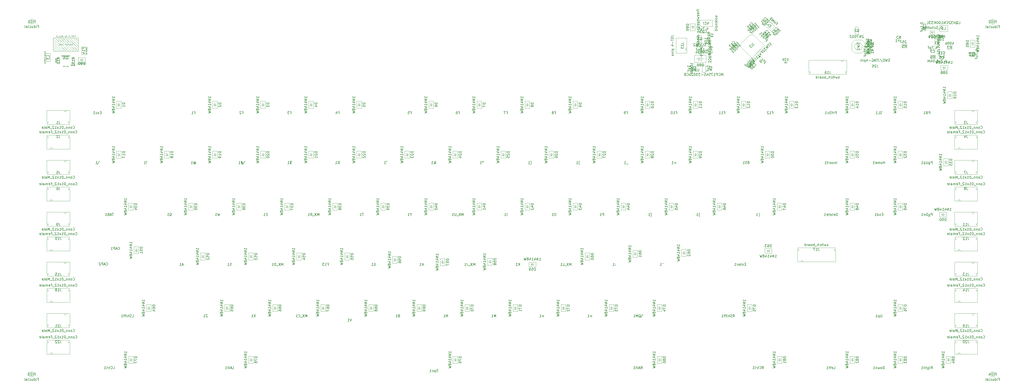
<source format=gbr>
%TF.GenerationSoftware,KiCad,Pcbnew,(6.0.5-0)*%
%TF.CreationDate,2023-01-21T22:01:54+08:00*%
%TF.ProjectId,main,6d61696e-2e6b-4696-9361-645f70636258,Prototype-V1*%
%TF.SameCoordinates,Original*%
%TF.FileFunction,AssemblyDrawing,Bot*%
%FSLAX46Y46*%
G04 Gerber Fmt 4.6, Leading zero omitted, Abs format (unit mm)*
G04 Created by KiCad (PCBNEW (6.0.5-0)) date 2023-01-21 22:01:54*
%MOMM*%
%LPD*%
G01*
G04 APERTURE LIST*
%ADD10C,0.150000*%
%ADD11C,0.050800*%
%ADD12C,0.127000*%
%ADD13C,0.040000*%
%ADD14C,0.063500*%
%ADD15C,0.125000*%
%ADD16C,0.100000*%
%ADD17C,0.050000*%
%ADD18C,0.120000*%
G04 APERTURE END LIST*
D10*
X332955119Y20363095D02*
X333955119Y20363095D01*
X333002738Y20791666D02*
X332955119Y20934523D01*
X332955119Y21172619D01*
X333002738Y21267857D01*
X333050357Y21315476D01*
X333145595Y21363095D01*
X333240833Y21363095D01*
X333336071Y21315476D01*
X333383690Y21267857D01*
X333431309Y21172619D01*
X333478928Y20982142D01*
X333526547Y20886904D01*
X333574166Y20839285D01*
X333669404Y20791666D01*
X333764642Y20791666D01*
X333859880Y20839285D01*
X333907500Y20886904D01*
X333955119Y20982142D01*
X333955119Y21220238D01*
X333907500Y21363095D01*
X333478928Y22125000D02*
X333478928Y21791666D01*
X332955119Y21791666D02*
X333955119Y21791666D01*
X333955119Y22267857D01*
X332955119Y23172619D02*
X332955119Y22601190D01*
X332955119Y22886904D02*
X333955119Y22886904D01*
X333812261Y22791666D01*
X333717023Y22696428D01*
X333669404Y22601190D01*
X333955119Y24077380D02*
X333955119Y23601190D01*
X333478928Y23553571D01*
X333526547Y23601190D01*
X333574166Y23696428D01*
X333574166Y23934523D01*
X333526547Y24029761D01*
X333478928Y24077380D01*
X333383690Y24125000D01*
X333145595Y24125000D01*
X333050357Y24077380D01*
X333002738Y24029761D01*
X332955119Y23934523D01*
X332955119Y23696428D01*
X333002738Y23601190D01*
X333050357Y23553571D01*
X333240833Y24505952D02*
X333240833Y24982142D01*
X332955119Y24410714D02*
X333955119Y24744047D01*
X332955119Y25077380D01*
X333050357Y25982142D02*
X333002738Y25934523D01*
X332955119Y25791666D01*
X332955119Y25696428D01*
X333002738Y25553571D01*
X333097976Y25458333D01*
X333193214Y25410714D01*
X333383690Y25363095D01*
X333526547Y25363095D01*
X333717023Y25410714D01*
X333812261Y25458333D01*
X333907500Y25553571D01*
X333955119Y25696428D01*
X333955119Y25791666D01*
X333907500Y25934523D01*
X333859880Y25982142D01*
X332955119Y26410714D02*
X333955119Y26410714D01*
X333955119Y26791666D01*
X333907500Y26886904D01*
X333859880Y26934523D01*
X333764642Y26982142D01*
X333621785Y26982142D01*
X333526547Y26934523D01*
X333478928Y26886904D01*
X333431309Y26791666D01*
X333431309Y26410714D01*
X333621785Y27839285D02*
X332955119Y27839285D01*
X334002738Y27601190D02*
X333288452Y27363095D01*
X333288452Y27982142D01*
X258055952Y-22888571D02*
X257913095Y-22936190D01*
X257865476Y-22983809D01*
X257817857Y-23079047D01*
X257817857Y-23221904D01*
X257865476Y-23317142D01*
X257913095Y-23364761D01*
X258008333Y-23412380D01*
X258389285Y-23412380D01*
X258389285Y-22412380D01*
X258055952Y-22412380D01*
X257960714Y-22460000D01*
X257913095Y-22507619D01*
X257865476Y-22602857D01*
X257865476Y-22698095D01*
X257913095Y-22793333D01*
X257960714Y-22840952D01*
X258055952Y-22888571D01*
X258389285Y-22888571D01*
X257436904Y-23364761D02*
X257294047Y-23412380D01*
X257055952Y-23412380D01*
X256960714Y-23364761D01*
X256913095Y-23317142D01*
X256865476Y-23221904D01*
X256865476Y-23126666D01*
X256913095Y-23031428D01*
X256960714Y-22983809D01*
X257055952Y-22936190D01*
X257246428Y-22888571D01*
X257341666Y-22840952D01*
X257389285Y-22793333D01*
X257436904Y-22698095D01*
X257436904Y-22602857D01*
X257389285Y-22507619D01*
X257341666Y-22460000D01*
X257246428Y-22412380D01*
X257008333Y-22412380D01*
X256865476Y-22460000D01*
X255913095Y-23412380D02*
X256484523Y-23412380D01*
X256198809Y-23412380D02*
X256198809Y-22412380D01*
X256294047Y-22555238D01*
X256389285Y-22650476D01*
X256484523Y-22698095D01*
X219360714Y-44421633D02*
X219408333Y-44421633D01*
X219503571Y-44374014D01*
X219551190Y-44278776D01*
X219551190Y-43802585D01*
X219598809Y-43707347D01*
X219694047Y-43659728D01*
X219598809Y-43612109D01*
X219551190Y-43516871D01*
X219551190Y-43040680D01*
X219503571Y-42945442D01*
X219408333Y-42897823D01*
X219360714Y-42897823D01*
X218455952Y-44040680D02*
X219027380Y-44040680D01*
X218741666Y-44040680D02*
X218741666Y-43040680D01*
X218836904Y-43183538D01*
X218932142Y-43278776D01*
X219027380Y-43326395D01*
X43672023Y-83262680D02*
X43005357Y-83262680D01*
X43672023Y-84262680D01*
X43005357Y-84262680D01*
X42100595Y-84262680D02*
X42672023Y-84262680D01*
X42386309Y-84262680D02*
X42386309Y-83262680D01*
X42481547Y-83405538D01*
X42576785Y-83500776D01*
X42672023Y-83548395D01*
X6452976Y-43040680D02*
X5881547Y-43040680D01*
X6167261Y-44040680D02*
X6167261Y-43040680D01*
X5595833Y-43754966D02*
X5119642Y-43754966D01*
X5691071Y-44040680D02*
X5357738Y-43040680D01*
X5024404Y-44040680D01*
X4357738Y-43516871D02*
X4214880Y-43564490D01*
X4167261Y-43612109D01*
X4119642Y-43707347D01*
X4119642Y-43850204D01*
X4167261Y-43945442D01*
X4214880Y-43993061D01*
X4310119Y-44040680D01*
X4691071Y-44040680D01*
X4691071Y-43040680D01*
X4357738Y-43040680D01*
X4262500Y-43088300D01*
X4214880Y-43135919D01*
X4167261Y-43231157D01*
X4167261Y-43326395D01*
X4214880Y-43421633D01*
X4262500Y-43469252D01*
X4357738Y-43516871D01*
X4691071Y-43516871D01*
X3167261Y-44040680D02*
X3738690Y-44040680D01*
X3452976Y-44040680D02*
X3452976Y-43040680D01*
X3548214Y-43183538D01*
X3643452Y-43278776D01*
X3738690Y-43326395D01*
X28670238Y-44135919D02*
X28765476Y-44088300D01*
X28860714Y-43993061D01*
X29003571Y-43850204D01*
X29098809Y-43802585D01*
X29194047Y-43802585D01*
X29146428Y-44040680D02*
X29241666Y-43993061D01*
X29336904Y-43897823D01*
X29384523Y-43707347D01*
X29384523Y-43374014D01*
X29336904Y-43183538D01*
X29241666Y-43088300D01*
X29146428Y-43040680D01*
X28955952Y-43040680D01*
X28860714Y-43088300D01*
X28765476Y-43183538D01*
X28717857Y-43374014D01*
X28717857Y-43707347D01*
X28765476Y-43897823D01*
X28860714Y-43993061D01*
X28955952Y-44040680D01*
X29146428Y-44040680D01*
X27765476Y-44040680D02*
X28336904Y-44040680D01*
X28051190Y-44040680D02*
X28051190Y-43040680D01*
X28146428Y-43183538D01*
X28241666Y-43278776D01*
X28336904Y-43326395D01*
X263461309Y-104812680D02*
X263794642Y-104336490D01*
X264032738Y-104812680D02*
X264032738Y-103812680D01*
X263651785Y-103812680D01*
X263556547Y-103860300D01*
X263508928Y-103907919D01*
X263461309Y-104003157D01*
X263461309Y-104146014D01*
X263508928Y-104241252D01*
X263556547Y-104288871D01*
X263651785Y-104336490D01*
X264032738Y-104336490D01*
X262461309Y-104717442D02*
X262508928Y-104765061D01*
X262651785Y-104812680D01*
X262747023Y-104812680D01*
X262889880Y-104765061D01*
X262985119Y-104669823D01*
X263032738Y-104574585D01*
X263080357Y-104384109D01*
X263080357Y-104241252D01*
X263032738Y-104050776D01*
X262985119Y-103955538D01*
X262889880Y-103860300D01*
X262747023Y-103812680D01*
X262651785Y-103812680D01*
X262508928Y-103860300D01*
X262461309Y-103907919D01*
X262175595Y-104146014D02*
X261794642Y-104146014D01*
X262032738Y-103812680D02*
X262032738Y-104669823D01*
X261985119Y-104765061D01*
X261889880Y-104812680D01*
X261794642Y-104812680D01*
X261461309Y-104812680D02*
X261461309Y-104146014D01*
X261461309Y-104336490D02*
X261413690Y-104241252D01*
X261366071Y-104193633D01*
X261270833Y-104146014D01*
X261175595Y-104146014D01*
X260699404Y-104812680D02*
X260794642Y-104765061D01*
X260842261Y-104669823D01*
X260842261Y-103812680D01*
X259794642Y-104812680D02*
X260366071Y-104812680D01*
X260080357Y-104812680D02*
X260080357Y-103812680D01*
X260175595Y-103955538D01*
X260270833Y-104050776D01*
X260366071Y-104098395D01*
X76961904Y-23364761D02*
X76819047Y-23412380D01*
X76580952Y-23412380D01*
X76485714Y-23364761D01*
X76438095Y-23317142D01*
X76390476Y-23221904D01*
X76390476Y-23126666D01*
X76438095Y-23031428D01*
X76485714Y-22983809D01*
X76580952Y-22936190D01*
X76771428Y-22888571D01*
X76866666Y-22840952D01*
X76914285Y-22793333D01*
X76961904Y-22698095D01*
X76961904Y-22602857D01*
X76914285Y-22507619D01*
X76866666Y-22460000D01*
X76771428Y-22412380D01*
X76533333Y-22412380D01*
X76390476Y-22460000D01*
X76676190Y-22269523D02*
X76676190Y-23555238D01*
X75438095Y-23412380D02*
X76009523Y-23412380D01*
X75723809Y-23412380D02*
X75723809Y-22412380D01*
X75819047Y-22555238D01*
X75914285Y-22650476D01*
X76009523Y-22698095D01*
X149685119Y-63825680D02*
X149685119Y-62825680D01*
X149351785Y-63539966D01*
X149018452Y-62825680D01*
X149018452Y-63825680D01*
X148637500Y-62825680D02*
X147970833Y-63825680D01*
X147970833Y-62825680D02*
X148637500Y-63825680D01*
X147827976Y-63920919D02*
X147066071Y-63920919D01*
X146542261Y-62825680D02*
X146542261Y-63539966D01*
X146589880Y-63682823D01*
X146685119Y-63778061D01*
X146827976Y-63825680D01*
X146923214Y-63825680D01*
X145542261Y-63825680D02*
X146113690Y-63825680D01*
X145827976Y-63825680D02*
X145827976Y-62825680D01*
X145923214Y-62968538D01*
X146018452Y-63063776D01*
X146113690Y-63111395D01*
X224504166Y-62825680D02*
X224599404Y-63016157D01*
X224027976Y-62825680D02*
X224123214Y-63016157D01*
X223075595Y-63825680D02*
X223647023Y-63825680D01*
X223361309Y-63825680D02*
X223361309Y-62825680D01*
X223456547Y-62968538D01*
X223551785Y-63063776D01*
X223647023Y-63111395D01*
X262413690Y-44374014D02*
X262413690Y-42945442D01*
X261175595Y-44040680D02*
X261747023Y-44040680D01*
X261461309Y-44040680D02*
X261461309Y-43040680D01*
X261556547Y-43183538D01*
X261651785Y-43278776D01*
X261747023Y-43326395D01*
X330088095Y-3627380D02*
X330088095Y-2627380D01*
X329707142Y-2627380D01*
X329611904Y-2675000D01*
X329564285Y-2722619D01*
X329516666Y-2817857D01*
X329516666Y-2960714D01*
X329564285Y-3055952D01*
X329611904Y-3103571D01*
X329707142Y-3151190D01*
X330088095Y-3151190D01*
X328754761Y-3103571D02*
X328611904Y-3151190D01*
X328564285Y-3198809D01*
X328516666Y-3294047D01*
X328516666Y-3436904D01*
X328564285Y-3532142D01*
X328611904Y-3579761D01*
X328707142Y-3627380D01*
X329088095Y-3627380D01*
X329088095Y-2627380D01*
X328754761Y-2627380D01*
X328659523Y-2675000D01*
X328611904Y-2722619D01*
X328564285Y-2817857D01*
X328564285Y-2913095D01*
X328611904Y-3008333D01*
X328659523Y-3055952D01*
X328754761Y-3103571D01*
X329088095Y-3103571D01*
X327564285Y-3627380D02*
X328135714Y-3627380D01*
X327850000Y-3627380D02*
X327850000Y-2627380D01*
X327945238Y-2770238D01*
X328040476Y-2865476D01*
X328135714Y-2913095D01*
X6286309Y-104812680D02*
X6762500Y-104812680D01*
X6762500Y-103812680D01*
X5381547Y-104717442D02*
X5429166Y-104765061D01*
X5572023Y-104812680D01*
X5667261Y-104812680D01*
X5810119Y-104765061D01*
X5905357Y-104669823D01*
X5952976Y-104574585D01*
X6000595Y-104384109D01*
X6000595Y-104241252D01*
X5952976Y-104050776D01*
X5905357Y-103955538D01*
X5810119Y-103860300D01*
X5667261Y-103812680D01*
X5572023Y-103812680D01*
X5429166Y-103860300D01*
X5381547Y-103907919D01*
X5095833Y-104146014D02*
X4714880Y-104146014D01*
X4952976Y-103812680D02*
X4952976Y-104669823D01*
X4905357Y-104765061D01*
X4810119Y-104812680D01*
X4714880Y-104812680D01*
X4381547Y-104812680D02*
X4381547Y-104146014D01*
X4381547Y-104336490D02*
X4333928Y-104241252D01*
X4286309Y-104193633D01*
X4191071Y-104146014D01*
X4095833Y-104146014D01*
X3619642Y-104812680D02*
X3714880Y-104765061D01*
X3762500Y-104669823D01*
X3762500Y-103812680D01*
X2714880Y-104812680D02*
X3286309Y-104812680D01*
X3000595Y-104812680D02*
X3000595Y-103812680D01*
X3095833Y-103955538D01*
X3191071Y-104050776D01*
X3286309Y-104098395D01*
X83129166Y-84262680D02*
X83129166Y-83262680D01*
X82795833Y-83976966D01*
X82462500Y-83262680D01*
X82462500Y-84262680D01*
X82081547Y-83262680D02*
X81414880Y-84262680D01*
X81414880Y-83262680D02*
X82081547Y-84262680D01*
X81272023Y-84357919D02*
X80510119Y-84357919D01*
X79700595Y-84167442D02*
X79748214Y-84215061D01*
X79891071Y-84262680D01*
X79986309Y-84262680D01*
X80129166Y-84215061D01*
X80224404Y-84119823D01*
X80272023Y-84024585D01*
X80319642Y-83834109D01*
X80319642Y-83691252D01*
X80272023Y-83500776D01*
X80224404Y-83405538D01*
X80129166Y-83310300D01*
X79986309Y-83262680D01*
X79891071Y-83262680D01*
X79748214Y-83310300D01*
X79700595Y-83357919D01*
X78748214Y-84262680D02*
X79319642Y-84262680D01*
X79033928Y-84262680D02*
X79033928Y-83262680D01*
X79129166Y-83405538D01*
X79224404Y-83500776D01*
X79319642Y-83548395D01*
X8238988Y-57380442D02*
X8286607Y-57428061D01*
X8429464Y-57475680D01*
X8524702Y-57475680D01*
X8667559Y-57428061D01*
X8762797Y-57332823D01*
X8810416Y-57237585D01*
X8858035Y-57047109D01*
X8858035Y-56904252D01*
X8810416Y-56713776D01*
X8762797Y-56618538D01*
X8667559Y-56523300D01*
X8524702Y-56475680D01*
X8429464Y-56475680D01*
X8286607Y-56523300D01*
X8238988Y-56570919D01*
X7858035Y-57189966D02*
X7381845Y-57189966D01*
X7953273Y-57475680D02*
X7619940Y-56475680D01*
X7286607Y-57475680D01*
X6953273Y-57475680D02*
X6953273Y-56475680D01*
X6572321Y-56475680D01*
X6477083Y-56523300D01*
X6429464Y-56570919D01*
X6381845Y-56666157D01*
X6381845Y-56809014D01*
X6429464Y-56904252D01*
X6477083Y-56951871D01*
X6572321Y-56999490D01*
X6953273Y-56999490D01*
X5429464Y-57475680D02*
X6000892Y-57475680D01*
X5715178Y-57475680D02*
X5715178Y-56475680D01*
X5810416Y-56618538D01*
X5905654Y-56713776D01*
X6000892Y-56761395D01*
X311395238Y-43516871D02*
X311061904Y-43516871D01*
X310919047Y-44040680D02*
X311395238Y-44040680D01*
X311395238Y-43040680D01*
X310919047Y-43040680D01*
X310490476Y-43374014D02*
X310490476Y-44040680D01*
X310490476Y-43469252D02*
X310442857Y-43421633D01*
X310347619Y-43374014D01*
X310204761Y-43374014D01*
X310109523Y-43421633D01*
X310061904Y-43516871D01*
X310061904Y-44040680D01*
X309157142Y-44040680D02*
X309157142Y-43040680D01*
X309157142Y-43993061D02*
X309252380Y-44040680D01*
X309442857Y-44040680D01*
X309538095Y-43993061D01*
X309585714Y-43945442D01*
X309633333Y-43850204D01*
X309633333Y-43564490D01*
X309585714Y-43469252D01*
X309538095Y-43421633D01*
X309442857Y-43374014D01*
X309252380Y-43374014D01*
X309157142Y-43421633D01*
X308157142Y-44040680D02*
X308728571Y-44040680D01*
X308442857Y-44040680D02*
X308442857Y-43040680D01*
X308538095Y-43183538D01*
X308633333Y-43278776D01*
X308728571Y-43326395D01*
X292988095Y-3627380D02*
X292988095Y-2627380D01*
X292607142Y-2627380D01*
X292511904Y-2675000D01*
X292464285Y-2722619D01*
X292416666Y-2817857D01*
X292416666Y-2960714D01*
X292464285Y-3055952D01*
X292511904Y-3103571D01*
X292607142Y-3151190D01*
X292988095Y-3151190D01*
X291988095Y-3627380D02*
X291988095Y-2960714D01*
X291988095Y-3151190D02*
X291940476Y-3055952D01*
X291892857Y-3008333D01*
X291797619Y-2960714D01*
X291702380Y-2960714D01*
X291511904Y-2960714D02*
X291130952Y-2960714D01*
X291369047Y-2627380D02*
X291369047Y-3484523D01*
X291321428Y-3579761D01*
X291226190Y-3627380D01*
X291130952Y-3627380D01*
X290845238Y-3579761D02*
X290702380Y-3627380D01*
X290464285Y-3627380D01*
X290369047Y-3579761D01*
X290321428Y-3532142D01*
X290273809Y-3436904D01*
X290273809Y-3341666D01*
X290321428Y-3246428D01*
X290369047Y-3198809D01*
X290464285Y-3151190D01*
X290654761Y-3103571D01*
X290750000Y-3055952D01*
X290797619Y-3008333D01*
X290845238Y-2913095D01*
X290845238Y-2817857D01*
X290797619Y-2722619D01*
X290750000Y-2675000D01*
X290654761Y-2627380D01*
X290416666Y-2627380D01*
X290273809Y-2675000D01*
X289416666Y-3579761D02*
X289511904Y-3627380D01*
X289702380Y-3627380D01*
X289797619Y-3579761D01*
X289845238Y-3532142D01*
X289892857Y-3436904D01*
X289892857Y-3151190D01*
X289845238Y-3055952D01*
X289797619Y-3008333D01*
X289702380Y-2960714D01*
X289511904Y-2960714D01*
X289416666Y-3008333D01*
X288464285Y-3627380D02*
X289035714Y-3627380D01*
X288750000Y-3627380D02*
X288750000Y-2627380D01*
X288845238Y-2770238D01*
X288940476Y-2865476D01*
X289035714Y-2913095D01*
X200763095Y-44040680D02*
X200763095Y-43040680D01*
X200382142Y-43040680D01*
X200286904Y-43088300D01*
X200239285Y-43135919D01*
X200191666Y-43231157D01*
X200191666Y-43374014D01*
X200239285Y-43469252D01*
X200286904Y-43516871D01*
X200382142Y-43564490D01*
X200763095Y-43564490D01*
X199239285Y-44040680D02*
X199810714Y-44040680D01*
X199525000Y-44040680D02*
X199525000Y-43040680D01*
X199620238Y-43183538D01*
X199715476Y-43278776D01*
X199810714Y-43326395D01*
X229409523Y-3103571D02*
X229742857Y-3103571D01*
X229742857Y-3627380D02*
X229742857Y-2627380D01*
X229266666Y-2627380D01*
X228361904Y-3627380D02*
X228933333Y-3627380D01*
X228647619Y-3627380D02*
X228647619Y-2627380D01*
X228742857Y-2770238D01*
X228838095Y-2865476D01*
X228933333Y-2913095D01*
X227742857Y-2627380D02*
X227647619Y-2627380D01*
X227552380Y-2675000D01*
X227504761Y-2722619D01*
X227457142Y-2817857D01*
X227409523Y-3008333D01*
X227409523Y-3246428D01*
X227457142Y-3436904D01*
X227504761Y-3532142D01*
X227552380Y-3579761D01*
X227647619Y-3627380D01*
X227742857Y-3627380D01*
X227838095Y-3579761D01*
X227885714Y-3532142D01*
X227933333Y-3436904D01*
X227980952Y-3246428D01*
X227980952Y-3008333D01*
X227933333Y-2817857D01*
X227885714Y-2722619D01*
X227838095Y-2675000D01*
X227742857Y-2627380D01*
X76533333Y-3103571D02*
X76866666Y-3103571D01*
X76866666Y-3627380D02*
X76866666Y-2627380D01*
X76390476Y-2627380D01*
X76104761Y-2627380D02*
X75485714Y-2627380D01*
X75819047Y-3008333D01*
X75676190Y-3008333D01*
X75580952Y-3055952D01*
X75533333Y-3103571D01*
X75485714Y-3198809D01*
X75485714Y-3436904D01*
X75533333Y-3532142D01*
X75580952Y-3579761D01*
X75676190Y-3627380D01*
X75961904Y-3627380D01*
X76057142Y-3579761D01*
X76104761Y-3532142D01*
X310966666Y-3579761D02*
X310823809Y-3627380D01*
X310585714Y-3627380D01*
X310490476Y-3579761D01*
X310442857Y-3532142D01*
X310395238Y-3436904D01*
X310395238Y-3341666D01*
X310442857Y-3246428D01*
X310490476Y-3198809D01*
X310585714Y-3151190D01*
X310776190Y-3103571D01*
X310871428Y-3055952D01*
X310919047Y-3008333D01*
X310966666Y-2913095D01*
X310966666Y-2817857D01*
X310919047Y-2722619D01*
X310871428Y-2675000D01*
X310776190Y-2627380D01*
X310538095Y-2627380D01*
X310395238Y-2675000D01*
X309490476Y-3627380D02*
X309966666Y-3627380D01*
X309966666Y-2627380D01*
X308633333Y-3627380D02*
X309204761Y-3627380D01*
X308919047Y-3627380D02*
X308919047Y-2627380D01*
X309014285Y-2770238D01*
X309109523Y-2865476D01*
X309204761Y-2913095D01*
X157972023Y-84262680D02*
X157972023Y-83262680D01*
X157638690Y-83976966D01*
X157305357Y-83262680D01*
X157305357Y-84262680D01*
X156305357Y-84262680D02*
X156876785Y-84262680D01*
X156591071Y-84262680D02*
X156591071Y-83262680D01*
X156686309Y-83405538D01*
X156781547Y-83500776D01*
X156876785Y-83548395D01*
X248459523Y-3103571D02*
X248792857Y-3103571D01*
X248792857Y-3627380D02*
X248792857Y-2627380D01*
X248316666Y-2627380D01*
X247411904Y-3627380D02*
X247983333Y-3627380D01*
X247697619Y-3627380D02*
X247697619Y-2627380D01*
X247792857Y-2770238D01*
X247888095Y-2865476D01*
X247983333Y-2913095D01*
X246459523Y-3627380D02*
X247030952Y-3627380D01*
X246745238Y-3627380D02*
X246745238Y-2627380D01*
X246840476Y-2770238D01*
X246935714Y-2865476D01*
X247030952Y-2913095D01*
X209883333Y-3103571D02*
X210216666Y-3103571D01*
X210216666Y-3627380D02*
X210216666Y-2627380D01*
X209740476Y-2627380D01*
X209311904Y-3627380D02*
X209121428Y-3627380D01*
X209026190Y-3579761D01*
X208978571Y-3532142D01*
X208883333Y-3389285D01*
X208835714Y-3198809D01*
X208835714Y-2817857D01*
X208883333Y-2722619D01*
X208930952Y-2675000D01*
X209026190Y-2627380D01*
X209216666Y-2627380D01*
X209311904Y-2675000D01*
X209359523Y-2722619D01*
X209407142Y-2817857D01*
X209407142Y-3055952D01*
X209359523Y-3151190D01*
X209311904Y-3198809D01*
X209216666Y-3246428D01*
X209026190Y-3246428D01*
X208930952Y-3198809D01*
X208883333Y-3151190D01*
X208835714Y-3055952D01*
X1523809Y-3103571D02*
X1190476Y-3103571D01*
X1047619Y-3627380D02*
X1523809Y-3627380D01*
X1523809Y-2627380D01*
X1047619Y-2627380D01*
X666666Y-3579761D02*
X571428Y-3627380D01*
X380952Y-3627380D01*
X285714Y-3579761D01*
X238095Y-3484523D01*
X238095Y-3436904D01*
X285714Y-3341666D01*
X380952Y-3294047D01*
X523809Y-3294047D01*
X619047Y-3246428D01*
X666666Y-3151190D01*
X666666Y-3103571D01*
X619047Y-3008333D01*
X523809Y-2960714D01*
X380952Y-2960714D01*
X285714Y-3008333D01*
X-619047Y-3579761D02*
X-523809Y-3627380D01*
X-333333Y-3627380D01*
X-238095Y-3579761D01*
X-190476Y-3532142D01*
X-142857Y-3436904D01*
X-142857Y-3151190D01*
X-190476Y-3055952D01*
X-238095Y-3008333D01*
X-333333Y-2960714D01*
X-523809Y-2960714D01*
X-619047Y-3008333D01*
X-1571428Y-3627380D02*
X-999999Y-3627380D01*
X-1285714Y-3627380D02*
X-1285714Y-2627380D01*
X-1190476Y-2770238D01*
X-1095238Y-2865476D01*
X-999999Y-2913095D01*
X162258333Y-3103571D02*
X162591666Y-3103571D01*
X162591666Y-3627380D02*
X162591666Y-2627380D01*
X162115476Y-2627380D01*
X161829761Y-2627380D02*
X161163095Y-2627380D01*
X161591666Y-3627380D01*
X152876190Y-22412380D02*
X152876190Y-22650476D01*
X153114285Y-22555238D02*
X152876190Y-22650476D01*
X152638095Y-22555238D01*
X153019047Y-22840952D02*
X152876190Y-22650476D01*
X152733333Y-22840952D01*
X151733333Y-23412380D02*
X152304761Y-23412380D01*
X152019047Y-23412380D02*
X152019047Y-22412380D01*
X152114285Y-22555238D01*
X152209523Y-22650476D01*
X152304761Y-22698095D01*
X114966666Y-22507619D02*
X114776190Y-22364761D01*
X114585714Y-22507619D01*
X113728571Y-23412380D02*
X114300000Y-23412380D01*
X114014285Y-23412380D02*
X114014285Y-22412380D01*
X114109523Y-22555238D01*
X114204761Y-22650476D01*
X114300000Y-22698095D01*
X330445238Y-104812680D02*
X330778571Y-104336490D01*
X331016666Y-104812680D02*
X331016666Y-103812680D01*
X330635714Y-103812680D01*
X330540476Y-103860300D01*
X330492857Y-103907919D01*
X330445238Y-104003157D01*
X330445238Y-104146014D01*
X330492857Y-104241252D01*
X330540476Y-104288871D01*
X330635714Y-104336490D01*
X331016666Y-104336490D01*
X330016666Y-104812680D02*
X330016666Y-104146014D01*
X330016666Y-103812680D02*
X330064285Y-103860300D01*
X330016666Y-103907919D01*
X329969047Y-103860300D01*
X330016666Y-103812680D01*
X330016666Y-103907919D01*
X329111904Y-104146014D02*
X329111904Y-104955538D01*
X329159523Y-105050776D01*
X329207142Y-105098395D01*
X329302380Y-105146014D01*
X329445238Y-105146014D01*
X329540476Y-105098395D01*
X329111904Y-104765061D02*
X329207142Y-104812680D01*
X329397619Y-104812680D01*
X329492857Y-104765061D01*
X329540476Y-104717442D01*
X329588095Y-104622204D01*
X329588095Y-104336490D01*
X329540476Y-104241252D01*
X329492857Y-104193633D01*
X329397619Y-104146014D01*
X329207142Y-104146014D01*
X329111904Y-104193633D01*
X328635714Y-104812680D02*
X328635714Y-103812680D01*
X328207142Y-104812680D02*
X328207142Y-104288871D01*
X328254761Y-104193633D01*
X328350000Y-104146014D01*
X328492857Y-104146014D01*
X328588095Y-104193633D01*
X328635714Y-104241252D01*
X327873809Y-104146014D02*
X327492857Y-104146014D01*
X327730952Y-103812680D02*
X327730952Y-104669823D01*
X327683333Y-104765061D01*
X327588095Y-104812680D01*
X327492857Y-104812680D01*
X326635714Y-104812680D02*
X327207142Y-104812680D01*
X326921428Y-104812680D02*
X326921428Y-103812680D01*
X327016666Y-103955538D01*
X327111904Y-104050776D01*
X327207142Y-104098395D01*
X171735714Y-23793333D02*
X171783333Y-23745714D01*
X171878571Y-23602857D01*
X171926190Y-23507619D01*
X171973809Y-23364761D01*
X172021428Y-23126666D01*
X172021428Y-22936190D01*
X171973809Y-22698095D01*
X171926190Y-22555238D01*
X171878571Y-22460000D01*
X171783333Y-22317142D01*
X171735714Y-22269523D01*
X170830952Y-23412380D02*
X171402380Y-23412380D01*
X171116666Y-23412380D02*
X171116666Y-22412380D01*
X171211904Y-22555238D01*
X171307142Y-22650476D01*
X171402380Y-22698095D01*
X13811011Y-84262680D02*
X14287202Y-84262680D01*
X14287202Y-83262680D01*
X13525297Y-84215061D02*
X13382440Y-84262680D01*
X13144345Y-84262680D01*
X13049107Y-84215061D01*
X13001488Y-84167442D01*
X12953869Y-84072204D01*
X12953869Y-83976966D01*
X13001488Y-83881728D01*
X13049107Y-83834109D01*
X13144345Y-83786490D01*
X13334821Y-83738871D01*
X13430059Y-83691252D01*
X13477678Y-83643633D01*
X13525297Y-83548395D01*
X13525297Y-83453157D01*
X13477678Y-83357919D01*
X13430059Y-83310300D01*
X13334821Y-83262680D01*
X13096726Y-83262680D01*
X12953869Y-83310300D01*
X12525297Y-84262680D02*
X12525297Y-83262680D01*
X12096726Y-84262680D02*
X12096726Y-83738871D01*
X12144345Y-83643633D01*
X12239583Y-83596014D01*
X12382440Y-83596014D01*
X12477678Y-83643633D01*
X12525297Y-83691252D01*
X11620535Y-84262680D02*
X11620535Y-83596014D01*
X11620535Y-83262680D02*
X11668154Y-83310300D01*
X11620535Y-83357919D01*
X11572916Y-83310300D01*
X11620535Y-83262680D01*
X11620535Y-83357919D01*
X11287202Y-83596014D02*
X10906250Y-83596014D01*
X11144345Y-84262680D02*
X11144345Y-83405538D01*
X11096726Y-83310300D01*
X11001488Y-83262680D01*
X10906250Y-83262680D01*
X10715773Y-83596014D02*
X10334821Y-83596014D01*
X10572916Y-83262680D02*
X10572916Y-84119823D01*
X10525297Y-84215061D01*
X10430059Y-84262680D01*
X10334821Y-84262680D01*
X9477678Y-84262680D02*
X10049107Y-84262680D01*
X9763392Y-84262680D02*
X9763392Y-83262680D01*
X9858630Y-83405538D01*
X9953869Y-83500776D01*
X10049107Y-83548395D01*
X256960416Y-63301871D02*
X256627083Y-63301871D01*
X256484226Y-63825680D02*
X256960416Y-63825680D01*
X256960416Y-62825680D01*
X256484226Y-62825680D01*
X256055654Y-63159014D02*
X256055654Y-63825680D01*
X256055654Y-63254252D02*
X256008035Y-63206633D01*
X255912797Y-63159014D01*
X255769940Y-63159014D01*
X255674702Y-63206633D01*
X255627083Y-63301871D01*
X255627083Y-63825680D01*
X255293750Y-63159014D02*
X254912797Y-63159014D01*
X255150892Y-62825680D02*
X255150892Y-63682823D01*
X255103273Y-63778061D01*
X255008035Y-63825680D01*
X254912797Y-63825680D01*
X254198511Y-63778061D02*
X254293750Y-63825680D01*
X254484226Y-63825680D01*
X254579464Y-63778061D01*
X254627083Y-63682823D01*
X254627083Y-63301871D01*
X254579464Y-63206633D01*
X254484226Y-63159014D01*
X254293750Y-63159014D01*
X254198511Y-63206633D01*
X254150892Y-63301871D01*
X254150892Y-63397109D01*
X254627083Y-63492347D01*
X253722321Y-63825680D02*
X253722321Y-63159014D01*
X253722321Y-63349490D02*
X253674702Y-63254252D01*
X253627083Y-63206633D01*
X253531845Y-63159014D01*
X253436607Y-63159014D01*
X252579464Y-63825680D02*
X253150892Y-63825680D01*
X252865178Y-63825680D02*
X252865178Y-62825680D01*
X252960416Y-62968538D01*
X253055654Y-63063776D01*
X253150892Y-63111395D01*
X330992857Y-44040680D02*
X330992857Y-43040680D01*
X330611904Y-43040680D01*
X330516666Y-43088300D01*
X330469047Y-43135919D01*
X330421428Y-43231157D01*
X330421428Y-43374014D01*
X330469047Y-43469252D01*
X330516666Y-43516871D01*
X330611904Y-43564490D01*
X330992857Y-43564490D01*
X329564285Y-43374014D02*
X329564285Y-44183538D01*
X329611904Y-44278776D01*
X329659523Y-44326395D01*
X329754761Y-44374014D01*
X329897619Y-44374014D01*
X329992857Y-44326395D01*
X329564285Y-43993061D02*
X329659523Y-44040680D01*
X329850000Y-44040680D01*
X329945238Y-43993061D01*
X329992857Y-43945442D01*
X330040476Y-43850204D01*
X330040476Y-43564490D01*
X329992857Y-43469252D01*
X329945238Y-43421633D01*
X329850000Y-43374014D01*
X329659523Y-43374014D01*
X329564285Y-43421633D01*
X329088095Y-44040680D02*
X329088095Y-43040680D01*
X328850000Y-43040680D01*
X328707142Y-43088300D01*
X328611904Y-43183538D01*
X328564285Y-43278776D01*
X328516666Y-43469252D01*
X328516666Y-43612109D01*
X328564285Y-43802585D01*
X328611904Y-43897823D01*
X328707142Y-43993061D01*
X328850000Y-44040680D01*
X329088095Y-44040680D01*
X328088095Y-43374014D02*
X328088095Y-44040680D01*
X328088095Y-43469252D02*
X328040476Y-43421633D01*
X327945238Y-43374014D01*
X327802380Y-43374014D01*
X327707142Y-43421633D01*
X327659523Y-43516871D01*
X327659523Y-44040680D01*
X326659523Y-44040680D02*
X327230952Y-44040680D01*
X326945238Y-44040680D02*
X326945238Y-43040680D01*
X327040476Y-43183538D01*
X327135714Y-43278776D01*
X327230952Y-43326395D01*
X176307738Y-83596014D02*
X177069642Y-83881728D01*
X176307738Y-84167442D01*
X175307738Y-84262680D02*
X175879166Y-84262680D01*
X175593452Y-84262680D02*
X175593452Y-83262680D01*
X175688690Y-83405538D01*
X175783928Y-83500776D01*
X175879166Y-83548395D01*
X53149404Y-63778061D02*
X53006547Y-63825680D01*
X52768452Y-63825680D01*
X52673214Y-63778061D01*
X52625595Y-63730442D01*
X52577976Y-63635204D01*
X52577976Y-63539966D01*
X52625595Y-63444728D01*
X52673214Y-63397109D01*
X52768452Y-63349490D01*
X52958928Y-63301871D01*
X53054166Y-63254252D01*
X53101785Y-63206633D01*
X53149404Y-63111395D01*
X53149404Y-63016157D01*
X53101785Y-62920919D01*
X53054166Y-62873300D01*
X52958928Y-62825680D01*
X52720833Y-62825680D01*
X52577976Y-62873300D01*
X51625595Y-63825680D02*
X52197023Y-63825680D01*
X51911309Y-63825680D02*
X51911309Y-62825680D01*
X52006547Y-62968538D01*
X52101785Y-63063776D01*
X52197023Y-63111395D01*
X3495238Y-63590942D02*
X3542857Y-63638561D01*
X3685714Y-63686180D01*
X3780952Y-63686180D01*
X3923809Y-63638561D01*
X4019047Y-63543323D01*
X4066666Y-63448085D01*
X4114285Y-63257609D01*
X4114285Y-63114752D01*
X4066666Y-62924276D01*
X4019047Y-62829038D01*
X3923809Y-62733800D01*
X3780952Y-62686180D01*
X3685714Y-62686180D01*
X3542857Y-62733800D01*
X3495238Y-62781419D01*
X3114285Y-63400466D02*
X2638095Y-63400466D01*
X3209523Y-63686180D02*
X2876190Y-62686180D01*
X2542857Y-63686180D01*
X2209523Y-63686180D02*
X2209523Y-62686180D01*
X1828571Y-62686180D01*
X1733333Y-62733800D01*
X1685714Y-62781419D01*
X1638095Y-62876657D01*
X1638095Y-63019514D01*
X1685714Y-63114752D01*
X1733333Y-63162371D01*
X1828571Y-63209990D01*
X2209523Y-63209990D01*
X1257142Y-62781419D02*
X1209523Y-62733800D01*
X1114285Y-62686180D01*
X876190Y-62686180D01*
X780952Y-62733800D01*
X733333Y-62781419D01*
X685714Y-62876657D01*
X685714Y-62971895D01*
X733333Y-63114752D01*
X1304761Y-63686180D01*
X685714Y-63686180D01*
X109751785Y-62873300D02*
X109847023Y-62825680D01*
X109989880Y-62825680D01*
X110132738Y-62873300D01*
X110227976Y-62968538D01*
X110275595Y-63063776D01*
X110323214Y-63254252D01*
X110323214Y-63397109D01*
X110275595Y-63587585D01*
X110227976Y-63682823D01*
X110132738Y-63778061D01*
X109989880Y-63825680D01*
X109894642Y-63825680D01*
X109751785Y-63778061D01*
X109704166Y-63730442D01*
X109704166Y-63397109D01*
X109894642Y-63397109D01*
X108751785Y-63825680D02*
X109323214Y-63825680D01*
X109037500Y-63825680D02*
X109037500Y-62825680D01*
X109132738Y-62968538D01*
X109227976Y-63063776D01*
X109323214Y-63111395D01*
X162401190Y-44040680D02*
X162401190Y-43040680D01*
X161401190Y-44040680D02*
X161972619Y-44040680D01*
X161686904Y-44040680D02*
X161686904Y-43040680D01*
X161782142Y-43183538D01*
X161877380Y-43278776D01*
X161972619Y-43326395D01*
X95583333Y-3103571D02*
X95916666Y-3103571D01*
X95916666Y-3627380D02*
X95916666Y-2627380D01*
X95440476Y-2627380D01*
X94630952Y-2960714D02*
X94630952Y-3627380D01*
X94869047Y-2579761D02*
X95107142Y-3294047D01*
X94488095Y-3294047D01*
X133397619Y-23412380D02*
X133445238Y-23412380D01*
X133540476Y-23364761D01*
X133683333Y-23221904D01*
X133921428Y-22936190D01*
X134016666Y-22793333D01*
X134064285Y-22650476D01*
X134064285Y-22555238D01*
X134016666Y-22460000D01*
X133921428Y-22412380D01*
X133873809Y-22412380D01*
X133778571Y-22460000D01*
X133730952Y-22555238D01*
X133730952Y-22602857D01*
X133778571Y-22698095D01*
X133826190Y-22745714D01*
X134111904Y-22936190D01*
X134159523Y-22983809D01*
X134207142Y-23079047D01*
X134207142Y-23221904D01*
X134159523Y-23317142D01*
X134111904Y-23364761D01*
X134016666Y-23412380D01*
X133873809Y-23412380D01*
X133778571Y-23364761D01*
X133730952Y-23317142D01*
X133588095Y-23126666D01*
X133540476Y-22983809D01*
X133540476Y-22888571D01*
X132445238Y-23412380D02*
X133016666Y-23412380D01*
X132730952Y-23412380D02*
X132730952Y-22412380D01*
X132826190Y-22555238D01*
X132921428Y-22650476D01*
X133016666Y-22698095D01*
X58554761Y-22317142D02*
X57697619Y-23602857D01*
X57602380Y-22745714D02*
X56888095Y-22745714D01*
X57316666Y-22317142D02*
X57602380Y-23602857D01*
X56983333Y-23174285D02*
X57697619Y-23174285D01*
X57269047Y-23602857D02*
X56983333Y-22317142D01*
X56030952Y-23412380D02*
X56602380Y-23412380D01*
X56316666Y-23412380D02*
X56316666Y-22412380D01*
X56411904Y-22555238D01*
X56507142Y-22650476D01*
X56602380Y-22698095D01*
X293107142Y-23412380D02*
X293107142Y-22412380D01*
X292630952Y-22745714D02*
X292630952Y-23412380D01*
X292630952Y-22840952D02*
X292583333Y-22793333D01*
X292488095Y-22745714D01*
X292345238Y-22745714D01*
X292250000Y-22793333D01*
X292202380Y-22888571D01*
X292202380Y-23412380D01*
X291773809Y-23364761D02*
X291678571Y-23412380D01*
X291488095Y-23412380D01*
X291392857Y-23364761D01*
X291345238Y-23269523D01*
X291345238Y-23221904D01*
X291392857Y-23126666D01*
X291488095Y-23079047D01*
X291630952Y-23079047D01*
X291726190Y-23031428D01*
X291773809Y-22936190D01*
X291773809Y-22888571D01*
X291726190Y-22793333D01*
X291630952Y-22745714D01*
X291488095Y-22745714D01*
X291392857Y-22793333D01*
X290535714Y-23364761D02*
X290630952Y-23412380D01*
X290821428Y-23412380D01*
X290916666Y-23364761D01*
X290964285Y-23269523D01*
X290964285Y-22888571D01*
X290916666Y-22793333D01*
X290821428Y-22745714D01*
X290630952Y-22745714D01*
X290535714Y-22793333D01*
X290488095Y-22888571D01*
X290488095Y-22983809D01*
X290964285Y-23079047D01*
X290059523Y-23412380D02*
X290059523Y-22745714D01*
X290059523Y-22936190D02*
X290011904Y-22840952D01*
X289964285Y-22793333D01*
X289869047Y-22745714D01*
X289773809Y-22745714D01*
X289583333Y-22745714D02*
X289202380Y-22745714D01*
X289440476Y-22412380D02*
X289440476Y-23269523D01*
X289392857Y-23364761D01*
X289297619Y-23412380D01*
X289202380Y-23412380D01*
X288345238Y-23412380D02*
X288916666Y-23412380D01*
X288630952Y-23412380D02*
X288630952Y-22412380D01*
X288726190Y-22555238D01*
X288821428Y-22650476D01*
X288916666Y-22698095D01*
X53530357Y-104812680D02*
X54006547Y-104812680D01*
X54006547Y-103812680D01*
X53244642Y-104526966D02*
X52768452Y-104526966D01*
X53339880Y-104812680D02*
X53006547Y-103812680D01*
X52673214Y-104812680D01*
X52197023Y-104812680D02*
X52292261Y-104765061D01*
X52339880Y-104669823D01*
X52339880Y-103812680D01*
X51958928Y-104146014D02*
X51577976Y-104146014D01*
X51816071Y-103812680D02*
X51816071Y-104669823D01*
X51768452Y-104765061D01*
X51673214Y-104812680D01*
X51577976Y-104812680D01*
X50720833Y-104812680D02*
X51292261Y-104812680D01*
X51006547Y-104812680D02*
X51006547Y-103812680D01*
X51101785Y-103955538D01*
X51197023Y-104050776D01*
X51292261Y-104098395D01*
X331016666Y-23412380D02*
X331016666Y-22412380D01*
X330635714Y-22412380D01*
X330540476Y-22460000D01*
X330492857Y-22507619D01*
X330445238Y-22602857D01*
X330445238Y-22745714D01*
X330492857Y-22840952D01*
X330540476Y-22888571D01*
X330635714Y-22936190D01*
X331016666Y-22936190D01*
X329588095Y-22745714D02*
X329588095Y-23555238D01*
X329635714Y-23650476D01*
X329683333Y-23698095D01*
X329778571Y-23745714D01*
X329921428Y-23745714D01*
X330016666Y-23698095D01*
X329588095Y-23364761D02*
X329683333Y-23412380D01*
X329873809Y-23412380D01*
X329969047Y-23364761D01*
X330016666Y-23317142D01*
X330064285Y-23221904D01*
X330064285Y-22936190D01*
X330016666Y-22840952D01*
X329969047Y-22793333D01*
X329873809Y-22745714D01*
X329683333Y-22745714D01*
X329588095Y-22793333D01*
X329111904Y-22412380D02*
X329111904Y-23221904D01*
X329064285Y-23317142D01*
X329016666Y-23364761D01*
X328921428Y-23412380D01*
X328730952Y-23412380D01*
X328635714Y-23364761D01*
X328588095Y-23317142D01*
X328540476Y-23221904D01*
X328540476Y-22412380D01*
X328064285Y-22745714D02*
X328064285Y-23745714D01*
X328064285Y-22793333D02*
X327969047Y-22745714D01*
X327778571Y-22745714D01*
X327683333Y-22793333D01*
X327635714Y-22840952D01*
X327588095Y-22936190D01*
X327588095Y-23221904D01*
X327635714Y-23317142D01*
X327683333Y-23364761D01*
X327778571Y-23412380D01*
X327969047Y-23412380D01*
X328064285Y-23364761D01*
X326635714Y-23412380D02*
X327207142Y-23412380D01*
X326921428Y-23412380D02*
X326921428Y-22412380D01*
X327016666Y-22555238D01*
X327111904Y-22650476D01*
X327207142Y-22698095D01*
X187808928Y-63825680D02*
X187808928Y-62825680D01*
X187475595Y-63539966D01*
X187142261Y-62825680D01*
X187142261Y-63825680D01*
X186761309Y-62825680D02*
X186094642Y-63825680D01*
X186094642Y-62825680D02*
X186761309Y-63825680D01*
X185951785Y-63920919D02*
X185189880Y-63920919D01*
X184475595Y-63825680D02*
X184951785Y-63825680D01*
X184951785Y-62825680D01*
X183618452Y-63825680D02*
X184189880Y-63825680D01*
X183904166Y-63825680D02*
X183904166Y-62825680D01*
X183999404Y-62968538D01*
X184094642Y-63063776D01*
X184189880Y-63111395D01*
X191166666Y-23793333D02*
X191119047Y-23745714D01*
X191023809Y-23602857D01*
X190976190Y-23507619D01*
X190928571Y-23364761D01*
X190880952Y-23126666D01*
X190880952Y-22936190D01*
X190928571Y-22698095D01*
X190976190Y-22555238D01*
X191023809Y-22460000D01*
X191119047Y-22317142D01*
X191166666Y-22269523D01*
X189880952Y-23412380D02*
X190452380Y-23412380D01*
X190166666Y-23412380D02*
X190166666Y-22412380D01*
X190261904Y-22555238D01*
X190357142Y-22650476D01*
X190452380Y-22698095D01*
X904761Y-22317142D02*
X47619Y-23602857D01*
X-619047Y-23412380D02*
X-47619Y-23412380D01*
X-333333Y-23412380D02*
X-333333Y-22412380D01*
X-238095Y-22555238D01*
X-142857Y-22650476D01*
X-47619Y-22698095D01*
X96107142Y-23412380D02*
X95345238Y-22412380D01*
X95964285Y-22412380D02*
X95869047Y-22460000D01*
X95821428Y-22555238D01*
X95869047Y-22650476D01*
X95964285Y-22698095D01*
X96059523Y-22650476D01*
X96107142Y-22555238D01*
X96059523Y-22460000D01*
X95964285Y-22412380D01*
X95392857Y-23364761D02*
X95345238Y-23269523D01*
X95392857Y-23174285D01*
X95488095Y-23126666D01*
X95583333Y-23174285D01*
X95630952Y-23269523D01*
X95583333Y-23364761D01*
X95488095Y-23412380D01*
X95392857Y-23364761D01*
X94392857Y-23412380D02*
X94964285Y-23412380D01*
X94678571Y-23412380D02*
X94678571Y-22412380D01*
X94773809Y-22555238D01*
X94869047Y-22650476D01*
X94964285Y-22698095D01*
X291916666Y-104812680D02*
X292392857Y-104812680D01*
X292392857Y-103812680D01*
X291202380Y-104765061D02*
X291297619Y-104812680D01*
X291488095Y-104812680D01*
X291583333Y-104765061D01*
X291630952Y-104669823D01*
X291630952Y-104288871D01*
X291583333Y-104193633D01*
X291488095Y-104146014D01*
X291297619Y-104146014D01*
X291202380Y-104193633D01*
X291154761Y-104288871D01*
X291154761Y-104384109D01*
X291630952Y-104479347D01*
X290869047Y-104146014D02*
X290488095Y-104146014D01*
X290726190Y-104812680D02*
X290726190Y-103955538D01*
X290678571Y-103860300D01*
X290583333Y-103812680D01*
X290488095Y-103812680D01*
X290297619Y-104146014D02*
X289916666Y-104146014D01*
X290154761Y-103812680D02*
X290154761Y-104669823D01*
X290107142Y-104765061D01*
X290011904Y-104812680D01*
X289916666Y-104812680D01*
X289059523Y-104812680D02*
X289630952Y-104812680D01*
X289345238Y-104812680D02*
X289345238Y-103812680D01*
X289440476Y-103955538D01*
X289535714Y-104050776D01*
X289630952Y-104098395D01*
X124301190Y-43564490D02*
X124301190Y-44040680D01*
X124634523Y-43040680D02*
X124301190Y-43564490D01*
X123967857Y-43040680D01*
X123110714Y-44040680D02*
X123682142Y-44040680D01*
X123396428Y-44040680D02*
X123396428Y-43040680D01*
X123491666Y-43183538D01*
X123586904Y-43278776D01*
X123682142Y-43326395D01*
X67365476Y-43516871D02*
X67032142Y-43516871D01*
X66889285Y-44040680D02*
X67365476Y-44040680D01*
X67365476Y-43040680D01*
X66889285Y-43040680D01*
X65936904Y-44040680D02*
X66508333Y-44040680D01*
X66222619Y-44040680D02*
X66222619Y-43040680D01*
X66317857Y-43183538D01*
X66413095Y-43278776D01*
X66508333Y-43326395D01*
X143208333Y-3103571D02*
X143541666Y-3103571D01*
X143541666Y-3627380D02*
X143541666Y-2627380D01*
X143065476Y-2627380D01*
X142255952Y-2627380D02*
X142446428Y-2627380D01*
X142541666Y-2675000D01*
X142589285Y-2722619D01*
X142684523Y-2865476D01*
X142732142Y-3055952D01*
X142732142Y-3436904D01*
X142684523Y-3532142D01*
X142636904Y-3579761D01*
X142541666Y-3627380D01*
X142351190Y-3627380D01*
X142255952Y-3579761D01*
X142208333Y-3532142D01*
X142160714Y-3436904D01*
X142160714Y-3198809D01*
X142208333Y-3103571D01*
X142255952Y-3055952D01*
X142351190Y-3008333D01*
X142541666Y-3008333D01*
X142636904Y-3055952D01*
X142684523Y-3103571D01*
X142732142Y-3198809D01*
X312109523Y-23412380D02*
X312109523Y-22412380D01*
X312109523Y-22888571D02*
X311538095Y-22888571D01*
X311538095Y-23412380D02*
X311538095Y-22412380D01*
X310919047Y-23412380D02*
X311014285Y-23364761D01*
X311061904Y-23317142D01*
X311109523Y-23221904D01*
X311109523Y-22936190D01*
X311061904Y-22840952D01*
X311014285Y-22793333D01*
X310919047Y-22745714D01*
X310776190Y-22745714D01*
X310680952Y-22793333D01*
X310633333Y-22840952D01*
X310585714Y-22936190D01*
X310585714Y-23221904D01*
X310633333Y-23317142D01*
X310680952Y-23364761D01*
X310776190Y-23412380D01*
X310919047Y-23412380D01*
X310157142Y-23412380D02*
X310157142Y-22745714D01*
X310157142Y-22840952D02*
X310109523Y-22793333D01*
X310014285Y-22745714D01*
X309871428Y-22745714D01*
X309776190Y-22793333D01*
X309728571Y-22888571D01*
X309728571Y-23412380D01*
X309728571Y-22888571D02*
X309680952Y-22793333D01*
X309585714Y-22745714D01*
X309442857Y-22745714D01*
X309347619Y-22793333D01*
X309300000Y-22888571D01*
X309300000Y-23412380D01*
X308442857Y-23364761D02*
X308538095Y-23412380D01*
X308728571Y-23412380D01*
X308823809Y-23364761D01*
X308871428Y-23269523D01*
X308871428Y-22888571D01*
X308823809Y-22793333D01*
X308728571Y-22745714D01*
X308538095Y-22745714D01*
X308442857Y-22793333D01*
X308395238Y-22888571D01*
X308395238Y-22983809D01*
X308871428Y-23079047D01*
X307442857Y-23412380D02*
X308014285Y-23412380D01*
X307728571Y-23412380D02*
X307728571Y-22412380D01*
X307823809Y-22555238D01*
X307919047Y-22650476D01*
X308014285Y-22698095D01*
X267509523Y-3103571D02*
X267842857Y-3103571D01*
X267842857Y-3627380D02*
X267842857Y-2627380D01*
X267366666Y-2627380D01*
X266461904Y-3627380D02*
X267033333Y-3627380D01*
X266747619Y-3627380D02*
X266747619Y-2627380D01*
X266842857Y-2770238D01*
X266938095Y-2865476D01*
X267033333Y-2913095D01*
X266080952Y-2722619D02*
X266033333Y-2675000D01*
X265938095Y-2627380D01*
X265700000Y-2627380D01*
X265604761Y-2675000D01*
X265557142Y-2722619D01*
X265509523Y-2817857D01*
X265509523Y-2913095D01*
X265557142Y-3055952D01*
X266128571Y-3627380D01*
X265509523Y-3627380D01*
X205263690Y-63730442D02*
X205216071Y-63778061D01*
X205263690Y-63825680D01*
X205311309Y-63778061D01*
X205263690Y-63730442D01*
X205263690Y-63825680D01*
X205263690Y-63206633D02*
X205216071Y-63254252D01*
X205263690Y-63301871D01*
X205311309Y-63254252D01*
X205263690Y-63206633D01*
X205263690Y-63301871D01*
X204263690Y-63825680D02*
X204835119Y-63825680D01*
X204549404Y-63825680D02*
X204549404Y-62825680D01*
X204644642Y-62968538D01*
X204739880Y-63063776D01*
X204835119Y-63111395D01*
X48529761Y-43040680D02*
X48291666Y-44040680D01*
X48101190Y-43326395D01*
X47910714Y-44040680D01*
X47672619Y-43040680D01*
X46767857Y-44040680D02*
X47339285Y-44040680D01*
X47053571Y-44040680D02*
X47053571Y-43040680D01*
X47148809Y-43183538D01*
X47244047Y-43278776D01*
X47339285Y-43326395D01*
X62722023Y-83262680D02*
X62055357Y-84262680D01*
X62055357Y-83262680D02*
X62722023Y-84262680D01*
X61150595Y-84262680D02*
X61722023Y-84262680D01*
X61436309Y-84262680D02*
X61436309Y-83262680D01*
X61531547Y-83405538D01*
X61626785Y-83500776D01*
X61722023Y-83548395D01*
X251936011Y-84262680D02*
X252269345Y-83786490D01*
X252507440Y-84262680D02*
X252507440Y-83262680D01*
X252126488Y-83262680D01*
X252031250Y-83310300D01*
X251983630Y-83357919D01*
X251936011Y-83453157D01*
X251936011Y-83596014D01*
X251983630Y-83691252D01*
X252031250Y-83738871D01*
X252126488Y-83786490D01*
X252507440Y-83786490D01*
X251555059Y-84215061D02*
X251412202Y-84262680D01*
X251174107Y-84262680D01*
X251078869Y-84215061D01*
X251031250Y-84167442D01*
X250983630Y-84072204D01*
X250983630Y-83976966D01*
X251031250Y-83881728D01*
X251078869Y-83834109D01*
X251174107Y-83786490D01*
X251364583Y-83738871D01*
X251459821Y-83691252D01*
X251507440Y-83643633D01*
X251555059Y-83548395D01*
X251555059Y-83453157D01*
X251507440Y-83357919D01*
X251459821Y-83310300D01*
X251364583Y-83262680D01*
X251126488Y-83262680D01*
X250983630Y-83310300D01*
X250555059Y-84262680D02*
X250555059Y-83262680D01*
X250126488Y-84262680D02*
X250126488Y-83738871D01*
X250174107Y-83643633D01*
X250269345Y-83596014D01*
X250412202Y-83596014D01*
X250507440Y-83643633D01*
X250555059Y-83691252D01*
X249650297Y-84262680D02*
X249650297Y-83596014D01*
X249650297Y-83262680D02*
X249697916Y-83310300D01*
X249650297Y-83357919D01*
X249602678Y-83310300D01*
X249650297Y-83262680D01*
X249650297Y-83357919D01*
X249316964Y-83596014D02*
X248936011Y-83596014D01*
X249174107Y-84262680D02*
X249174107Y-83405538D01*
X249126488Y-83310300D01*
X249031250Y-83262680D01*
X248936011Y-83262680D01*
X248745535Y-83596014D02*
X248364583Y-83596014D01*
X248602678Y-83262680D02*
X248602678Y-84119823D01*
X248555059Y-84215061D01*
X248459821Y-84262680D01*
X248364583Y-84262680D01*
X247507440Y-84262680D02*
X248078869Y-84262680D01*
X247793154Y-84262680D02*
X247793154Y-83262680D01*
X247888392Y-83405538D01*
X247983630Y-83500776D01*
X248078869Y-83548395D01*
X210407142Y-23507619D02*
X209645238Y-23507619D01*
X208883333Y-23412380D02*
X209454761Y-23412380D01*
X209169047Y-23412380D02*
X209169047Y-22412380D01*
X209264285Y-22555238D01*
X209359523Y-22650476D01*
X209454761Y-22698095D01*
X34051785Y-63539966D02*
X33575595Y-63539966D01*
X34147023Y-63825680D02*
X33813690Y-62825680D01*
X33480357Y-63825680D01*
X32623214Y-63825680D02*
X33194642Y-63825680D01*
X32908928Y-63825680D02*
X32908928Y-62825680D01*
X33004166Y-62968538D01*
X33099404Y-63063776D01*
X33194642Y-63111395D01*
X73604166Y-63825680D02*
X73604166Y-62825680D01*
X73270833Y-63539966D01*
X72937500Y-62825680D01*
X72937500Y-63825680D01*
X72556547Y-62825680D02*
X71889880Y-63825680D01*
X71889880Y-62825680D02*
X72556547Y-63825680D01*
X71747023Y-63920919D02*
X70985119Y-63920919D01*
X70747023Y-63825680D02*
X70747023Y-62825680D01*
X70508928Y-62825680D01*
X70366071Y-62873300D01*
X70270833Y-62968538D01*
X70223214Y-63063776D01*
X70175595Y-63254252D01*
X70175595Y-63397109D01*
X70223214Y-63587585D01*
X70270833Y-63682823D01*
X70366071Y-63778061D01*
X70508928Y-63825680D01*
X70747023Y-63825680D01*
X69223214Y-63825680D02*
X69794642Y-63825680D01*
X69508928Y-63825680D02*
X69508928Y-62825680D01*
X69604166Y-62968538D01*
X69699404Y-63063776D01*
X69794642Y-63111395D01*
X181308333Y-3103571D02*
X181641666Y-3103571D01*
X181641666Y-3627380D02*
X181641666Y-2627380D01*
X181165476Y-2627380D01*
X180641666Y-3055952D02*
X180736904Y-3008333D01*
X180784523Y-2960714D01*
X180832142Y-2865476D01*
X180832142Y-2817857D01*
X180784523Y-2722619D01*
X180736904Y-2675000D01*
X180641666Y-2627380D01*
X180451190Y-2627380D01*
X180355952Y-2675000D01*
X180308333Y-2722619D01*
X180260714Y-2817857D01*
X180260714Y-2865476D01*
X180308333Y-2960714D01*
X180355952Y-3008333D01*
X180451190Y-3055952D01*
X180641666Y-3055952D01*
X180736904Y-3103571D01*
X180784523Y-3151190D01*
X180832142Y-3246428D01*
X180832142Y-3436904D01*
X180784523Y-3532142D01*
X180736904Y-3579761D01*
X180641666Y-3627380D01*
X180451190Y-3627380D01*
X180355952Y-3579761D01*
X180308333Y-3532142D01*
X180260714Y-3436904D01*
X180260714Y-3246428D01*
X180308333Y-3151190D01*
X180355952Y-3103571D01*
X180451190Y-3055952D01*
X38433333Y-3103571D02*
X38766666Y-3103571D01*
X38766666Y-3627380D02*
X38766666Y-2627380D01*
X38290476Y-2627380D01*
X37385714Y-3627380D02*
X37957142Y-3627380D01*
X37671428Y-3627380D02*
X37671428Y-2627380D01*
X37766666Y-2770238D01*
X37861904Y-2865476D01*
X37957142Y-2913095D01*
X216312500Y-83167442D02*
X215455357Y-84453157D01*
X214645833Y-84357919D02*
X214741071Y-84310300D01*
X214836309Y-84215061D01*
X214979166Y-84072204D01*
X215074404Y-84024585D01*
X215169642Y-84024585D01*
X215122023Y-84262680D02*
X215217261Y-84215061D01*
X215312500Y-84119823D01*
X215360119Y-83929347D01*
X215360119Y-83596014D01*
X215312500Y-83405538D01*
X215217261Y-83310300D01*
X215122023Y-83262680D01*
X214931547Y-83262680D01*
X214836309Y-83310300D01*
X214741071Y-83405538D01*
X214693452Y-83596014D01*
X214693452Y-83929347D01*
X214741071Y-84119823D01*
X214836309Y-84215061D01*
X214931547Y-84262680D01*
X215122023Y-84262680D01*
X214264880Y-84262680D02*
X214264880Y-83262680D01*
X213931547Y-83976966D01*
X213598214Y-83262680D01*
X213598214Y-84262680D01*
X212598214Y-84262680D02*
X213169642Y-84262680D01*
X212883928Y-84262680D02*
X212883928Y-83262680D01*
X212979166Y-83405538D01*
X213074404Y-83500776D01*
X213169642Y-83548395D01*
X124158333Y-3103571D02*
X124491666Y-3103571D01*
X124491666Y-3627380D02*
X124491666Y-2627380D01*
X124015476Y-2627380D01*
X123158333Y-2627380D02*
X123634523Y-2627380D01*
X123682142Y-3103571D01*
X123634523Y-3055952D01*
X123539285Y-3008333D01*
X123301190Y-3008333D01*
X123205952Y-3055952D01*
X123158333Y-3103571D01*
X123110714Y-3198809D01*
X123110714Y-3436904D01*
X123158333Y-3532142D01*
X123205952Y-3579761D01*
X123301190Y-3627380D01*
X123539285Y-3627380D01*
X123634523Y-3579761D01*
X123682142Y-3532142D01*
X91297023Y-63301871D02*
X91630357Y-63301871D01*
X91630357Y-63825680D02*
X91630357Y-62825680D01*
X91154166Y-62825680D01*
X90249404Y-63825680D02*
X90820833Y-63825680D01*
X90535119Y-63825680D02*
X90535119Y-62825680D01*
X90630357Y-62968538D01*
X90725595Y-63063776D01*
X90820833Y-63111395D01*
X89916071Y-62825680D02*
X89297023Y-62825680D01*
X89630357Y-63206633D01*
X89487500Y-63206633D01*
X89392261Y-63254252D01*
X89344642Y-63301871D01*
X89297023Y-63397109D01*
X89297023Y-63635204D01*
X89344642Y-63730442D01*
X89392261Y-63778061D01*
X89487500Y-63825680D01*
X89773214Y-63825680D01*
X89868452Y-63778061D01*
X89916071Y-63730442D01*
X145065476Y-44040680D02*
X145065476Y-43040680D01*
X144732142Y-43754966D01*
X144398809Y-43040680D01*
X144398809Y-44040680D01*
X144017857Y-43040680D02*
X143351190Y-44040680D01*
X143351190Y-43040680D02*
X144017857Y-44040680D01*
X143208333Y-44135919D02*
X142446428Y-44135919D01*
X142208333Y-43040680D02*
X142208333Y-43850204D01*
X142160714Y-43945442D01*
X142113095Y-43993061D01*
X142017857Y-44040680D01*
X141827380Y-44040680D01*
X141732142Y-43993061D01*
X141684523Y-43945442D01*
X141636904Y-43850204D01*
X141636904Y-43040680D01*
X140636904Y-44040680D02*
X141208333Y-44040680D01*
X140922619Y-44040680D02*
X140922619Y-43040680D01*
X141017857Y-43183538D01*
X141113095Y-43278776D01*
X141208333Y-43326395D01*
X134992857Y-105937861D02*
X134850000Y-105985480D01*
X134611904Y-105985480D01*
X134516666Y-105937861D01*
X134469047Y-105890242D01*
X134421428Y-105795004D01*
X134421428Y-105699766D01*
X134469047Y-105604528D01*
X134516666Y-105556909D01*
X134611904Y-105509290D01*
X134802380Y-105461671D01*
X134897619Y-105414052D01*
X134945238Y-105366433D01*
X134992857Y-105271195D01*
X134992857Y-105175957D01*
X134945238Y-105080719D01*
X134897619Y-105033100D01*
X134802380Y-104985480D01*
X134564285Y-104985480D01*
X134421428Y-105033100D01*
X133992857Y-105318814D02*
X133992857Y-106318814D01*
X133992857Y-105366433D02*
X133897619Y-105318814D01*
X133707142Y-105318814D01*
X133611904Y-105366433D01*
X133564285Y-105414052D01*
X133516666Y-105509290D01*
X133516666Y-105795004D01*
X133564285Y-105890242D01*
X133611904Y-105937861D01*
X133707142Y-105985480D01*
X133897619Y-105985480D01*
X133992857Y-105937861D01*
X132659523Y-105937861D02*
X132754761Y-105985480D01*
X132945238Y-105985480D01*
X133040476Y-105937861D01*
X133088095Y-105890242D01*
X133135714Y-105795004D01*
X133135714Y-105509290D01*
X133088095Y-105414052D01*
X133040476Y-105366433D01*
X132945238Y-105318814D01*
X132754761Y-105318814D01*
X132659523Y-105366433D01*
X131707142Y-105985480D02*
X132278571Y-105985480D01*
X131992857Y-105985480D02*
X131992857Y-104985480D01*
X132088095Y-105128338D01*
X132183333Y-105223576D01*
X132278571Y-105271195D01*
X229457142Y-23031428D02*
X228695238Y-23031428D01*
X229076190Y-23412380D02*
X229076190Y-22650476D01*
X227695238Y-23412380D02*
X228266666Y-23412380D01*
X227980952Y-23412380D02*
X227980952Y-22412380D01*
X228076190Y-22555238D01*
X228171428Y-22650476D01*
X228266666Y-22698095D01*
X215455357Y-104812680D02*
X215788690Y-104336490D01*
X216026785Y-104812680D02*
X216026785Y-103812680D01*
X215645833Y-103812680D01*
X215550595Y-103860300D01*
X215502976Y-103907919D01*
X215455357Y-104003157D01*
X215455357Y-104146014D01*
X215502976Y-104241252D01*
X215550595Y-104288871D01*
X215645833Y-104336490D01*
X216026785Y-104336490D01*
X215074404Y-104526966D02*
X214598214Y-104526966D01*
X215169642Y-104812680D02*
X214836309Y-103812680D01*
X214502976Y-104812680D01*
X214026785Y-104812680D02*
X214122023Y-104765061D01*
X214169642Y-104669823D01*
X214169642Y-103812680D01*
X213788690Y-104146014D02*
X213407738Y-104146014D01*
X213645833Y-103812680D02*
X213645833Y-104669823D01*
X213598214Y-104765061D01*
X213502976Y-104812680D01*
X213407738Y-104812680D01*
X212550595Y-104812680D02*
X213122023Y-104812680D01*
X212836309Y-104812680D02*
X212836309Y-103812680D01*
X212931547Y-103955538D01*
X213026785Y-104050776D01*
X213122023Y-104098395D01*
X119467261Y-83738871D02*
X119324404Y-83786490D01*
X119276785Y-83834109D01*
X119229166Y-83929347D01*
X119229166Y-84072204D01*
X119276785Y-84167442D01*
X119324404Y-84215061D01*
X119419642Y-84262680D01*
X119800595Y-84262680D01*
X119800595Y-83262680D01*
X119467261Y-83262680D01*
X119372023Y-83310300D01*
X119324404Y-83357919D01*
X119276785Y-83453157D01*
X119276785Y-83548395D01*
X119324404Y-83643633D01*
X119372023Y-83691252D01*
X119467261Y-83738871D01*
X119800595Y-83738871D01*
X118276785Y-84262680D02*
X118848214Y-84262680D01*
X118562500Y-84262680D02*
X118562500Y-83262680D01*
X118657738Y-83405538D01*
X118752976Y-83500776D01*
X118848214Y-83548395D01*
X19526190Y-23317142D02*
X19478571Y-23364761D01*
X19526190Y-23412380D01*
X19573809Y-23364761D01*
X19526190Y-23317142D01*
X19526190Y-23412380D01*
X19526190Y-23031428D02*
X19573809Y-22460000D01*
X19526190Y-22412380D01*
X19478571Y-22460000D01*
X19526190Y-23031428D01*
X19526190Y-22412380D01*
X18526190Y-23412380D02*
X19097619Y-23412380D01*
X18811904Y-23412380D02*
X18811904Y-22412380D01*
X18907142Y-22555238D01*
X19002380Y-22650476D01*
X19097619Y-22698095D01*
X129349404Y-63825680D02*
X129349404Y-62825680D01*
X129349404Y-63301871D02*
X128777976Y-63301871D01*
X128777976Y-63825680D02*
X128777976Y-62825680D01*
X127777976Y-63825680D02*
X128349404Y-63825680D01*
X128063690Y-63825680D02*
X128063690Y-62825680D01*
X128158928Y-62968538D01*
X128254166Y-63063776D01*
X128349404Y-63111395D01*
X38361904Y-22936190D02*
X38409523Y-22888571D01*
X38504761Y-22840952D01*
X38600000Y-22840952D01*
X38695238Y-22888571D01*
X38742857Y-22936190D01*
X38790476Y-23031428D01*
X38790476Y-23126666D01*
X38742857Y-23221904D01*
X38695238Y-23269523D01*
X38600000Y-23317142D01*
X38504761Y-23317142D01*
X38409523Y-23269523D01*
X38361904Y-23221904D01*
X38361904Y-22840952D02*
X38361904Y-23221904D01*
X38314285Y-23269523D01*
X38266666Y-23269523D01*
X38171428Y-23221904D01*
X38123809Y-23126666D01*
X38123809Y-22888571D01*
X38219047Y-22745714D01*
X38361904Y-22650476D01*
X38552380Y-22602857D01*
X38742857Y-22650476D01*
X38885714Y-22745714D01*
X38980952Y-22888571D01*
X39028571Y-23079047D01*
X38980952Y-23269523D01*
X38885714Y-23412380D01*
X38742857Y-23507619D01*
X38552380Y-23555238D01*
X38361904Y-23507619D01*
X38219047Y-23412380D01*
X37171428Y-23412380D02*
X37742857Y-23412380D01*
X37457142Y-23412380D02*
X37457142Y-22412380D01*
X37552380Y-22555238D01*
X37647619Y-22650476D01*
X37742857Y-22698095D01*
X138874404Y-84262680D02*
X138874404Y-83262680D01*
X138302976Y-84262680D01*
X138302976Y-83262680D01*
X137302976Y-84262680D02*
X137874404Y-84262680D01*
X137588690Y-84262680D02*
X137588690Y-83262680D01*
X137683928Y-83405538D01*
X137779166Y-83500776D01*
X137874404Y-83548395D01*
X196119642Y-83596014D02*
X195357738Y-83881728D01*
X196119642Y-84167442D01*
X194357738Y-84262680D02*
X194929166Y-84262680D01*
X194643452Y-84262680D02*
X194643452Y-83262680D01*
X194738690Y-83405538D01*
X194833928Y-83500776D01*
X194929166Y-83548395D01*
X87891666Y-44040680D02*
X87891666Y-43040680D01*
X87558333Y-43754966D01*
X87225000Y-43040680D01*
X87225000Y-44040680D01*
X86844047Y-43040680D02*
X86177380Y-44040680D01*
X86177380Y-43040680D02*
X86844047Y-44040680D01*
X86034523Y-44135919D02*
X85272619Y-44135919D01*
X84463095Y-44040680D02*
X84796428Y-43564490D01*
X85034523Y-44040680D02*
X85034523Y-43040680D01*
X84653571Y-43040680D01*
X84558333Y-43088300D01*
X84510714Y-43135919D01*
X84463095Y-43231157D01*
X84463095Y-43374014D01*
X84510714Y-43469252D01*
X84558333Y-43516871D01*
X84653571Y-43564490D01*
X85034523Y-43564490D01*
X83510714Y-44040680D02*
X84082142Y-44040680D01*
X83796428Y-44040680D02*
X83796428Y-43040680D01*
X83891666Y-43183538D01*
X83986904Y-43278776D01*
X84082142Y-43326395D01*
X181546428Y-43040680D02*
X181355952Y-43040680D01*
X181260714Y-43088300D01*
X181165476Y-43183538D01*
X181117857Y-43374014D01*
X181117857Y-43707347D01*
X181165476Y-43897823D01*
X181260714Y-43993061D01*
X181355952Y-44040680D01*
X181546428Y-44040680D01*
X181641666Y-43993061D01*
X181736904Y-43897823D01*
X181784523Y-43707347D01*
X181784523Y-43374014D01*
X181736904Y-43183538D01*
X181641666Y-43088300D01*
X181546428Y-43040680D01*
X180165476Y-44040680D02*
X180736904Y-44040680D01*
X180451190Y-44040680D02*
X180451190Y-43040680D01*
X180546428Y-43183538D01*
X180641666Y-43278776D01*
X180736904Y-43326395D01*
X57483333Y-3103571D02*
X57816666Y-3103571D01*
X57816666Y-3627380D02*
X57816666Y-2627380D01*
X57340476Y-2627380D01*
X57007142Y-2722619D02*
X56959523Y-2675000D01*
X56864285Y-2627380D01*
X56626190Y-2627380D01*
X56530952Y-2675000D01*
X56483333Y-2722619D01*
X56435714Y-2817857D01*
X56435714Y-2913095D01*
X56483333Y-3055952D01*
X57054761Y-3627380D01*
X56435714Y-3627380D01*
X167425595Y-63825680D02*
X167425595Y-62825680D01*
X166854166Y-63825680D02*
X167282738Y-63254252D01*
X166854166Y-62825680D02*
X167425595Y-63397109D01*
X165901785Y-63825680D02*
X166473214Y-63825680D01*
X166187500Y-63825680D02*
X166187500Y-62825680D01*
X166282738Y-62968538D01*
X166377976Y-63063776D01*
X166473214Y-63111395D01*
X311966666Y-104812680D02*
X311966666Y-103812680D01*
X311728571Y-103812680D01*
X311585714Y-103860300D01*
X311490476Y-103955538D01*
X311442857Y-104050776D01*
X311395238Y-104241252D01*
X311395238Y-104384109D01*
X311442857Y-104574585D01*
X311490476Y-104669823D01*
X311585714Y-104765061D01*
X311728571Y-104812680D01*
X311966666Y-104812680D01*
X310823809Y-104812680D02*
X310919047Y-104765061D01*
X310966666Y-104717442D01*
X311014285Y-104622204D01*
X311014285Y-104336490D01*
X310966666Y-104241252D01*
X310919047Y-104193633D01*
X310823809Y-104146014D01*
X310680952Y-104146014D01*
X310585714Y-104193633D01*
X310538095Y-104241252D01*
X310490476Y-104336490D01*
X310490476Y-104622204D01*
X310538095Y-104717442D01*
X310585714Y-104765061D01*
X310680952Y-104812680D01*
X310823809Y-104812680D01*
X310157142Y-104146014D02*
X309966666Y-104812680D01*
X309776190Y-104336490D01*
X309585714Y-104812680D01*
X309395238Y-104146014D01*
X309014285Y-104146014D02*
X309014285Y-104812680D01*
X309014285Y-104241252D02*
X308966666Y-104193633D01*
X308871428Y-104146014D01*
X308728571Y-104146014D01*
X308633333Y-104193633D01*
X308585714Y-104288871D01*
X308585714Y-104812680D01*
X307585714Y-104812680D02*
X308157142Y-104812680D01*
X307871428Y-104812680D02*
X307871428Y-103812680D01*
X307966666Y-103955538D01*
X308061904Y-104050776D01*
X308157142Y-104098395D01*
X100822023Y-84896101D02*
X100488690Y-85896101D01*
X100155357Y-84896101D01*
X99298214Y-85896101D02*
X99869642Y-85896101D01*
X99583928Y-85896101D02*
X99583928Y-84896101D01*
X99679166Y-85038959D01*
X99774404Y-85134197D01*
X99869642Y-85181816D01*
X238791666Y-44421633D02*
X238744047Y-44421633D01*
X238648809Y-44374014D01*
X238601190Y-44278776D01*
X238601190Y-43802585D01*
X238553571Y-43707347D01*
X238458333Y-43659728D01*
X238553571Y-43612109D01*
X238601190Y-43516871D01*
X238601190Y-43040680D01*
X238648809Y-42945442D01*
X238744047Y-42897823D01*
X238791666Y-42897823D01*
X237505952Y-44040680D02*
X238077380Y-44040680D01*
X237791666Y-44040680D02*
X237791666Y-43040680D01*
X237886904Y-43183538D01*
X237982142Y-43278776D01*
X238077380Y-43326395D01*
X293321428Y-44040680D02*
X293321428Y-43040680D01*
X293083333Y-43040680D01*
X292940476Y-43088300D01*
X292845238Y-43183538D01*
X292797619Y-43278776D01*
X292750000Y-43469252D01*
X292750000Y-43612109D01*
X292797619Y-43802585D01*
X292845238Y-43897823D01*
X292940476Y-43993061D01*
X293083333Y-44040680D01*
X293321428Y-44040680D01*
X291940476Y-43993061D02*
X292035714Y-44040680D01*
X292226190Y-44040680D01*
X292321428Y-43993061D01*
X292369047Y-43897823D01*
X292369047Y-43516871D01*
X292321428Y-43421633D01*
X292226190Y-43374014D01*
X292035714Y-43374014D01*
X291940476Y-43421633D01*
X291892857Y-43516871D01*
X291892857Y-43612109D01*
X292369047Y-43707347D01*
X291321428Y-44040680D02*
X291416666Y-43993061D01*
X291464285Y-43897823D01*
X291464285Y-43040680D01*
X290559523Y-43993061D02*
X290654761Y-44040680D01*
X290845238Y-44040680D01*
X290940476Y-43993061D01*
X290988095Y-43897823D01*
X290988095Y-43516871D01*
X290940476Y-43421633D01*
X290845238Y-43374014D01*
X290654761Y-43374014D01*
X290559523Y-43421633D01*
X290511904Y-43516871D01*
X290511904Y-43612109D01*
X290988095Y-43707347D01*
X290226190Y-43374014D02*
X289845238Y-43374014D01*
X290083333Y-43040680D02*
X290083333Y-43897823D01*
X290035714Y-43993061D01*
X289940476Y-44040680D01*
X289845238Y-44040680D01*
X289130952Y-43993061D02*
X289226190Y-44040680D01*
X289416666Y-44040680D01*
X289511904Y-43993061D01*
X289559523Y-43897823D01*
X289559523Y-43516871D01*
X289511904Y-43421633D01*
X289416666Y-43374014D01*
X289226190Y-43374014D01*
X289130952Y-43421633D01*
X289083333Y-43516871D01*
X289083333Y-43612109D01*
X289559523Y-43707347D01*
X288130952Y-44040680D02*
X288702380Y-44040680D01*
X288416666Y-44040680D02*
X288416666Y-43040680D01*
X288511904Y-43183538D01*
X288607142Y-43278776D01*
X288702380Y-43326395D01*
X311014285Y-83262680D02*
X311014285Y-84072204D01*
X310966666Y-84167442D01*
X310919047Y-84215061D01*
X310823809Y-84262680D01*
X310633333Y-84262680D01*
X310538095Y-84215061D01*
X310490476Y-84167442D01*
X310442857Y-84072204D01*
X310442857Y-83262680D01*
X309966666Y-83596014D02*
X309966666Y-84596014D01*
X309966666Y-83643633D02*
X309871428Y-83596014D01*
X309680952Y-83596014D01*
X309585714Y-83643633D01*
X309538095Y-83691252D01*
X309490476Y-83786490D01*
X309490476Y-84072204D01*
X309538095Y-84167442D01*
X309585714Y-84215061D01*
X309680952Y-84262680D01*
X309871428Y-84262680D01*
X309966666Y-84215061D01*
X308538095Y-84262680D02*
X309109523Y-84262680D01*
X308823809Y-84262680D02*
X308823809Y-83262680D01*
X308919047Y-83405538D01*
X309014285Y-83500776D01*
X309109523Y-83548395D01*
X105536904Y-43040680D02*
X104965476Y-43040680D01*
X105251190Y-44040680D02*
X105251190Y-43040680D01*
X104108333Y-44040680D02*
X104679761Y-44040680D01*
X104394047Y-44040680D02*
X104394047Y-43040680D01*
X104489285Y-43183538D01*
X104584523Y-43278776D01*
X104679761Y-43326395D01*
X11614880Y-37699014D02*
X11614880Y-37127585D01*
X11614880Y-37413300D02*
X10614880Y-37413300D01*
X10757738Y-37318061D01*
X10852976Y-37222823D01*
X10900595Y-37127585D01*
X11614880Y-38127585D02*
X10614880Y-38127585D01*
X11614880Y-38699014D01*
X10614880Y-38699014D01*
X10948214Y-39603776D02*
X11614880Y-39603776D01*
X10567261Y-39365680D02*
X11281547Y-39127585D01*
X11281547Y-39746633D01*
X11614880Y-40651395D02*
X11614880Y-40079966D01*
X11614880Y-40365680D02*
X10614880Y-40365680D01*
X10757738Y-40270442D01*
X10852976Y-40175204D01*
X10900595Y-40079966D01*
X10948214Y-41508538D02*
X11614880Y-41508538D01*
X10567261Y-41270442D02*
X11281547Y-41032347D01*
X11281547Y-41651395D01*
X11043452Y-42175204D02*
X10995833Y-42079966D01*
X10948214Y-42032347D01*
X10852976Y-41984728D01*
X10805357Y-41984728D01*
X10710119Y-42032347D01*
X10662500Y-42079966D01*
X10614880Y-42175204D01*
X10614880Y-42365680D01*
X10662500Y-42460919D01*
X10710119Y-42508538D01*
X10805357Y-42556157D01*
X10852976Y-42556157D01*
X10948214Y-42508538D01*
X10995833Y-42460919D01*
X11043452Y-42365680D01*
X11043452Y-42175204D01*
X11091071Y-42079966D01*
X11138690Y-42032347D01*
X11233928Y-41984728D01*
X11424404Y-41984728D01*
X11519642Y-42032347D01*
X11567261Y-42079966D01*
X11614880Y-42175204D01*
X11614880Y-42365680D01*
X11567261Y-42460919D01*
X11519642Y-42508538D01*
X11424404Y-42556157D01*
X11233928Y-42556157D01*
X11138690Y-42508538D01*
X11091071Y-42460919D01*
X11043452Y-42365680D01*
X10614880Y-42889490D02*
X11614880Y-43127585D01*
X10900595Y-43318061D01*
X11614880Y-43508538D01*
X10614880Y-43746633D01*
X15714880Y-39199014D02*
X14714880Y-39199014D01*
X14714880Y-39437109D01*
X14762500Y-39579966D01*
X14857738Y-39675204D01*
X14952976Y-39722823D01*
X15143452Y-39770442D01*
X15286309Y-39770442D01*
X15476785Y-39722823D01*
X15572023Y-39675204D01*
X15667261Y-39579966D01*
X15714880Y-39437109D01*
X15714880Y-39199014D01*
X14714880Y-40103776D02*
X14714880Y-40722823D01*
X15095833Y-40389490D01*
X15095833Y-40532347D01*
X15143452Y-40627585D01*
X15191071Y-40675204D01*
X15286309Y-40722823D01*
X15524404Y-40722823D01*
X15619642Y-40675204D01*
X15667261Y-40627585D01*
X15714880Y-40532347D01*
X15714880Y-40246633D01*
X15667261Y-40151395D01*
X15619642Y-40103776D01*
X15048214Y-41579966D02*
X15714880Y-41579966D01*
X14667261Y-41341871D02*
X15381547Y-41103776D01*
X15381547Y-41722823D01*
X83052380Y2714285D02*
X83052380Y3285714D01*
X83052380Y3000000D02*
X82052380Y3000000D01*
X82195238Y3095238D01*
X82290476Y3190476D01*
X82338095Y3285714D01*
X83052380Y2285714D02*
X82052380Y2285714D01*
X83052380Y1714285D01*
X82052380Y1714285D01*
X82385714Y809523D02*
X83052380Y809523D01*
X82004761Y1047619D02*
X82719047Y1285714D01*
X82719047Y666666D01*
X83052380Y-238095D02*
X83052380Y333333D01*
X83052380Y47619D02*
X82052380Y47619D01*
X82195238Y142857D01*
X82290476Y238095D01*
X82338095Y333333D01*
X82385714Y-1095238D02*
X83052380Y-1095238D01*
X82004761Y-857142D02*
X82719047Y-619047D01*
X82719047Y-1238095D01*
X82480952Y-1761904D02*
X82433333Y-1666666D01*
X82385714Y-1619047D01*
X82290476Y-1571428D01*
X82242857Y-1571428D01*
X82147619Y-1619047D01*
X82100000Y-1666666D01*
X82052380Y-1761904D01*
X82052380Y-1952380D01*
X82100000Y-2047619D01*
X82147619Y-2095238D01*
X82242857Y-2142857D01*
X82290476Y-2142857D01*
X82385714Y-2095238D01*
X82433333Y-2047619D01*
X82480952Y-1952380D01*
X82480952Y-1761904D01*
X82528571Y-1666666D01*
X82576190Y-1619047D01*
X82671428Y-1571428D01*
X82861904Y-1571428D01*
X82957142Y-1619047D01*
X83004761Y-1666666D01*
X83052380Y-1761904D01*
X83052380Y-1952380D01*
X83004761Y-2047619D01*
X82957142Y-2095238D01*
X82861904Y-2142857D01*
X82671428Y-2142857D01*
X82576190Y-2095238D01*
X82528571Y-2047619D01*
X82480952Y-1952380D01*
X82052380Y-2476190D02*
X83052380Y-2714285D01*
X82338095Y-2904761D01*
X83052380Y-3095238D01*
X82052380Y-3333333D01*
X87152380Y738095D02*
X86152380Y738095D01*
X86152380Y500000D01*
X86200000Y357142D01*
X86295238Y261904D01*
X86390476Y214285D01*
X86580952Y166666D01*
X86723809Y166666D01*
X86914285Y214285D01*
X87009523Y261904D01*
X87104761Y357142D01*
X87152380Y500000D01*
X87152380Y738095D01*
X86485714Y-690476D02*
X87152380Y-690476D01*
X86104761Y-452380D02*
X86819047Y-214285D01*
X86819047Y-833333D01*
X351110714Y-71992442D02*
X351158333Y-72040061D01*
X351301190Y-72087680D01*
X351396428Y-72087680D01*
X351539285Y-72040061D01*
X351634523Y-71944823D01*
X351682142Y-71849585D01*
X351729761Y-71659109D01*
X351729761Y-71516252D01*
X351682142Y-71325776D01*
X351634523Y-71230538D01*
X351539285Y-71135300D01*
X351396428Y-71087680D01*
X351301190Y-71087680D01*
X351158333Y-71135300D01*
X351110714Y-71182919D01*
X350539285Y-72087680D02*
X350634523Y-72040061D01*
X350682142Y-71992442D01*
X350729761Y-71897204D01*
X350729761Y-71611490D01*
X350682142Y-71516252D01*
X350634523Y-71468633D01*
X350539285Y-71421014D01*
X350396428Y-71421014D01*
X350301190Y-71468633D01*
X350253571Y-71516252D01*
X350205952Y-71611490D01*
X350205952Y-71897204D01*
X350253571Y-71992442D01*
X350301190Y-72040061D01*
X350396428Y-72087680D01*
X350539285Y-72087680D01*
X349777380Y-71421014D02*
X349777380Y-72087680D01*
X349777380Y-71516252D02*
X349729761Y-71468633D01*
X349634523Y-71421014D01*
X349491666Y-71421014D01*
X349396428Y-71468633D01*
X349348809Y-71563871D01*
X349348809Y-72087680D01*
X348872619Y-71421014D02*
X348872619Y-72087680D01*
X348872619Y-71516252D02*
X348825000Y-71468633D01*
X348729761Y-71421014D01*
X348586904Y-71421014D01*
X348491666Y-71468633D01*
X348444047Y-71563871D01*
X348444047Y-72087680D01*
X348205952Y-72182919D02*
X347444047Y-72182919D01*
X347015476Y-71087680D02*
X346920238Y-71087680D01*
X346825000Y-71135300D01*
X346777380Y-71182919D01*
X346729761Y-71278157D01*
X346682142Y-71468633D01*
X346682142Y-71706728D01*
X346729761Y-71897204D01*
X346777380Y-71992442D01*
X346825000Y-72040061D01*
X346920238Y-72087680D01*
X347015476Y-72087680D01*
X347110714Y-72040061D01*
X347158333Y-71992442D01*
X347205952Y-71897204D01*
X347253571Y-71706728D01*
X347253571Y-71468633D01*
X347205952Y-71278157D01*
X347158333Y-71182919D01*
X347110714Y-71135300D01*
X347015476Y-71087680D01*
X345729761Y-72087680D02*
X346301190Y-72087680D01*
X346015476Y-72087680D02*
X346015476Y-71087680D01*
X346110714Y-71230538D01*
X346205952Y-71325776D01*
X346301190Y-71373395D01*
X345396428Y-72087680D02*
X344872619Y-71421014D01*
X345396428Y-71421014D02*
X344872619Y-72087680D01*
X343967857Y-72087680D02*
X344539285Y-72087680D01*
X344253571Y-72087680D02*
X344253571Y-71087680D01*
X344348809Y-71230538D01*
X344444047Y-71325776D01*
X344539285Y-71373395D01*
X343586904Y-71182919D02*
X343539285Y-71135300D01*
X343444047Y-71087680D01*
X343205952Y-71087680D01*
X343110714Y-71135300D01*
X343063095Y-71182919D01*
X343015476Y-71278157D01*
X343015476Y-71373395D01*
X343063095Y-71516252D01*
X343634523Y-72087680D01*
X343015476Y-72087680D01*
X342825000Y-72182919D02*
X342063095Y-72182919D01*
X341491666Y-71563871D02*
X341825000Y-71563871D01*
X341825000Y-72087680D02*
X341825000Y-71087680D01*
X341348809Y-71087680D01*
X340586904Y-72040061D02*
X340682142Y-72087680D01*
X340872619Y-72087680D01*
X340967857Y-72040061D01*
X341015476Y-71944823D01*
X341015476Y-71563871D01*
X340967857Y-71468633D01*
X340872619Y-71421014D01*
X340682142Y-71421014D01*
X340586904Y-71468633D01*
X340539285Y-71563871D01*
X340539285Y-71659109D01*
X341015476Y-71754347D01*
X340110714Y-72087680D02*
X340110714Y-71421014D01*
X340110714Y-71516252D02*
X340063095Y-71468633D01*
X339967857Y-71421014D01*
X339825000Y-71421014D01*
X339729761Y-71468633D01*
X339682142Y-71563871D01*
X339682142Y-72087680D01*
X339682142Y-71563871D02*
X339634523Y-71468633D01*
X339539285Y-71421014D01*
X339396428Y-71421014D01*
X339301190Y-71468633D01*
X339253571Y-71563871D01*
X339253571Y-72087680D01*
X338348809Y-72087680D02*
X338348809Y-71563871D01*
X338396428Y-71468633D01*
X338491666Y-71421014D01*
X338682142Y-71421014D01*
X338777380Y-71468633D01*
X338348809Y-72040061D02*
X338444047Y-72087680D01*
X338682142Y-72087680D01*
X338777380Y-72040061D01*
X338825000Y-71944823D01*
X338825000Y-71849585D01*
X338777380Y-71754347D01*
X338682142Y-71706728D01*
X338444047Y-71706728D01*
X338348809Y-71659109D01*
X337729761Y-72087680D02*
X337825000Y-72040061D01*
X337872619Y-71944823D01*
X337872619Y-71087680D01*
X336967857Y-72040061D02*
X337063095Y-72087680D01*
X337253571Y-72087680D01*
X337348809Y-72040061D01*
X337396428Y-71944823D01*
X337396428Y-71563871D01*
X337348809Y-71468633D01*
X337253571Y-71421014D01*
X337063095Y-71421014D01*
X336967857Y-71468633D01*
X336920238Y-71563871D01*
X336920238Y-71659109D01*
X337396428Y-71754347D01*
X345134523Y-72987680D02*
X345134523Y-73701966D01*
X345182142Y-73844823D01*
X345277380Y-73940061D01*
X345420238Y-73987680D01*
X345515476Y-73987680D01*
X344134523Y-73987680D02*
X344705952Y-73987680D01*
X344420238Y-73987680D02*
X344420238Y-72987680D01*
X344515476Y-73130538D01*
X344610714Y-73225776D01*
X344705952Y-73273395D01*
X343277380Y-73321014D02*
X343277380Y-73987680D01*
X343515476Y-72940061D02*
X343753571Y-73654347D01*
X343134523Y-73654347D01*
X237885714Y37800000D02*
X237885714Y37419047D01*
X238552380Y37657142D02*
X237695238Y37657142D01*
X237600000Y37609523D01*
X237552380Y37514285D01*
X237552380Y37419047D01*
X238552380Y37085714D02*
X237885714Y37085714D01*
X238076190Y37085714D02*
X237980952Y37038095D01*
X237933333Y36990476D01*
X237885714Y36895238D01*
X237885714Y36800000D01*
X238504761Y36085714D02*
X238552380Y36180952D01*
X238552380Y36371428D01*
X238504761Y36466666D01*
X238409523Y36514285D01*
X238028571Y36514285D01*
X237933333Y36466666D01*
X237885714Y36371428D01*
X237885714Y36180952D01*
X237933333Y36085714D01*
X238028571Y36038095D01*
X238123809Y36038095D01*
X238219047Y36514285D01*
X238504761Y35228571D02*
X238552380Y35323809D01*
X238552380Y35514285D01*
X238504761Y35609523D01*
X238409523Y35657142D01*
X238028571Y35657142D01*
X237933333Y35609523D01*
X237885714Y35514285D01*
X237885714Y35323809D01*
X237933333Y35228571D01*
X238028571Y35180952D01*
X238123809Y35180952D01*
X238219047Y35657142D01*
X237885714Y34847619D02*
X238552380Y34657142D01*
X238076190Y34466666D01*
X238552380Y34276190D01*
X237885714Y34085714D01*
X238552380Y33704761D02*
X237552380Y33704761D01*
X238552380Y33276190D02*
X238028571Y33276190D01*
X237933333Y33323809D01*
X237885714Y33419047D01*
X237885714Y33561904D01*
X237933333Y33657142D01*
X237980952Y33704761D01*
X238504761Y32419047D02*
X238552380Y32514285D01*
X238552380Y32704761D01*
X238504761Y32800000D01*
X238409523Y32847619D01*
X238028571Y32847619D01*
X237933333Y32800000D01*
X237885714Y32704761D01*
X237885714Y32514285D01*
X237933333Y32419047D01*
X238028571Y32371428D01*
X238123809Y32371428D01*
X238219047Y32847619D01*
X238504761Y31561904D02*
X238552380Y31657142D01*
X238552380Y31847619D01*
X238504761Y31942857D01*
X238409523Y31990476D01*
X238028571Y31990476D01*
X237933333Y31942857D01*
X237885714Y31847619D01*
X237885714Y31657142D01*
X237933333Y31561904D01*
X238028571Y31514285D01*
X238123809Y31514285D01*
X238219047Y31990476D01*
X238552380Y30942857D02*
X238504761Y31038095D01*
X238409523Y31085714D01*
X237552380Y31085714D01*
X238552380Y30561904D02*
X237885714Y30561904D01*
X237552380Y30561904D02*
X237600000Y30609523D01*
X237647619Y30561904D01*
X237600000Y30514285D01*
X237552380Y30561904D01*
X237647619Y30561904D01*
X237885714Y30085714D02*
X238552380Y30085714D01*
X237980952Y30085714D02*
X237933333Y30038095D01*
X237885714Y29942857D01*
X237885714Y29800000D01*
X237933333Y29704761D01*
X238028571Y29657142D01*
X238552380Y29657142D01*
X237885714Y28752380D02*
X238695238Y28752380D01*
X238790476Y28800000D01*
X238838095Y28847619D01*
X238885714Y28942857D01*
X238885714Y29085714D01*
X238838095Y29180952D01*
X238504761Y28752380D02*
X238552380Y28847619D01*
X238552380Y29038095D01*
X238504761Y29133333D01*
X238457142Y29180952D01*
X238361904Y29228571D01*
X238076190Y29228571D01*
X237980952Y29180952D01*
X237933333Y29133333D01*
X237885714Y29038095D01*
X237885714Y28847619D01*
X237933333Y28752380D01*
X238552380Y27085714D02*
X237552380Y27085714D01*
X238504761Y27085714D02*
X238552380Y27180952D01*
X238552380Y27371428D01*
X238504761Y27466666D01*
X238457142Y27514285D01*
X238361904Y27561904D01*
X238076190Y27561904D01*
X237980952Y27514285D01*
X237933333Y27466666D01*
X237885714Y27371428D01*
X237885714Y27180952D01*
X237933333Y27085714D01*
X238552380Y26609523D02*
X237885714Y26609523D01*
X237552380Y26609523D02*
X237600000Y26657142D01*
X237647619Y26609523D01*
X237600000Y26561904D01*
X237552380Y26609523D01*
X237647619Y26609523D01*
X238552380Y25990476D02*
X238504761Y26085714D01*
X238457142Y26133333D01*
X238361904Y26180952D01*
X238076190Y26180952D01*
X237980952Y26133333D01*
X237933333Y26085714D01*
X237885714Y25990476D01*
X237885714Y25847619D01*
X237933333Y25752380D01*
X237980952Y25704761D01*
X238076190Y25657142D01*
X238361904Y25657142D01*
X238457142Y25704761D01*
X238504761Y25752380D01*
X238552380Y25847619D01*
X238552380Y25990476D01*
X238552380Y24800000D02*
X237552380Y24800000D01*
X238504761Y24800000D02*
X238552380Y24895238D01*
X238552380Y25085714D01*
X238504761Y25180952D01*
X238457142Y25228571D01*
X238361904Y25276190D01*
X238076190Y25276190D01*
X237980952Y25228571D01*
X237933333Y25180952D01*
X237885714Y25085714D01*
X237885714Y24895238D01*
X237933333Y24800000D01*
X238504761Y23942857D02*
X238552380Y24038095D01*
X238552380Y24228571D01*
X238504761Y24323809D01*
X238409523Y24371428D01*
X238028571Y24371428D01*
X237933333Y24323809D01*
X237885714Y24228571D01*
X237885714Y24038095D01*
X237933333Y23942857D01*
X238028571Y23895238D01*
X238123809Y23895238D01*
X238219047Y24371428D01*
X234452380Y32014285D02*
X233452380Y32014285D01*
X233452380Y31776190D01*
X233500000Y31633333D01*
X233595238Y31538095D01*
X233690476Y31490476D01*
X233880952Y31442857D01*
X234023809Y31442857D01*
X234214285Y31490476D01*
X234309523Y31538095D01*
X234404761Y31633333D01*
X234452380Y31776190D01*
X234452380Y32014285D01*
X233880952Y30871428D02*
X233833333Y30966666D01*
X233785714Y31014285D01*
X233690476Y31061904D01*
X233642857Y31061904D01*
X233547619Y31014285D01*
X233500000Y30966666D01*
X233452380Y30871428D01*
X233452380Y30680952D01*
X233500000Y30585714D01*
X233547619Y30538095D01*
X233642857Y30490476D01*
X233690476Y30490476D01*
X233785714Y30538095D01*
X233833333Y30585714D01*
X233880952Y30680952D01*
X233880952Y30871428D01*
X233928571Y30966666D01*
X233976190Y31014285D01*
X234071428Y31061904D01*
X234261904Y31061904D01*
X234357142Y31014285D01*
X234404761Y30966666D01*
X234452380Y30871428D01*
X234452380Y30680952D01*
X234404761Y30585714D01*
X234357142Y30538095D01*
X234261904Y30490476D01*
X234071428Y30490476D01*
X233976190Y30538095D01*
X233928571Y30585714D01*
X233880952Y30680952D01*
X234452380Y30014285D02*
X234452380Y29823809D01*
X234404761Y29728571D01*
X234357142Y29680952D01*
X234214285Y29585714D01*
X234023809Y29538095D01*
X233642857Y29538095D01*
X233547619Y29585714D01*
X233500000Y29633333D01*
X233452380Y29728571D01*
X233452380Y29919047D01*
X233500000Y30014285D01*
X233547619Y30061904D01*
X233642857Y30109523D01*
X233880952Y30109523D01*
X233976190Y30061904D01*
X234023809Y30014285D01*
X234071428Y29919047D01*
X234071428Y29728571D01*
X234023809Y29633333D01*
X233976190Y29585714D01*
X233880952Y29538095D01*
X-9641666Y-9357142D02*
X-9594047Y-9404761D01*
X-9451190Y-9452380D01*
X-9355952Y-9452380D01*
X-9213095Y-9404761D01*
X-9117857Y-9309523D01*
X-9070238Y-9214285D01*
X-9022619Y-9023809D01*
X-9022619Y-8880952D01*
X-9070238Y-8690476D01*
X-9117857Y-8595238D01*
X-9213095Y-8500000D01*
X-9355952Y-8452380D01*
X-9451190Y-8452380D01*
X-9594047Y-8500000D01*
X-9641666Y-8547619D01*
X-10213095Y-9452380D02*
X-10117857Y-9404761D01*
X-10070238Y-9357142D01*
X-10022619Y-9261904D01*
X-10022619Y-8976190D01*
X-10070238Y-8880952D01*
X-10117857Y-8833333D01*
X-10213095Y-8785714D01*
X-10355952Y-8785714D01*
X-10451190Y-8833333D01*
X-10498809Y-8880952D01*
X-10546428Y-8976190D01*
X-10546428Y-9261904D01*
X-10498809Y-9357142D01*
X-10451190Y-9404761D01*
X-10355952Y-9452380D01*
X-10213095Y-9452380D01*
X-10974999Y-8785714D02*
X-10974999Y-9452380D01*
X-10974999Y-8880952D02*
X-11022619Y-8833333D01*
X-11117857Y-8785714D01*
X-11260714Y-8785714D01*
X-11355952Y-8833333D01*
X-11403571Y-8928571D01*
X-11403571Y-9452380D01*
X-11879761Y-8785714D02*
X-11879761Y-9452380D01*
X-11879761Y-8880952D02*
X-11927380Y-8833333D01*
X-12022619Y-8785714D01*
X-12165476Y-8785714D01*
X-12260714Y-8833333D01*
X-12308333Y-8928571D01*
X-12308333Y-9452380D01*
X-12546428Y-9547619D02*
X-13308333Y-9547619D01*
X-13736904Y-8452380D02*
X-13832142Y-8452380D01*
X-13927380Y-8500000D01*
X-13974999Y-8547619D01*
X-14022619Y-8642857D01*
X-14070238Y-8833333D01*
X-14070238Y-9071428D01*
X-14022619Y-9261904D01*
X-13974999Y-9357142D01*
X-13927380Y-9404761D01*
X-13832142Y-9452380D01*
X-13736904Y-9452380D01*
X-13641666Y-9404761D01*
X-13594047Y-9357142D01*
X-13546428Y-9261904D01*
X-13498809Y-9071428D01*
X-13498809Y-8833333D01*
X-13546428Y-8642857D01*
X-13594047Y-8547619D01*
X-13641666Y-8500000D01*
X-13736904Y-8452380D01*
X-15022619Y-9452380D02*
X-14451190Y-9452380D01*
X-14736904Y-9452380D02*
X-14736904Y-8452380D01*
X-14641666Y-8595238D01*
X-14546428Y-8690476D01*
X-14451190Y-8738095D01*
X-15355952Y-9452380D02*
X-15879761Y-8785714D01*
X-15355952Y-8785714D02*
X-15879761Y-9452380D01*
X-16784523Y-9452380D02*
X-16213095Y-9452380D01*
X-16498809Y-9452380D02*
X-16498809Y-8452380D01*
X-16403571Y-8595238D01*
X-16308333Y-8690476D01*
X-16213095Y-8738095D01*
X-17165476Y-8547619D02*
X-17213095Y-8500000D01*
X-17308333Y-8452380D01*
X-17546428Y-8452380D01*
X-17641666Y-8500000D01*
X-17689285Y-8547619D01*
X-17736904Y-8642857D01*
X-17736904Y-8738095D01*
X-17689285Y-8880952D01*
X-17117857Y-9452380D01*
X-17736904Y-9452380D01*
X-17927380Y-9547619D02*
X-18689285Y-9547619D01*
X-18927380Y-9452380D02*
X-18927380Y-8452380D01*
X-19260714Y-9166666D01*
X-19594047Y-8452380D01*
X-19594047Y-9452380D01*
X-20498809Y-9452380D02*
X-20498809Y-8928571D01*
X-20451190Y-8833333D01*
X-20355952Y-8785714D01*
X-20165476Y-8785714D01*
X-20070238Y-8833333D01*
X-20498809Y-9404761D02*
X-20403571Y-9452380D01*
X-20165476Y-9452380D01*
X-20070238Y-9404761D01*
X-20022619Y-9309523D01*
X-20022619Y-9214285D01*
X-20070238Y-9119047D01*
X-20165476Y-9071428D01*
X-20403571Y-9071428D01*
X-20498809Y-9023809D01*
X-21117857Y-9452380D02*
X-21022619Y-9404761D01*
X-20974999Y-9309523D01*
X-20974999Y-8452380D01*
X-21879761Y-9404761D02*
X-21784523Y-9452380D01*
X-21594047Y-9452380D01*
X-21498809Y-9404761D01*
X-21451190Y-9309523D01*
X-21451190Y-8928571D01*
X-21498809Y-8833333D01*
X-21594047Y-8785714D01*
X-21784523Y-8785714D01*
X-21879761Y-8833333D01*
X-21927380Y-8928571D01*
X-21927380Y-9023809D01*
X-21451190Y-9119047D01*
X-15141666Y-6552380D02*
X-15141666Y-7266666D01*
X-15094047Y-7409523D01*
X-14998809Y-7504761D01*
X-14855952Y-7552380D01*
X-14760714Y-7552380D01*
X-16141666Y-7552380D02*
X-15570238Y-7552380D01*
X-15855952Y-7552380D02*
X-15855952Y-6552380D01*
X-15760714Y-6695238D01*
X-15665476Y-6790476D01*
X-15570238Y-6838095D01*
X-9641666Y-49770442D02*
X-9594047Y-49818061D01*
X-9451190Y-49865680D01*
X-9355952Y-49865680D01*
X-9213095Y-49818061D01*
X-9117857Y-49722823D01*
X-9070238Y-49627585D01*
X-9022619Y-49437109D01*
X-9022619Y-49294252D01*
X-9070238Y-49103776D01*
X-9117857Y-49008538D01*
X-9213095Y-48913300D01*
X-9355952Y-48865680D01*
X-9451190Y-48865680D01*
X-9594047Y-48913300D01*
X-9641666Y-48960919D01*
X-10213095Y-49865680D02*
X-10117857Y-49818061D01*
X-10070238Y-49770442D01*
X-10022619Y-49675204D01*
X-10022619Y-49389490D01*
X-10070238Y-49294252D01*
X-10117857Y-49246633D01*
X-10213095Y-49199014D01*
X-10355952Y-49199014D01*
X-10451190Y-49246633D01*
X-10498809Y-49294252D01*
X-10546428Y-49389490D01*
X-10546428Y-49675204D01*
X-10498809Y-49770442D01*
X-10451190Y-49818061D01*
X-10355952Y-49865680D01*
X-10213095Y-49865680D01*
X-10974999Y-49199014D02*
X-10974999Y-49865680D01*
X-10974999Y-49294252D02*
X-11022619Y-49246633D01*
X-11117857Y-49199014D01*
X-11260714Y-49199014D01*
X-11355952Y-49246633D01*
X-11403571Y-49341871D01*
X-11403571Y-49865680D01*
X-11879761Y-49199014D02*
X-11879761Y-49865680D01*
X-11879761Y-49294252D02*
X-11927380Y-49246633D01*
X-12022619Y-49199014D01*
X-12165476Y-49199014D01*
X-12260714Y-49246633D01*
X-12308333Y-49341871D01*
X-12308333Y-49865680D01*
X-12546428Y-49960919D02*
X-13308333Y-49960919D01*
X-13736904Y-48865680D02*
X-13832142Y-48865680D01*
X-13927380Y-48913300D01*
X-13974999Y-48960919D01*
X-14022619Y-49056157D01*
X-14070238Y-49246633D01*
X-14070238Y-49484728D01*
X-14022619Y-49675204D01*
X-13974999Y-49770442D01*
X-13927380Y-49818061D01*
X-13832142Y-49865680D01*
X-13736904Y-49865680D01*
X-13641666Y-49818061D01*
X-13594047Y-49770442D01*
X-13546428Y-49675204D01*
X-13498809Y-49484728D01*
X-13498809Y-49246633D01*
X-13546428Y-49056157D01*
X-13594047Y-48960919D01*
X-13641666Y-48913300D01*
X-13736904Y-48865680D01*
X-15022619Y-49865680D02*
X-14451190Y-49865680D01*
X-14736904Y-49865680D02*
X-14736904Y-48865680D01*
X-14641666Y-49008538D01*
X-14546428Y-49103776D01*
X-14451190Y-49151395D01*
X-15355952Y-49865680D02*
X-15879761Y-49199014D01*
X-15355952Y-49199014D02*
X-15879761Y-49865680D01*
X-16784523Y-49865680D02*
X-16213095Y-49865680D01*
X-16498809Y-49865680D02*
X-16498809Y-48865680D01*
X-16403571Y-49008538D01*
X-16308333Y-49103776D01*
X-16213095Y-49151395D01*
X-17165476Y-48960919D02*
X-17213095Y-48913300D01*
X-17308333Y-48865680D01*
X-17546428Y-48865680D01*
X-17641666Y-48913300D01*
X-17689285Y-48960919D01*
X-17736904Y-49056157D01*
X-17736904Y-49151395D01*
X-17689285Y-49294252D01*
X-17117857Y-49865680D01*
X-17736904Y-49865680D01*
X-17927380Y-49960919D02*
X-18689285Y-49960919D01*
X-18927380Y-49865680D02*
X-18927380Y-48865680D01*
X-19260714Y-49579966D01*
X-19594047Y-48865680D01*
X-19594047Y-49865680D01*
X-20498809Y-49865680D02*
X-20498809Y-49341871D01*
X-20451190Y-49246633D01*
X-20355952Y-49199014D01*
X-20165476Y-49199014D01*
X-20070238Y-49246633D01*
X-20498809Y-49818061D02*
X-20403571Y-49865680D01*
X-20165476Y-49865680D01*
X-20070238Y-49818061D01*
X-20022619Y-49722823D01*
X-20022619Y-49627585D01*
X-20070238Y-49532347D01*
X-20165476Y-49484728D01*
X-20403571Y-49484728D01*
X-20498809Y-49437109D01*
X-21117857Y-49865680D02*
X-21022619Y-49818061D01*
X-20974999Y-49722823D01*
X-20974999Y-48865680D01*
X-21879761Y-49818061D02*
X-21784523Y-49865680D01*
X-21594047Y-49865680D01*
X-21498809Y-49818061D01*
X-21451190Y-49722823D01*
X-21451190Y-49341871D01*
X-21498809Y-49246633D01*
X-21594047Y-49199014D01*
X-21784523Y-49199014D01*
X-21879761Y-49246633D01*
X-21927380Y-49341871D01*
X-21927380Y-49437109D01*
X-21451190Y-49532347D01*
X-15141666Y-46965680D02*
X-15141666Y-47679966D01*
X-15094047Y-47822823D01*
X-14998809Y-47918061D01*
X-14855952Y-47965680D01*
X-14760714Y-47965680D01*
X-15665476Y-47965680D02*
X-15855952Y-47965680D01*
X-15951190Y-47918061D01*
X-15998809Y-47870442D01*
X-16094047Y-47727585D01*
X-16141666Y-47537109D01*
X-16141666Y-47156157D01*
X-16094047Y-47060919D01*
X-16046428Y-47013300D01*
X-15951190Y-46965680D01*
X-15760714Y-46965680D01*
X-15665476Y-47013300D01*
X-15617857Y-47060919D01*
X-15570238Y-47156157D01*
X-15570238Y-47394252D01*
X-15617857Y-47489490D01*
X-15665476Y-47537109D01*
X-15760714Y-47584728D01*
X-15951190Y-47584728D01*
X-16046428Y-47537109D01*
X-16094047Y-47489490D01*
X-16141666Y-47394252D01*
D11*
X-21056190Y21022428D02*
X-21056190Y21119190D01*
X-21032000Y21167571D01*
X-21007809Y21191761D01*
X-20935238Y21240142D01*
X-20838476Y21264333D01*
X-20644952Y21264333D01*
X-20596571Y21240142D01*
X-20572380Y21215952D01*
X-20548190Y21167571D01*
X-20548190Y21070809D01*
X-20572380Y21022428D01*
X-20596571Y20998238D01*
X-20644952Y20974047D01*
X-20765904Y20974047D01*
X-20814285Y20998238D01*
X-20838476Y21022428D01*
X-20862666Y21070809D01*
X-20862666Y21167571D01*
X-20838476Y21215952D01*
X-20814285Y21240142D01*
X-20765904Y21264333D01*
X-21056190Y20659571D02*
X-21056190Y20611190D01*
X-21032000Y20562809D01*
X-21007809Y20538619D01*
X-20959428Y20514428D01*
X-20862666Y20490238D01*
X-20741714Y20490238D01*
X-20644952Y20514428D01*
X-20596571Y20538619D01*
X-20572380Y20562809D01*
X-20548190Y20611190D01*
X-20548190Y20659571D01*
X-20572380Y20707952D01*
X-20596571Y20732142D01*
X-20644952Y20756333D01*
X-20741714Y20780523D01*
X-20862666Y20780523D01*
X-20959428Y20756333D01*
X-21007809Y20732142D01*
X-21032000Y20707952D01*
X-21056190Y20659571D01*
X-20548190Y19982238D02*
X-20790095Y20151571D01*
X-20548190Y20272523D02*
X-21056190Y20272523D01*
X-21056190Y20079000D01*
X-21032000Y20030619D01*
X-21007809Y20006428D01*
X-20959428Y19982238D01*
X-20886857Y19982238D01*
X-20838476Y20006428D01*
X-20814285Y20030619D01*
X-20790095Y20079000D01*
X-20790095Y20272523D01*
X-20790095Y19450047D02*
X-20814285Y19474238D01*
X-20838476Y19522619D01*
X-20838476Y19571000D01*
X-20814285Y19619380D01*
X-20790095Y19643571D01*
X-20741714Y19667761D01*
X-20693333Y19667761D01*
X-20644952Y19643571D01*
X-20620761Y19619380D01*
X-20596571Y19571000D01*
X-20596571Y19522619D01*
X-20620761Y19474238D01*
X-20644952Y19450047D01*
X-20838476Y19450047D02*
X-20644952Y19450047D01*
X-20620761Y19425857D01*
X-20620761Y19401666D01*
X-20644952Y19353285D01*
X-20693333Y19329095D01*
X-20814285Y19329095D01*
X-20886857Y19377476D01*
X-20935238Y19450047D01*
X-20959428Y19546809D01*
X-20935238Y19643571D01*
X-20886857Y19716142D01*
X-20814285Y19764523D01*
X-20717523Y19788714D01*
X-20620761Y19764523D01*
X-20548190Y19716142D01*
X-20499809Y19643571D01*
X-20475619Y19546809D01*
X-20499809Y19450047D01*
X-20548190Y19377476D01*
X-20548190Y18845285D02*
X-20548190Y19135571D01*
X-20548190Y18990428D02*
X-21056190Y18990428D01*
X-20983619Y19038809D01*
X-20935238Y19087190D01*
X-20911047Y19135571D01*
X-21056190Y18530809D02*
X-21056190Y18482428D01*
X-21032000Y18434047D01*
X-21007809Y18409857D01*
X-20959428Y18385666D01*
X-20862666Y18361476D01*
X-20741714Y18361476D01*
X-20644952Y18385666D01*
X-20596571Y18409857D01*
X-20572380Y18434047D01*
X-20548190Y18482428D01*
X-20548190Y18530809D01*
X-20572380Y18579190D01*
X-20596571Y18603380D01*
X-20644952Y18627571D01*
X-20741714Y18651761D01*
X-20862666Y18651761D01*
X-20959428Y18627571D01*
X-21007809Y18603380D01*
X-21032000Y18579190D01*
X-21056190Y18530809D01*
X-21056190Y18047000D02*
X-21056190Y17998619D01*
X-21032000Y17950238D01*
X-21007809Y17926047D01*
X-20959428Y17901857D01*
X-20862666Y17877666D01*
X-20741714Y17877666D01*
X-20644952Y17901857D01*
X-20596571Y17926047D01*
X-20572380Y17950238D01*
X-20548190Y17998619D01*
X-20548190Y18047000D01*
X-20572380Y18095380D01*
X-20596571Y18119571D01*
X-20644952Y18143761D01*
X-20741714Y18167952D01*
X-20862666Y18167952D01*
X-20959428Y18143761D01*
X-21007809Y18119571D01*
X-21032000Y18095380D01*
X-21056190Y18047000D01*
X-20548190Y17659952D02*
X-21056190Y17659952D01*
X-20693333Y17490619D01*
X-21056190Y17321285D01*
X-20548190Y17321285D01*
X-20548190Y17079380D02*
X-21056190Y17079380D01*
X-20814285Y17079380D02*
X-20814285Y16789095D01*
X-20548190Y16789095D02*
X-21056190Y16789095D01*
X-20886857Y16595571D02*
X-20886857Y16329476D01*
X-20548190Y16595571D01*
X-20548190Y16329476D01*
D10*
X-19055619Y18960666D02*
X-19055619Y19436857D01*
X-20055619Y19436857D01*
X-20055619Y18722571D02*
X-20055619Y18103523D01*
X-19674666Y18436857D01*
X-19674666Y18294000D01*
X-19627047Y18198761D01*
X-19579428Y18151142D01*
X-19484190Y18103523D01*
X-19246095Y18103523D01*
X-19150857Y18151142D01*
X-19103238Y18198761D01*
X-19055619Y18294000D01*
X-19055619Y18579714D01*
X-19103238Y18674952D01*
X-19150857Y18722571D01*
X197352380Y-17070714D02*
X197352380Y-16499285D01*
X197352380Y-16785000D02*
X196352380Y-16785000D01*
X196495238Y-16689761D01*
X196590476Y-16594523D01*
X196638095Y-16499285D01*
X197352380Y-17499285D02*
X196352380Y-17499285D01*
X197352380Y-18070714D01*
X196352380Y-18070714D01*
X196685714Y-18975476D02*
X197352380Y-18975476D01*
X196304761Y-18737380D02*
X197019047Y-18499285D01*
X197019047Y-19118333D01*
X197352380Y-20023095D02*
X197352380Y-19451666D01*
X197352380Y-19737380D02*
X196352380Y-19737380D01*
X196495238Y-19642142D01*
X196590476Y-19546904D01*
X196638095Y-19451666D01*
X196685714Y-20880238D02*
X197352380Y-20880238D01*
X196304761Y-20642142D02*
X197019047Y-20404047D01*
X197019047Y-21023095D01*
X196780952Y-21546904D02*
X196733333Y-21451666D01*
X196685714Y-21404047D01*
X196590476Y-21356428D01*
X196542857Y-21356428D01*
X196447619Y-21404047D01*
X196400000Y-21451666D01*
X196352380Y-21546904D01*
X196352380Y-21737380D01*
X196400000Y-21832619D01*
X196447619Y-21880238D01*
X196542857Y-21927857D01*
X196590476Y-21927857D01*
X196685714Y-21880238D01*
X196733333Y-21832619D01*
X196780952Y-21737380D01*
X196780952Y-21546904D01*
X196828571Y-21451666D01*
X196876190Y-21404047D01*
X196971428Y-21356428D01*
X197161904Y-21356428D01*
X197257142Y-21404047D01*
X197304761Y-21451666D01*
X197352380Y-21546904D01*
X197352380Y-21737380D01*
X197304761Y-21832619D01*
X197257142Y-21880238D01*
X197161904Y-21927857D01*
X196971428Y-21927857D01*
X196876190Y-21880238D01*
X196828571Y-21832619D01*
X196780952Y-21737380D01*
X196352380Y-22261190D02*
X197352380Y-22499285D01*
X196638095Y-22689761D01*
X197352380Y-22880238D01*
X196352380Y-23118333D01*
X201452380Y-18570714D02*
X200452380Y-18570714D01*
X200452380Y-18808809D01*
X200500000Y-18951666D01*
X200595238Y-19046904D01*
X200690476Y-19094523D01*
X200880952Y-19142142D01*
X201023809Y-19142142D01*
X201214285Y-19094523D01*
X201309523Y-19046904D01*
X201404761Y-18951666D01*
X201452380Y-18808809D01*
X201452380Y-18570714D01*
X200547619Y-19523095D02*
X200500000Y-19570714D01*
X200452380Y-19665952D01*
X200452380Y-19904047D01*
X200500000Y-19999285D01*
X200547619Y-20046904D01*
X200642857Y-20094523D01*
X200738095Y-20094523D01*
X200880952Y-20046904D01*
X201452380Y-19475476D01*
X201452380Y-20094523D01*
X200452380Y-20427857D02*
X200452380Y-21094523D01*
X201452380Y-20665952D01*
X44952380Y-17070714D02*
X44952380Y-16499285D01*
X44952380Y-16785000D02*
X43952380Y-16785000D01*
X44095238Y-16689761D01*
X44190476Y-16594523D01*
X44238095Y-16499285D01*
X44952380Y-17499285D02*
X43952380Y-17499285D01*
X44952380Y-18070714D01*
X43952380Y-18070714D01*
X44285714Y-18975476D02*
X44952380Y-18975476D01*
X43904761Y-18737380D02*
X44619047Y-18499285D01*
X44619047Y-19118333D01*
X44952380Y-20023095D02*
X44952380Y-19451666D01*
X44952380Y-19737380D02*
X43952380Y-19737380D01*
X44095238Y-19642142D01*
X44190476Y-19546904D01*
X44238095Y-19451666D01*
X44285714Y-20880238D02*
X44952380Y-20880238D01*
X43904761Y-20642142D02*
X44619047Y-20404047D01*
X44619047Y-21023095D01*
X44380952Y-21546904D02*
X44333333Y-21451666D01*
X44285714Y-21404047D01*
X44190476Y-21356428D01*
X44142857Y-21356428D01*
X44047619Y-21404047D01*
X44000000Y-21451666D01*
X43952380Y-21546904D01*
X43952380Y-21737380D01*
X44000000Y-21832619D01*
X44047619Y-21880238D01*
X44142857Y-21927857D01*
X44190476Y-21927857D01*
X44285714Y-21880238D01*
X44333333Y-21832619D01*
X44380952Y-21737380D01*
X44380952Y-21546904D01*
X44428571Y-21451666D01*
X44476190Y-21404047D01*
X44571428Y-21356428D01*
X44761904Y-21356428D01*
X44857142Y-21404047D01*
X44904761Y-21451666D01*
X44952380Y-21546904D01*
X44952380Y-21737380D01*
X44904761Y-21832619D01*
X44857142Y-21880238D01*
X44761904Y-21927857D01*
X44571428Y-21927857D01*
X44476190Y-21880238D01*
X44428571Y-21832619D01*
X44380952Y-21737380D01*
X43952380Y-22261190D02*
X44952380Y-22499285D01*
X44238095Y-22689761D01*
X44952380Y-22880238D01*
X43952380Y-23118333D01*
X49052380Y-18570714D02*
X48052380Y-18570714D01*
X48052380Y-18808809D01*
X48100000Y-18951666D01*
X48195238Y-19046904D01*
X48290476Y-19094523D01*
X48480952Y-19142142D01*
X48623809Y-19142142D01*
X48814285Y-19094523D01*
X48909523Y-19046904D01*
X49004761Y-18951666D01*
X49052380Y-18808809D01*
X49052380Y-18570714D01*
X49052380Y-20094523D02*
X49052380Y-19523095D01*
X49052380Y-19808809D02*
X48052380Y-19808809D01*
X48195238Y-19713571D01*
X48290476Y-19618333D01*
X48338095Y-19523095D01*
X49052380Y-20570714D02*
X49052380Y-20761190D01*
X49004761Y-20856428D01*
X48957142Y-20904047D01*
X48814285Y-20999285D01*
X48623809Y-21046904D01*
X48242857Y-21046904D01*
X48147619Y-20999285D01*
X48100000Y-20951666D01*
X48052380Y-20856428D01*
X48052380Y-20665952D01*
X48100000Y-20570714D01*
X48147619Y-20523095D01*
X48242857Y-20475476D01*
X48480952Y-20475476D01*
X48576190Y-20523095D01*
X48623809Y-20570714D01*
X48671428Y-20665952D01*
X48671428Y-20856428D01*
X48623809Y-20951666D01*
X48576190Y-20999285D01*
X48480952Y-21046904D01*
X305725714Y25024761D02*
X306392380Y25024761D01*
X305344761Y25262857D02*
X306059047Y25500952D01*
X306059047Y24881904D01*
X306297142Y24500952D02*
X306344761Y24453333D01*
X306392380Y24500952D01*
X306344761Y24548571D01*
X306297142Y24500952D01*
X306392380Y24500952D01*
X305392380Y24120000D02*
X305392380Y23453333D01*
X306392380Y23881904D01*
X305725714Y22643809D02*
X306392380Y22643809D01*
X305725714Y23072380D02*
X306249523Y23072380D01*
X306344761Y23024761D01*
X306392380Y22929523D01*
X306392380Y22786666D01*
X306344761Y22691428D01*
X306297142Y22643809D01*
X305868571Y21834285D02*
X305868571Y22167619D01*
X306392380Y22167619D02*
X305392380Y22167619D01*
X305392380Y21691428D01*
X307457142Y23786666D02*
X307504761Y23834285D01*
X307552380Y23977142D01*
X307552380Y24072380D01*
X307504761Y24215238D01*
X307409523Y24310476D01*
X307314285Y24358095D01*
X307123809Y24405714D01*
X306980952Y24405714D01*
X306790476Y24358095D01*
X306695238Y24310476D01*
X306600000Y24215238D01*
X306552380Y24072380D01*
X306552380Y23977142D01*
X306600000Y23834285D01*
X306647619Y23786666D01*
X306647619Y23405714D02*
X306600000Y23358095D01*
X306552380Y23262857D01*
X306552380Y23024761D01*
X306600000Y22929523D01*
X306647619Y22881904D01*
X306742857Y22834285D01*
X306838095Y22834285D01*
X306980952Y22881904D01*
X307552380Y23453333D01*
X307552380Y22834285D01*
X267308970Y24022668D02*
X267241627Y23887981D01*
X267073268Y23719622D01*
X266972253Y23685950D01*
X266904909Y23685950D01*
X266803894Y23719622D01*
X266736551Y23786965D01*
X266702879Y23887981D01*
X266702879Y23955324D01*
X266736551Y24056339D01*
X266837566Y24224698D01*
X266871238Y24325713D01*
X266871238Y24393057D01*
X266837566Y24494072D01*
X266770222Y24561416D01*
X266669207Y24595087D01*
X266601864Y24595087D01*
X266500848Y24561416D01*
X266332490Y24393057D01*
X266265146Y24258370D01*
X266029444Y24090011D02*
X265625383Y23685950D01*
X266534520Y23180874D02*
X265827413Y23887981D01*
X266096787Y22743141D02*
X265389681Y23450248D01*
X265659055Y22709469D01*
X264918276Y22978843D01*
X265625383Y22271737D01*
X264648902Y22709469D02*
X264211169Y22271737D01*
X264716246Y22238065D01*
X264615230Y22137050D01*
X264581559Y22036034D01*
X264581559Y21968691D01*
X264615230Y21867676D01*
X264783589Y21699317D01*
X264884604Y21665645D01*
X264951948Y21665645D01*
X265052963Y21699317D01*
X265254994Y21901347D01*
X265288665Y22002363D01*
X265288665Y22069706D01*
X264009139Y21935019D02*
X263941795Y21935019D01*
X263840780Y21901347D01*
X263672421Y21732989D01*
X263638750Y21631973D01*
X263638750Y21564630D01*
X263672421Y21463615D01*
X263739765Y21396271D01*
X263874452Y21328928D01*
X264682574Y21328928D01*
X264244841Y20891195D01*
X263335704Y20722836D02*
X263571406Y20958538D01*
X263941795Y20588149D02*
X263234689Y21295256D01*
X262897971Y20958538D01*
X262561253Y20150416D02*
X263032658Y19679012D01*
X262460238Y20588149D02*
X263133673Y20251432D01*
X262695940Y19813699D01*
X262291879Y18938233D02*
X262695940Y19342294D01*
X262493910Y19140264D02*
X261786803Y19847370D01*
X261955162Y19813699D01*
X262089849Y19813699D01*
X262190864Y19847370D01*
X261618444Y18264798D02*
X262022505Y18668859D01*
X261820475Y18466829D02*
X261113368Y19173935D01*
X261281727Y19140264D01*
X261416414Y19140264D01*
X261517429Y19173935D01*
X260843994Y17625035D02*
X260911338Y17625035D01*
X261046025Y17692378D01*
X261113368Y17759722D01*
X261180712Y17894409D01*
X261180712Y18029096D01*
X261147040Y18130111D01*
X261046025Y18298470D01*
X260945009Y18399485D01*
X260776651Y18500500D01*
X260675635Y18534172D01*
X260540948Y18534172D01*
X260406261Y18466829D01*
X260338918Y18399485D01*
X260271574Y18264798D01*
X260271574Y18197455D01*
X260237903Y17625035D02*
X260002200Y17389333D01*
X260271574Y16917928D02*
X260608292Y17254646D01*
X259901185Y17961752D01*
X259564468Y17625035D01*
X259261422Y17321989D02*
X259833842Y16749569D01*
X259867513Y16648554D01*
X259867513Y16581211D01*
X259833842Y16480195D01*
X259699155Y16345508D01*
X259598139Y16311837D01*
X259530796Y16311837D01*
X259429781Y16345508D01*
X258857361Y16917928D01*
X259295094Y15941447D02*
X258453300Y16042463D01*
X258823689Y16412852D02*
X258924704Y15571058D01*
X259573895Y24450973D02*
X260146315Y23878553D01*
X260179987Y23777538D01*
X260179987Y23710194D01*
X260146315Y23609179D01*
X260011628Y23474492D01*
X259910613Y23440820D01*
X259843269Y23440820D01*
X259742254Y23474492D01*
X259169834Y24046912D01*
X258900460Y23777538D02*
X258462728Y23339805D01*
X258967804Y23306133D01*
X258866789Y23205118D01*
X258833117Y23104103D01*
X258833117Y23036759D01*
X258866789Y22935744D01*
X259035147Y22767385D01*
X259136163Y22733713D01*
X259203506Y22733713D01*
X259304521Y22767385D01*
X259506552Y22969416D01*
X259540224Y23070431D01*
X259540224Y23137774D01*
X334702380Y-20058214D02*
X334702380Y-19486785D01*
X334702380Y-19772500D02*
X333702380Y-19772500D01*
X333845238Y-19677261D01*
X333940476Y-19582023D01*
X333988095Y-19486785D01*
X334702380Y-20486785D02*
X333702380Y-20486785D01*
X334702380Y-21058214D01*
X333702380Y-21058214D01*
X334035714Y-21962976D02*
X334702380Y-21962976D01*
X333654761Y-21724880D02*
X334369047Y-21486785D01*
X334369047Y-22105833D01*
X334702380Y-23010595D02*
X334702380Y-22439166D01*
X334702380Y-22724880D02*
X333702380Y-22724880D01*
X333845238Y-22629642D01*
X333940476Y-22534404D01*
X333988095Y-22439166D01*
X334035714Y-23867738D02*
X334702380Y-23867738D01*
X333654761Y-23629642D02*
X334369047Y-23391547D01*
X334369047Y-24010595D01*
X334130952Y-24534404D02*
X334083333Y-24439166D01*
X334035714Y-24391547D01*
X333940476Y-24343928D01*
X333892857Y-24343928D01*
X333797619Y-24391547D01*
X333750000Y-24439166D01*
X333702380Y-24534404D01*
X333702380Y-24724880D01*
X333750000Y-24820119D01*
X333797619Y-24867738D01*
X333892857Y-24915357D01*
X333940476Y-24915357D01*
X334035714Y-24867738D01*
X334083333Y-24820119D01*
X334130952Y-24724880D01*
X334130952Y-24534404D01*
X334178571Y-24439166D01*
X334226190Y-24391547D01*
X334321428Y-24343928D01*
X334511904Y-24343928D01*
X334607142Y-24391547D01*
X334654761Y-24439166D01*
X334702380Y-24534404D01*
X334702380Y-24724880D01*
X334654761Y-24820119D01*
X334607142Y-24867738D01*
X334511904Y-24915357D01*
X334321428Y-24915357D01*
X334226190Y-24867738D01*
X334178571Y-24820119D01*
X334130952Y-24724880D01*
X333702380Y-25248690D02*
X334702380Y-25486785D01*
X333988095Y-25677261D01*
X334702380Y-25867738D01*
X333702380Y-26105833D01*
X338802380Y-21558214D02*
X337802380Y-21558214D01*
X337802380Y-21796309D01*
X337850000Y-21939166D01*
X337945238Y-22034404D01*
X338040476Y-22082023D01*
X338230952Y-22129642D01*
X338373809Y-22129642D01*
X338564285Y-22082023D01*
X338659523Y-22034404D01*
X338754761Y-21939166D01*
X338802380Y-21796309D01*
X338802380Y-21558214D01*
X337802380Y-22462976D02*
X337802380Y-23082023D01*
X338183333Y-22748690D01*
X338183333Y-22891547D01*
X338230952Y-22986785D01*
X338278571Y-23034404D01*
X338373809Y-23082023D01*
X338611904Y-23082023D01*
X338707142Y-23034404D01*
X338754761Y-22986785D01*
X338802380Y-22891547D01*
X338802380Y-22605833D01*
X338754761Y-22510595D01*
X338707142Y-22462976D01*
X337802380Y-23415357D02*
X337802380Y-24034404D01*
X338183333Y-23701071D01*
X338183333Y-23843928D01*
X338230952Y-23939166D01*
X338278571Y-23986785D01*
X338373809Y-24034404D01*
X338611904Y-24034404D01*
X338707142Y-23986785D01*
X338754761Y-23939166D01*
X338802380Y-23843928D01*
X338802380Y-23558214D01*
X338754761Y-23462976D01*
X338707142Y-23415357D01*
X11614880Y-98471014D02*
X11614880Y-97899585D01*
X11614880Y-98185300D02*
X10614880Y-98185300D01*
X10757738Y-98090061D01*
X10852976Y-97994823D01*
X10900595Y-97899585D01*
X11614880Y-98899585D02*
X10614880Y-98899585D01*
X11614880Y-99471014D01*
X10614880Y-99471014D01*
X10948214Y-100375776D02*
X11614880Y-100375776D01*
X10567261Y-100137680D02*
X11281547Y-99899585D01*
X11281547Y-100518633D01*
X11614880Y-101423395D02*
X11614880Y-100851966D01*
X11614880Y-101137680D02*
X10614880Y-101137680D01*
X10757738Y-101042442D01*
X10852976Y-100947204D01*
X10900595Y-100851966D01*
X10948214Y-102280538D02*
X11614880Y-102280538D01*
X10567261Y-102042442D02*
X11281547Y-101804347D01*
X11281547Y-102423395D01*
X11043452Y-102947204D02*
X10995833Y-102851966D01*
X10948214Y-102804347D01*
X10852976Y-102756728D01*
X10805357Y-102756728D01*
X10710119Y-102804347D01*
X10662500Y-102851966D01*
X10614880Y-102947204D01*
X10614880Y-103137680D01*
X10662500Y-103232919D01*
X10710119Y-103280538D01*
X10805357Y-103328157D01*
X10852976Y-103328157D01*
X10948214Y-103280538D01*
X10995833Y-103232919D01*
X11043452Y-103137680D01*
X11043452Y-102947204D01*
X11091071Y-102851966D01*
X11138690Y-102804347D01*
X11233928Y-102756728D01*
X11424404Y-102756728D01*
X11519642Y-102804347D01*
X11567261Y-102851966D01*
X11614880Y-102947204D01*
X11614880Y-103137680D01*
X11567261Y-103232919D01*
X11519642Y-103280538D01*
X11424404Y-103328157D01*
X11233928Y-103328157D01*
X11138690Y-103280538D01*
X11091071Y-103232919D01*
X11043452Y-103137680D01*
X10614880Y-103661490D02*
X11614880Y-103899585D01*
X10900595Y-104090061D01*
X11614880Y-104280538D01*
X10614880Y-104518633D01*
X15714880Y-99971014D02*
X14714880Y-99971014D01*
X14714880Y-100209109D01*
X14762500Y-100351966D01*
X14857738Y-100447204D01*
X14952976Y-100494823D01*
X15143452Y-100542442D01*
X15286309Y-100542442D01*
X15476785Y-100494823D01*
X15572023Y-100447204D01*
X15667261Y-100351966D01*
X15714880Y-100209109D01*
X15714880Y-99971014D01*
X14714880Y-100875776D02*
X14714880Y-101542442D01*
X15714880Y-101113871D01*
X14714880Y-101828157D02*
X14714880Y-102494823D01*
X15714880Y-102066252D01*
X332466461Y22834792D02*
X332466461Y22168126D01*
X332704557Y23215745D02*
X332942652Y22501459D01*
X332323604Y22501459D01*
X331942652Y22263364D02*
X331895033Y22215745D01*
X331942652Y22168126D01*
X331990271Y22215745D01*
X331942652Y22263364D01*
X331942652Y22168126D01*
X331561700Y23168126D02*
X330895033Y23168126D01*
X331323604Y22168126D01*
X330514080Y22834792D02*
X330514080Y21834792D01*
X330514080Y22787173D02*
X330418842Y22834792D01*
X330228366Y22834792D01*
X330133128Y22787173D01*
X330085509Y22739554D01*
X330037890Y22644316D01*
X330037890Y22358602D01*
X330085509Y22263364D01*
X330133128Y22215745D01*
X330228366Y22168126D01*
X330418842Y22168126D01*
X330514080Y22215745D01*
X329275985Y22691935D02*
X329609319Y22691935D01*
X329609319Y22168126D02*
X329609319Y23168126D01*
X329133128Y23168126D01*
X331228366Y20833364D02*
X331275985Y20785745D01*
X331418842Y20738126D01*
X331514080Y20738126D01*
X331656938Y20785745D01*
X331752176Y20880983D01*
X331799795Y20976221D01*
X331847414Y21166697D01*
X331847414Y21309554D01*
X331799795Y21500030D01*
X331752176Y21595268D01*
X331656938Y21690507D01*
X331514080Y21738126D01*
X331418842Y21738126D01*
X331275985Y21690507D01*
X331228366Y21642887D01*
X330895033Y21738126D02*
X330228366Y21738126D01*
X330656938Y20738126D01*
X-9641666Y-89992442D02*
X-9594047Y-90040061D01*
X-9451190Y-90087680D01*
X-9355952Y-90087680D01*
X-9213095Y-90040061D01*
X-9117857Y-89944823D01*
X-9070238Y-89849585D01*
X-9022619Y-89659109D01*
X-9022619Y-89516252D01*
X-9070238Y-89325776D01*
X-9117857Y-89230538D01*
X-9213095Y-89135300D01*
X-9355952Y-89087680D01*
X-9451190Y-89087680D01*
X-9594047Y-89135300D01*
X-9641666Y-89182919D01*
X-10213095Y-90087680D02*
X-10117857Y-90040061D01*
X-10070238Y-89992442D01*
X-10022619Y-89897204D01*
X-10022619Y-89611490D01*
X-10070238Y-89516252D01*
X-10117857Y-89468633D01*
X-10213095Y-89421014D01*
X-10355952Y-89421014D01*
X-10451190Y-89468633D01*
X-10498809Y-89516252D01*
X-10546428Y-89611490D01*
X-10546428Y-89897204D01*
X-10498809Y-89992442D01*
X-10451190Y-90040061D01*
X-10355952Y-90087680D01*
X-10213095Y-90087680D01*
X-10974999Y-89421014D02*
X-10974999Y-90087680D01*
X-10974999Y-89516252D02*
X-11022619Y-89468633D01*
X-11117857Y-89421014D01*
X-11260714Y-89421014D01*
X-11355952Y-89468633D01*
X-11403571Y-89563871D01*
X-11403571Y-90087680D01*
X-11879761Y-89421014D02*
X-11879761Y-90087680D01*
X-11879761Y-89516252D02*
X-11927380Y-89468633D01*
X-12022619Y-89421014D01*
X-12165476Y-89421014D01*
X-12260714Y-89468633D01*
X-12308333Y-89563871D01*
X-12308333Y-90087680D01*
X-12546428Y-90182919D02*
X-13308333Y-90182919D01*
X-13736904Y-89087680D02*
X-13832142Y-89087680D01*
X-13927380Y-89135300D01*
X-13974999Y-89182919D01*
X-14022619Y-89278157D01*
X-14070238Y-89468633D01*
X-14070238Y-89706728D01*
X-14022619Y-89897204D01*
X-13974999Y-89992442D01*
X-13927380Y-90040061D01*
X-13832142Y-90087680D01*
X-13736904Y-90087680D01*
X-13641666Y-90040061D01*
X-13594047Y-89992442D01*
X-13546428Y-89897204D01*
X-13498809Y-89706728D01*
X-13498809Y-89468633D01*
X-13546428Y-89278157D01*
X-13594047Y-89182919D01*
X-13641666Y-89135300D01*
X-13736904Y-89087680D01*
X-15022619Y-90087680D02*
X-14451190Y-90087680D01*
X-14736904Y-90087680D02*
X-14736904Y-89087680D01*
X-14641666Y-89230538D01*
X-14546428Y-89325776D01*
X-14451190Y-89373395D01*
X-15355952Y-90087680D02*
X-15879761Y-89421014D01*
X-15355952Y-89421014D02*
X-15879761Y-90087680D01*
X-16784523Y-90087680D02*
X-16213095Y-90087680D01*
X-16498809Y-90087680D02*
X-16498809Y-89087680D01*
X-16403571Y-89230538D01*
X-16308333Y-89325776D01*
X-16213095Y-89373395D01*
X-17165476Y-89182919D02*
X-17213095Y-89135300D01*
X-17308333Y-89087680D01*
X-17546428Y-89087680D01*
X-17641666Y-89135300D01*
X-17689285Y-89182919D01*
X-17736904Y-89278157D01*
X-17736904Y-89373395D01*
X-17689285Y-89516252D01*
X-17117857Y-90087680D01*
X-17736904Y-90087680D01*
X-17927380Y-90182919D02*
X-18689285Y-90182919D01*
X-18927380Y-90087680D02*
X-18927380Y-89087680D01*
X-19260714Y-89801966D01*
X-19594047Y-89087680D01*
X-19594047Y-90087680D01*
X-20498809Y-90087680D02*
X-20498809Y-89563871D01*
X-20451190Y-89468633D01*
X-20355952Y-89421014D01*
X-20165476Y-89421014D01*
X-20070238Y-89468633D01*
X-20498809Y-90040061D02*
X-20403571Y-90087680D01*
X-20165476Y-90087680D01*
X-20070238Y-90040061D01*
X-20022619Y-89944823D01*
X-20022619Y-89849585D01*
X-20070238Y-89754347D01*
X-20165476Y-89706728D01*
X-20403571Y-89706728D01*
X-20498809Y-89659109D01*
X-21117857Y-90087680D02*
X-21022619Y-90040061D01*
X-20974999Y-89944823D01*
X-20974999Y-89087680D01*
X-21879761Y-90040061D02*
X-21784523Y-90087680D01*
X-21594047Y-90087680D01*
X-21498809Y-90040061D01*
X-21451190Y-89944823D01*
X-21451190Y-89563871D01*
X-21498809Y-89468633D01*
X-21594047Y-89421014D01*
X-21784523Y-89421014D01*
X-21879761Y-89468633D01*
X-21927380Y-89563871D01*
X-21927380Y-89659109D01*
X-21451190Y-89754347D01*
X-14665476Y-87187680D02*
X-14665476Y-87901966D01*
X-14617857Y-88044823D01*
X-14522619Y-88140061D01*
X-14379761Y-88187680D01*
X-14284523Y-88187680D01*
X-15094047Y-87282919D02*
X-15141666Y-87235300D01*
X-15236904Y-87187680D01*
X-15474999Y-87187680D01*
X-15570238Y-87235300D01*
X-15617857Y-87282919D01*
X-15665476Y-87378157D01*
X-15665476Y-87473395D01*
X-15617857Y-87616252D01*
X-15046428Y-88187680D01*
X-15665476Y-88187680D01*
X-16617857Y-88187680D02*
X-16046428Y-88187680D01*
X-16332142Y-88187680D02*
X-16332142Y-87187680D01*
X-16236904Y-87330538D01*
X-16141666Y-87425776D01*
X-16046428Y-87473395D01*
X140202380Y-17070714D02*
X140202380Y-16499285D01*
X140202380Y-16785000D02*
X139202380Y-16785000D01*
X139345238Y-16689761D01*
X139440476Y-16594523D01*
X139488095Y-16499285D01*
X140202380Y-17499285D02*
X139202380Y-17499285D01*
X140202380Y-18070714D01*
X139202380Y-18070714D01*
X139535714Y-18975476D02*
X140202380Y-18975476D01*
X139154761Y-18737380D02*
X139869047Y-18499285D01*
X139869047Y-19118333D01*
X140202380Y-20023095D02*
X140202380Y-19451666D01*
X140202380Y-19737380D02*
X139202380Y-19737380D01*
X139345238Y-19642142D01*
X139440476Y-19546904D01*
X139488095Y-19451666D01*
X139535714Y-20880238D02*
X140202380Y-20880238D01*
X139154761Y-20642142D02*
X139869047Y-20404047D01*
X139869047Y-21023095D01*
X139630952Y-21546904D02*
X139583333Y-21451666D01*
X139535714Y-21404047D01*
X139440476Y-21356428D01*
X139392857Y-21356428D01*
X139297619Y-21404047D01*
X139250000Y-21451666D01*
X139202380Y-21546904D01*
X139202380Y-21737380D01*
X139250000Y-21832619D01*
X139297619Y-21880238D01*
X139392857Y-21927857D01*
X139440476Y-21927857D01*
X139535714Y-21880238D01*
X139583333Y-21832619D01*
X139630952Y-21737380D01*
X139630952Y-21546904D01*
X139678571Y-21451666D01*
X139726190Y-21404047D01*
X139821428Y-21356428D01*
X140011904Y-21356428D01*
X140107142Y-21404047D01*
X140154761Y-21451666D01*
X140202380Y-21546904D01*
X140202380Y-21737380D01*
X140154761Y-21832619D01*
X140107142Y-21880238D01*
X140011904Y-21927857D01*
X139821428Y-21927857D01*
X139726190Y-21880238D01*
X139678571Y-21832619D01*
X139630952Y-21737380D01*
X139202380Y-22261190D02*
X140202380Y-22499285D01*
X139488095Y-22689761D01*
X140202380Y-22880238D01*
X139202380Y-23118333D01*
X144302380Y-18570714D02*
X143302380Y-18570714D01*
X143302380Y-18808809D01*
X143350000Y-18951666D01*
X143445238Y-19046904D01*
X143540476Y-19094523D01*
X143730952Y-19142142D01*
X143873809Y-19142142D01*
X144064285Y-19094523D01*
X144159523Y-19046904D01*
X144254761Y-18951666D01*
X144302380Y-18808809D01*
X144302380Y-18570714D01*
X143397619Y-19523095D02*
X143350000Y-19570714D01*
X143302380Y-19665952D01*
X143302380Y-19904047D01*
X143350000Y-19999285D01*
X143397619Y-20046904D01*
X143492857Y-20094523D01*
X143588095Y-20094523D01*
X143730952Y-20046904D01*
X144302380Y-19475476D01*
X144302380Y-20094523D01*
X143635714Y-20951666D02*
X144302380Y-20951666D01*
X143254761Y-20713571D02*
X143969047Y-20475476D01*
X143969047Y-21094523D01*
X349482380Y26964285D02*
X349482380Y27535714D01*
X349482380Y27250000D02*
X348482380Y27250000D01*
X348625238Y27345238D01*
X348720476Y27440476D01*
X348768095Y27535714D01*
X349482380Y26535714D02*
X348482380Y26535714D01*
X349482380Y25964285D01*
X348482380Y25964285D01*
X348815714Y25059523D02*
X349482380Y25059523D01*
X348434761Y25297619D02*
X349149047Y25535714D01*
X349149047Y24916666D01*
X349482380Y24011904D02*
X349482380Y24583333D01*
X349482380Y24297619D02*
X348482380Y24297619D01*
X348625238Y24392857D01*
X348720476Y24488095D01*
X348768095Y24583333D01*
X348815714Y23154761D02*
X349482380Y23154761D01*
X348434761Y23392857D02*
X349149047Y23630952D01*
X349149047Y23011904D01*
X348910952Y22488095D02*
X348863333Y22583333D01*
X348815714Y22630952D01*
X348720476Y22678571D01*
X348672857Y22678571D01*
X348577619Y22630952D01*
X348530000Y22583333D01*
X348482380Y22488095D01*
X348482380Y22297619D01*
X348530000Y22202380D01*
X348577619Y22154761D01*
X348672857Y22107142D01*
X348720476Y22107142D01*
X348815714Y22154761D01*
X348863333Y22202380D01*
X348910952Y22297619D01*
X348910952Y22488095D01*
X348958571Y22583333D01*
X349006190Y22630952D01*
X349101428Y22678571D01*
X349291904Y22678571D01*
X349387142Y22630952D01*
X349434761Y22583333D01*
X349482380Y22488095D01*
X349482380Y22297619D01*
X349434761Y22202380D01*
X349387142Y22154761D01*
X349291904Y22107142D01*
X349101428Y22107142D01*
X349006190Y22154761D01*
X348958571Y22202380D01*
X348910952Y22297619D01*
X348482380Y21773809D02*
X349482380Y21535714D01*
X348768095Y21345238D01*
X349482380Y21154761D01*
X348482380Y20916666D01*
X345382380Y25464285D02*
X344382380Y25464285D01*
X344382380Y25226190D01*
X344430000Y25083333D01*
X344525238Y24988095D01*
X344620476Y24940476D01*
X344810952Y24892857D01*
X344953809Y24892857D01*
X345144285Y24940476D01*
X345239523Y24988095D01*
X345334761Y25083333D01*
X345382380Y25226190D01*
X345382380Y25464285D01*
X344810952Y24321428D02*
X344763333Y24416666D01*
X344715714Y24464285D01*
X344620476Y24511904D01*
X344572857Y24511904D01*
X344477619Y24464285D01*
X344430000Y24416666D01*
X344382380Y24321428D01*
X344382380Y24130952D01*
X344430000Y24035714D01*
X344477619Y23988095D01*
X344572857Y23940476D01*
X344620476Y23940476D01*
X344715714Y23988095D01*
X344763333Y24035714D01*
X344810952Y24130952D01*
X344810952Y24321428D01*
X344858571Y24416666D01*
X344906190Y24464285D01*
X345001428Y24511904D01*
X345191904Y24511904D01*
X345287142Y24464285D01*
X345334761Y24416666D01*
X345382380Y24321428D01*
X345382380Y24130952D01*
X345334761Y24035714D01*
X345287142Y23988095D01*
X345191904Y23940476D01*
X345001428Y23940476D01*
X344906190Y23988095D01*
X344858571Y24035714D01*
X344810952Y24130952D01*
X344382380Y23035714D02*
X344382380Y23511904D01*
X344858571Y23559523D01*
X344810952Y23511904D01*
X344763333Y23416666D01*
X344763333Y23178571D01*
X344810952Y23083333D01*
X344858571Y23035714D01*
X344953809Y22988095D01*
X345191904Y22988095D01*
X345287142Y23035714D01*
X345334761Y23083333D01*
X345382380Y23178571D01*
X345382380Y23416666D01*
X345334761Y23511904D01*
X345287142Y23559523D01*
X254502380Y2714285D02*
X254502380Y3285714D01*
X254502380Y3000000D02*
X253502380Y3000000D01*
X253645238Y3095238D01*
X253740476Y3190476D01*
X253788095Y3285714D01*
X254502380Y2285714D02*
X253502380Y2285714D01*
X254502380Y1714285D01*
X253502380Y1714285D01*
X253835714Y809523D02*
X254502380Y809523D01*
X253454761Y1047619D02*
X254169047Y1285714D01*
X254169047Y666666D01*
X254502380Y-238095D02*
X254502380Y333333D01*
X254502380Y47619D02*
X253502380Y47619D01*
X253645238Y142857D01*
X253740476Y238095D01*
X253788095Y333333D01*
X253835714Y-1095238D02*
X254502380Y-1095238D01*
X253454761Y-857142D02*
X254169047Y-619047D01*
X254169047Y-1238095D01*
X253930952Y-1761904D02*
X253883333Y-1666666D01*
X253835714Y-1619047D01*
X253740476Y-1571428D01*
X253692857Y-1571428D01*
X253597619Y-1619047D01*
X253550000Y-1666666D01*
X253502380Y-1761904D01*
X253502380Y-1952380D01*
X253550000Y-2047619D01*
X253597619Y-2095238D01*
X253692857Y-2142857D01*
X253740476Y-2142857D01*
X253835714Y-2095238D01*
X253883333Y-2047619D01*
X253930952Y-1952380D01*
X253930952Y-1761904D01*
X253978571Y-1666666D01*
X254026190Y-1619047D01*
X254121428Y-1571428D01*
X254311904Y-1571428D01*
X254407142Y-1619047D01*
X254454761Y-1666666D01*
X254502380Y-1761904D01*
X254502380Y-1952380D01*
X254454761Y-2047619D01*
X254407142Y-2095238D01*
X254311904Y-2142857D01*
X254121428Y-2142857D01*
X254026190Y-2095238D01*
X253978571Y-2047619D01*
X253930952Y-1952380D01*
X253502380Y-2476190D02*
X254502380Y-2714285D01*
X253788095Y-2904761D01*
X254502380Y-3095238D01*
X253502380Y-3333333D01*
X258602380Y1214285D02*
X257602380Y1214285D01*
X257602380Y976190D01*
X257650000Y833333D01*
X257745238Y738095D01*
X257840476Y690476D01*
X258030952Y642857D01*
X258173809Y642857D01*
X258364285Y690476D01*
X258459523Y738095D01*
X258554761Y833333D01*
X258602380Y976190D01*
X258602380Y1214285D01*
X258602380Y-309523D02*
X258602380Y261904D01*
X258602380Y-23809D02*
X257602380Y-23809D01*
X257745238Y71428D01*
X257840476Y166666D01*
X257888095Y261904D01*
X257697619Y-690476D02*
X257650000Y-738095D01*
X257602380Y-833333D01*
X257602380Y-1071428D01*
X257650000Y-1166666D01*
X257697619Y-1214285D01*
X257792857Y-1261904D01*
X257888095Y-1261904D01*
X258030952Y-1214285D01*
X258602380Y-642857D01*
X258602380Y-1261904D01*
D12*
X-9154476Y16039190D02*
X-8912571Y16039190D01*
X-8888380Y15797285D01*
X-8912571Y15821476D01*
X-8960952Y15845666D01*
X-9081904Y15845666D01*
X-9130285Y15821476D01*
X-9154476Y15797285D01*
X-9178666Y15748904D01*
X-9178666Y15627952D01*
X-9154476Y15579571D01*
X-9130285Y15555380D01*
X-9081904Y15531190D01*
X-8960952Y15531190D01*
X-8912571Y15555380D01*
X-8888380Y15579571D01*
X-9396380Y15579571D02*
X-9420571Y15555380D01*
X-9396380Y15531190D01*
X-9372190Y15555380D01*
X-9396380Y15579571D01*
X-9396380Y15531190D01*
X-9904380Y15531190D02*
X-9614095Y15531190D01*
X-9759238Y15531190D02*
X-9759238Y16039190D01*
X-9710857Y15966619D01*
X-9662476Y15918238D01*
X-9614095Y15894047D01*
X-10122095Y15531190D02*
X-10122095Y16039190D01*
X-10170476Y15724714D02*
X-10315619Y15531190D01*
X-10315619Y15869857D02*
X-10122095Y15676333D01*
D10*
X-9022619Y18181857D02*
X-9498809Y18515190D01*
X-9022619Y18753285D02*
X-10022619Y18753285D01*
X-10022619Y18372333D01*
X-9975000Y18277095D01*
X-9927380Y18229476D01*
X-9832142Y18181857D01*
X-9689285Y18181857D01*
X-9594047Y18229476D01*
X-9546428Y18277095D01*
X-9498809Y18372333D01*
X-9498809Y18753285D01*
X-9022619Y17229476D02*
X-9022619Y17800904D01*
X-9022619Y17515190D02*
X-10022619Y17515190D01*
X-9879761Y17610428D01*
X-9784523Y17705666D01*
X-9736904Y17800904D01*
X-10022619Y16896142D02*
X-10022619Y16277095D01*
X-9641666Y16610428D01*
X-9641666Y16467571D01*
X-9594047Y16372333D01*
X-9546428Y16324714D01*
X-9451190Y16277095D01*
X-9213095Y16277095D01*
X-9117857Y16324714D01*
X-9070238Y16372333D01*
X-9022619Y16467571D01*
X-9022619Y16753285D01*
X-9070238Y16848523D01*
X-9117857Y16896142D01*
X320671904Y25362380D02*
X320624285Y25410000D01*
X320529047Y25457619D01*
X320290952Y25457619D01*
X320195714Y25410000D01*
X320148095Y25362380D01*
X320100476Y25267142D01*
X320100476Y25171904D01*
X320148095Y25029047D01*
X320719523Y24457619D01*
X320100476Y24457619D01*
X319195714Y25457619D02*
X319671904Y25457619D01*
X319719523Y24981428D01*
X319671904Y25029047D01*
X319576666Y25076666D01*
X319338571Y25076666D01*
X319243333Y25029047D01*
X319195714Y24981428D01*
X319148095Y24886190D01*
X319148095Y24648095D01*
X319195714Y24552857D01*
X319243333Y24505238D01*
X319338571Y24457619D01*
X319576666Y24457619D01*
X319671904Y24505238D01*
X319719523Y24552857D01*
X320076666Y22807619D02*
X320410000Y23283809D01*
X320648095Y22807619D02*
X320648095Y23807619D01*
X320267142Y23807619D01*
X320171904Y23760000D01*
X320124285Y23712380D01*
X320076666Y23617142D01*
X320076666Y23474285D01*
X320124285Y23379047D01*
X320171904Y23331428D01*
X320267142Y23283809D01*
X320648095Y23283809D01*
X319171904Y23807619D02*
X319648095Y23807619D01*
X319695714Y23331428D01*
X319648095Y23379047D01*
X319552857Y23426666D01*
X319314761Y23426666D01*
X319219523Y23379047D01*
X319171904Y23331428D01*
X319124285Y23236190D01*
X319124285Y22998095D01*
X319171904Y22902857D01*
X319219523Y22855238D01*
X319314761Y22807619D01*
X319552857Y22807619D01*
X319648095Y22855238D01*
X319695714Y22902857D01*
X159252380Y-17070714D02*
X159252380Y-16499285D01*
X159252380Y-16785000D02*
X158252380Y-16785000D01*
X158395238Y-16689761D01*
X158490476Y-16594523D01*
X158538095Y-16499285D01*
X159252380Y-17499285D02*
X158252380Y-17499285D01*
X159252380Y-18070714D01*
X158252380Y-18070714D01*
X158585714Y-18975476D02*
X159252380Y-18975476D01*
X158204761Y-18737380D02*
X158919047Y-18499285D01*
X158919047Y-19118333D01*
X159252380Y-20023095D02*
X159252380Y-19451666D01*
X159252380Y-19737380D02*
X158252380Y-19737380D01*
X158395238Y-19642142D01*
X158490476Y-19546904D01*
X158538095Y-19451666D01*
X158585714Y-20880238D02*
X159252380Y-20880238D01*
X158204761Y-20642142D02*
X158919047Y-20404047D01*
X158919047Y-21023095D01*
X158680952Y-21546904D02*
X158633333Y-21451666D01*
X158585714Y-21404047D01*
X158490476Y-21356428D01*
X158442857Y-21356428D01*
X158347619Y-21404047D01*
X158300000Y-21451666D01*
X158252380Y-21546904D01*
X158252380Y-21737380D01*
X158300000Y-21832619D01*
X158347619Y-21880238D01*
X158442857Y-21927857D01*
X158490476Y-21927857D01*
X158585714Y-21880238D01*
X158633333Y-21832619D01*
X158680952Y-21737380D01*
X158680952Y-21546904D01*
X158728571Y-21451666D01*
X158776190Y-21404047D01*
X158871428Y-21356428D01*
X159061904Y-21356428D01*
X159157142Y-21404047D01*
X159204761Y-21451666D01*
X159252380Y-21546904D01*
X159252380Y-21737380D01*
X159204761Y-21832619D01*
X159157142Y-21880238D01*
X159061904Y-21927857D01*
X158871428Y-21927857D01*
X158776190Y-21880238D01*
X158728571Y-21832619D01*
X158680952Y-21737380D01*
X158252380Y-22261190D02*
X159252380Y-22499285D01*
X158538095Y-22689761D01*
X159252380Y-22880238D01*
X158252380Y-23118333D01*
X163352380Y-18570714D02*
X162352380Y-18570714D01*
X162352380Y-18808809D01*
X162400000Y-18951666D01*
X162495238Y-19046904D01*
X162590476Y-19094523D01*
X162780952Y-19142142D01*
X162923809Y-19142142D01*
X163114285Y-19094523D01*
X163209523Y-19046904D01*
X163304761Y-18951666D01*
X163352380Y-18808809D01*
X163352380Y-18570714D01*
X162447619Y-19523095D02*
X162400000Y-19570714D01*
X162352380Y-19665952D01*
X162352380Y-19904047D01*
X162400000Y-19999285D01*
X162447619Y-20046904D01*
X162542857Y-20094523D01*
X162638095Y-20094523D01*
X162780952Y-20046904D01*
X163352380Y-19475476D01*
X163352380Y-20094523D01*
X162352380Y-20999285D02*
X162352380Y-20523095D01*
X162828571Y-20475476D01*
X162780952Y-20523095D01*
X162733333Y-20618333D01*
X162733333Y-20856428D01*
X162780952Y-20951666D01*
X162828571Y-20999285D01*
X162923809Y-21046904D01*
X163161904Y-21046904D01*
X163257142Y-20999285D01*
X163304761Y-20951666D01*
X163352380Y-20856428D01*
X163352380Y-20618333D01*
X163304761Y-20523095D01*
X163257142Y-20475476D01*
X13782380Y-55001514D02*
X13782380Y-54430085D01*
X13782380Y-54715800D02*
X12782380Y-54715800D01*
X12925238Y-54620561D01*
X13020476Y-54525323D01*
X13068095Y-54430085D01*
X13782380Y-55430085D02*
X12782380Y-55430085D01*
X13782380Y-56001514D01*
X12782380Y-56001514D01*
X13115714Y-56906276D02*
X13782380Y-56906276D01*
X12734761Y-56668180D02*
X13449047Y-56430085D01*
X13449047Y-57049133D01*
X13782380Y-57953895D02*
X13782380Y-57382466D01*
X13782380Y-57668180D02*
X12782380Y-57668180D01*
X12925238Y-57572942D01*
X13020476Y-57477704D01*
X13068095Y-57382466D01*
X13115714Y-58811038D02*
X13782380Y-58811038D01*
X12734761Y-58572942D02*
X13449047Y-58334847D01*
X13449047Y-58953895D01*
X13210952Y-59477704D02*
X13163333Y-59382466D01*
X13115714Y-59334847D01*
X13020476Y-59287228D01*
X12972857Y-59287228D01*
X12877619Y-59334847D01*
X12830000Y-59382466D01*
X12782380Y-59477704D01*
X12782380Y-59668180D01*
X12830000Y-59763419D01*
X12877619Y-59811038D01*
X12972857Y-59858657D01*
X13020476Y-59858657D01*
X13115714Y-59811038D01*
X13163333Y-59763419D01*
X13210952Y-59668180D01*
X13210952Y-59477704D01*
X13258571Y-59382466D01*
X13306190Y-59334847D01*
X13401428Y-59287228D01*
X13591904Y-59287228D01*
X13687142Y-59334847D01*
X13734761Y-59382466D01*
X13782380Y-59477704D01*
X13782380Y-59668180D01*
X13734761Y-59763419D01*
X13687142Y-59811038D01*
X13591904Y-59858657D01*
X13401428Y-59858657D01*
X13306190Y-59811038D01*
X13258571Y-59763419D01*
X13210952Y-59668180D01*
X12782380Y-60191990D02*
X13782380Y-60430085D01*
X13068095Y-60620561D01*
X13782380Y-60811038D01*
X12782380Y-61049133D01*
X17882380Y-56501514D02*
X16882380Y-56501514D01*
X16882380Y-56739609D01*
X16930000Y-56882466D01*
X17025238Y-56977704D01*
X17120476Y-57025323D01*
X17310952Y-57072942D01*
X17453809Y-57072942D01*
X17644285Y-57025323D01*
X17739523Y-56977704D01*
X17834761Y-56882466D01*
X17882380Y-56739609D01*
X17882380Y-56501514D01*
X16882380Y-57977704D02*
X16882380Y-57501514D01*
X17358571Y-57453895D01*
X17310952Y-57501514D01*
X17263333Y-57596752D01*
X17263333Y-57834847D01*
X17310952Y-57930085D01*
X17358571Y-57977704D01*
X17453809Y-58025323D01*
X17691904Y-58025323D01*
X17787142Y-57977704D01*
X17834761Y-57930085D01*
X17882380Y-57834847D01*
X17882380Y-57596752D01*
X17834761Y-57501514D01*
X17787142Y-57453895D01*
X17882380Y-58977704D02*
X17882380Y-58406276D01*
X17882380Y-58691990D02*
X16882380Y-58691990D01*
X17025238Y-58596752D01*
X17120476Y-58501514D01*
X17168095Y-58406276D01*
X297602380Y2714285D02*
X297602380Y3285714D01*
X297602380Y3000000D02*
X296602380Y3000000D01*
X296745238Y3095238D01*
X296840476Y3190476D01*
X296888095Y3285714D01*
X297602380Y2285714D02*
X296602380Y2285714D01*
X297602380Y1714285D01*
X296602380Y1714285D01*
X296935714Y809523D02*
X297602380Y809523D01*
X296554761Y1047619D02*
X297269047Y1285714D01*
X297269047Y666666D01*
X297602380Y-238095D02*
X297602380Y333333D01*
X297602380Y47619D02*
X296602380Y47619D01*
X296745238Y142857D01*
X296840476Y238095D01*
X296888095Y333333D01*
X296935714Y-1095238D02*
X297602380Y-1095238D01*
X296554761Y-857142D02*
X297269047Y-619047D01*
X297269047Y-1238095D01*
X297030952Y-1761904D02*
X296983333Y-1666666D01*
X296935714Y-1619047D01*
X296840476Y-1571428D01*
X296792857Y-1571428D01*
X296697619Y-1619047D01*
X296650000Y-1666666D01*
X296602380Y-1761904D01*
X296602380Y-1952380D01*
X296650000Y-2047619D01*
X296697619Y-2095238D01*
X296792857Y-2142857D01*
X296840476Y-2142857D01*
X296935714Y-2095238D01*
X296983333Y-2047619D01*
X297030952Y-1952380D01*
X297030952Y-1761904D01*
X297078571Y-1666666D01*
X297126190Y-1619047D01*
X297221428Y-1571428D01*
X297411904Y-1571428D01*
X297507142Y-1619047D01*
X297554761Y-1666666D01*
X297602380Y-1761904D01*
X297602380Y-1952380D01*
X297554761Y-2047619D01*
X297507142Y-2095238D01*
X297411904Y-2142857D01*
X297221428Y-2142857D01*
X297126190Y-2095238D01*
X297078571Y-2047619D01*
X297030952Y-1952380D01*
X296602380Y-2476190D02*
X297602380Y-2714285D01*
X296888095Y-2904761D01*
X297602380Y-3095238D01*
X296602380Y-3333333D01*
X301702380Y1214285D02*
X300702380Y1214285D01*
X300702380Y976190D01*
X300750000Y833333D01*
X300845238Y738095D01*
X300940476Y690476D01*
X301130952Y642857D01*
X301273809Y642857D01*
X301464285Y690476D01*
X301559523Y738095D01*
X301654761Y833333D01*
X301702380Y976190D01*
X301702380Y1214285D01*
X301702380Y-309523D02*
X301702380Y261904D01*
X301702380Y-23809D02*
X300702380Y-23809D01*
X300845238Y71428D01*
X300940476Y166666D01*
X300988095Y261904D01*
X301035714Y-1166666D02*
X301702380Y-1166666D01*
X300654761Y-928571D02*
X301369047Y-690476D01*
X301369047Y-1309523D01*
X265878366Y34234975D02*
X265440633Y33797242D01*
X265945709Y33763570D01*
X265844694Y33662555D01*
X265811022Y33561540D01*
X265811022Y33494196D01*
X265844694Y33393181D01*
X266013053Y33224822D01*
X266114068Y33191151D01*
X266181411Y33191151D01*
X266282427Y33224822D01*
X266484457Y33426853D01*
X266518129Y33527868D01*
X266518129Y33595212D01*
X265002900Y33359509D02*
X264935556Y33292166D01*
X264901885Y33191151D01*
X264901885Y33123807D01*
X264935556Y33022792D01*
X265036572Y32854433D01*
X265204931Y32686074D01*
X265373289Y32585059D01*
X265474305Y32551387D01*
X265541648Y32551387D01*
X265642663Y32585059D01*
X265710007Y32652403D01*
X265743679Y32753418D01*
X265743679Y32820761D01*
X265710007Y32921777D01*
X265608992Y33090135D01*
X265440633Y33258494D01*
X265272274Y33359509D01*
X265171259Y33393181D01*
X265103915Y33393181D01*
X265002900Y33359509D01*
X264699854Y32585059D02*
X265406961Y31877952D01*
X264733526Y32551387D02*
X264632511Y32517715D01*
X264497824Y32383028D01*
X264464152Y32282013D01*
X264464152Y32214670D01*
X264497824Y32113654D01*
X264699854Y31911624D01*
X264800869Y31877952D01*
X264868213Y31877952D01*
X264969228Y31911624D01*
X265103915Y32046311D01*
X265137587Y32147326D01*
X263925404Y31608578D02*
X264161106Y31844280D01*
X264531495Y31473891D02*
X263824389Y32180998D01*
X263487671Y31844280D01*
X264957106Y33674677D02*
X265024450Y33674677D01*
X265159137Y33742021D01*
X265226480Y33809364D01*
X265293824Y33944051D01*
X265293824Y34078738D01*
X265260152Y34179753D01*
X265159137Y34348112D01*
X265058122Y34449127D01*
X264889763Y34550143D01*
X264788748Y34583814D01*
X264654061Y34583814D01*
X264519374Y34516471D01*
X264452030Y34449127D01*
X264384687Y34314440D01*
X264384687Y34247097D01*
X264115312Y33977723D02*
X264047969Y33977723D01*
X263946954Y33944051D01*
X263778595Y33775692D01*
X263744923Y33674677D01*
X263744923Y33607334D01*
X263778595Y33506318D01*
X263845938Y33438975D01*
X263980625Y33371631D01*
X264788748Y33371631D01*
X264351015Y32933898D01*
X263677580Y32260463D02*
X264081641Y32664524D01*
X263879610Y32462494D02*
X263172503Y33169601D01*
X263340862Y33135929D01*
X263475549Y33135929D01*
X263576564Y33169601D01*
X338374285Y16357619D02*
X338945714Y16357619D01*
X338660000Y16357619D02*
X338660000Y17357619D01*
X338755238Y17214761D01*
X338850476Y17119523D01*
X338945714Y17071904D01*
X337945714Y16357619D02*
X337945714Y17357619D01*
X337374285Y16357619D01*
X337374285Y17357619D01*
X336469523Y17024285D02*
X336469523Y16357619D01*
X336707619Y17405238D02*
X336945714Y16690952D01*
X336326666Y16690952D01*
X335421904Y16357619D02*
X335993333Y16357619D01*
X335707619Y16357619D02*
X335707619Y17357619D01*
X335802857Y17214761D01*
X335898095Y17119523D01*
X335993333Y17071904D01*
X334564761Y17024285D02*
X334564761Y16357619D01*
X334802857Y17405238D02*
X335040952Y16690952D01*
X334421904Y16690952D01*
X333898095Y16929047D02*
X333993333Y16976666D01*
X334040952Y17024285D01*
X334088571Y17119523D01*
X334088571Y17167142D01*
X334040952Y17262380D01*
X333993333Y17310000D01*
X333898095Y17357619D01*
X333707619Y17357619D01*
X333612380Y17310000D01*
X333564761Y17262380D01*
X333517142Y17167142D01*
X333517142Y17119523D01*
X333564761Y17024285D01*
X333612380Y16976666D01*
X333707619Y16929047D01*
X333898095Y16929047D01*
X333993333Y16881428D01*
X334040952Y16833809D01*
X334088571Y16738571D01*
X334088571Y16548095D01*
X334040952Y16452857D01*
X333993333Y16405238D01*
X333898095Y16357619D01*
X333707619Y16357619D01*
X333612380Y16405238D01*
X333564761Y16452857D01*
X333517142Y16548095D01*
X333517142Y16738571D01*
X333564761Y16833809D01*
X333612380Y16881428D01*
X333707619Y16929047D01*
X333183809Y17357619D02*
X332945714Y16357619D01*
X332755238Y17071904D01*
X332564761Y16357619D01*
X332326666Y17357619D01*
X336874285Y12257619D02*
X336874285Y13257619D01*
X336636190Y13257619D01*
X336493333Y13210000D01*
X336398095Y13114761D01*
X336350476Y13019523D01*
X336302857Y12829047D01*
X336302857Y12686190D01*
X336350476Y12495714D01*
X336398095Y12400476D01*
X336493333Y12305238D01*
X336636190Y12257619D01*
X336874285Y12257619D01*
X335731428Y12829047D02*
X335826666Y12876666D01*
X335874285Y12924285D01*
X335921904Y13019523D01*
X335921904Y13067142D01*
X335874285Y13162380D01*
X335826666Y13210000D01*
X335731428Y13257619D01*
X335540952Y13257619D01*
X335445714Y13210000D01*
X335398095Y13162380D01*
X335350476Y13067142D01*
X335350476Y13019523D01*
X335398095Y12924285D01*
X335445714Y12876666D01*
X335540952Y12829047D01*
X335731428Y12829047D01*
X335826666Y12781428D01*
X335874285Y12733809D01*
X335921904Y12638571D01*
X335921904Y12448095D01*
X335874285Y12352857D01*
X335826666Y12305238D01*
X335731428Y12257619D01*
X335540952Y12257619D01*
X335445714Y12305238D01*
X335398095Y12352857D01*
X335350476Y12448095D01*
X335350476Y12638571D01*
X335398095Y12733809D01*
X335445714Y12781428D01*
X335540952Y12829047D01*
X334779047Y12829047D02*
X334874285Y12876666D01*
X334921904Y12924285D01*
X334969523Y13019523D01*
X334969523Y13067142D01*
X334921904Y13162380D01*
X334874285Y13210000D01*
X334779047Y13257619D01*
X334588571Y13257619D01*
X334493333Y13210000D01*
X334445714Y13162380D01*
X334398095Y13067142D01*
X334398095Y13019523D01*
X334445714Y12924285D01*
X334493333Y12876666D01*
X334588571Y12829047D01*
X334779047Y12829047D01*
X334874285Y12781428D01*
X334921904Y12733809D01*
X334969523Y12638571D01*
X334969523Y12448095D01*
X334921904Y12352857D01*
X334874285Y12305238D01*
X334779047Y12257619D01*
X334588571Y12257619D01*
X334493333Y12305238D01*
X334445714Y12352857D01*
X334398095Y12448095D01*
X334398095Y12638571D01*
X334445714Y12733809D01*
X334493333Y12781428D01*
X334588571Y12829047D01*
X83052380Y-17070714D02*
X83052380Y-16499285D01*
X83052380Y-16785000D02*
X82052380Y-16785000D01*
X82195238Y-16689761D01*
X82290476Y-16594523D01*
X82338095Y-16499285D01*
X83052380Y-17499285D02*
X82052380Y-17499285D01*
X83052380Y-18070714D01*
X82052380Y-18070714D01*
X82385714Y-18975476D02*
X83052380Y-18975476D01*
X82004761Y-18737380D02*
X82719047Y-18499285D01*
X82719047Y-19118333D01*
X83052380Y-20023095D02*
X83052380Y-19451666D01*
X83052380Y-19737380D02*
X82052380Y-19737380D01*
X82195238Y-19642142D01*
X82290476Y-19546904D01*
X82338095Y-19451666D01*
X82385714Y-20880238D02*
X83052380Y-20880238D01*
X82004761Y-20642142D02*
X82719047Y-20404047D01*
X82719047Y-21023095D01*
X82480952Y-21546904D02*
X82433333Y-21451666D01*
X82385714Y-21404047D01*
X82290476Y-21356428D01*
X82242857Y-21356428D01*
X82147619Y-21404047D01*
X82100000Y-21451666D01*
X82052380Y-21546904D01*
X82052380Y-21737380D01*
X82100000Y-21832619D01*
X82147619Y-21880238D01*
X82242857Y-21927857D01*
X82290476Y-21927857D01*
X82385714Y-21880238D01*
X82433333Y-21832619D01*
X82480952Y-21737380D01*
X82480952Y-21546904D01*
X82528571Y-21451666D01*
X82576190Y-21404047D01*
X82671428Y-21356428D01*
X82861904Y-21356428D01*
X82957142Y-21404047D01*
X83004761Y-21451666D01*
X83052380Y-21546904D01*
X83052380Y-21737380D01*
X83004761Y-21832619D01*
X82957142Y-21880238D01*
X82861904Y-21927857D01*
X82671428Y-21927857D01*
X82576190Y-21880238D01*
X82528571Y-21832619D01*
X82480952Y-21737380D01*
X82052380Y-22261190D02*
X83052380Y-22499285D01*
X82338095Y-22689761D01*
X83052380Y-22880238D01*
X82052380Y-23118333D01*
X87152380Y-18570714D02*
X86152380Y-18570714D01*
X86152380Y-18808809D01*
X86200000Y-18951666D01*
X86295238Y-19046904D01*
X86390476Y-19094523D01*
X86580952Y-19142142D01*
X86723809Y-19142142D01*
X86914285Y-19094523D01*
X87009523Y-19046904D01*
X87104761Y-18951666D01*
X87152380Y-18808809D01*
X87152380Y-18570714D01*
X86247619Y-19523095D02*
X86200000Y-19570714D01*
X86152380Y-19665952D01*
X86152380Y-19904047D01*
X86200000Y-19999285D01*
X86247619Y-20046904D01*
X86342857Y-20094523D01*
X86438095Y-20094523D01*
X86580952Y-20046904D01*
X87152380Y-19475476D01*
X87152380Y-20094523D01*
X87152380Y-21046904D02*
X87152380Y-20475476D01*
X87152380Y-20761190D02*
X86152380Y-20761190D01*
X86295238Y-20665952D01*
X86390476Y-20570714D01*
X86438095Y-20475476D01*
X334839523Y30127619D02*
X334839523Y31127619D01*
X334601428Y31127619D01*
X334458571Y31080000D01*
X334363333Y30984761D01*
X334315714Y30889523D01*
X334268095Y30699047D01*
X334268095Y30556190D01*
X334315714Y30365714D01*
X334363333Y30270476D01*
X334458571Y30175238D01*
X334601428Y30127619D01*
X334839523Y30127619D01*
X334077619Y30032380D02*
X333315714Y30032380D01*
X333125238Y30175238D02*
X332982380Y30127619D01*
X332744285Y30127619D01*
X332649047Y30175238D01*
X332601428Y30222857D01*
X332553809Y30318095D01*
X332553809Y30413333D01*
X332601428Y30508571D01*
X332649047Y30556190D01*
X332744285Y30603809D01*
X332934761Y30651428D01*
X333030000Y30699047D01*
X333077619Y30746666D01*
X333125238Y30841904D01*
X333125238Y30937142D01*
X333077619Y31032380D01*
X333030000Y31080000D01*
X332934761Y31127619D01*
X332696666Y31127619D01*
X332553809Y31080000D01*
X331696666Y30175238D02*
X331791904Y30127619D01*
X331982380Y30127619D01*
X332077619Y30175238D01*
X332125238Y30222857D01*
X332172857Y30318095D01*
X332172857Y30603809D01*
X332125238Y30699047D01*
X332077619Y30746666D01*
X331982380Y30794285D01*
X331791904Y30794285D01*
X331696666Y30746666D01*
X331268095Y30127619D02*
X331268095Y31127619D01*
X330839523Y30127619D02*
X330839523Y30651428D01*
X330887142Y30746666D01*
X330982380Y30794285D01*
X331125238Y30794285D01*
X331220476Y30746666D01*
X331268095Y30699047D01*
X330220476Y30127619D02*
X330315714Y30175238D01*
X330363333Y30222857D01*
X330410952Y30318095D01*
X330410952Y30603809D01*
X330363333Y30699047D01*
X330315714Y30746666D01*
X330220476Y30794285D01*
X330077619Y30794285D01*
X329982380Y30746666D01*
X329934761Y30699047D01*
X329887142Y30603809D01*
X329887142Y30318095D01*
X329934761Y30222857D01*
X329982380Y30175238D01*
X330077619Y30127619D01*
X330220476Y30127619D01*
X329601428Y30794285D02*
X329220476Y30794285D01*
X329458571Y31127619D02*
X329458571Y30270476D01*
X329410952Y30175238D01*
X329315714Y30127619D01*
X329220476Y30127619D01*
X329030000Y30794285D02*
X328649047Y30794285D01*
X328887142Y31127619D02*
X328887142Y30270476D01*
X328839523Y30175238D01*
X328744285Y30127619D01*
X328649047Y30127619D01*
X328315714Y30127619D02*
X328315714Y31127619D01*
X328220476Y30508571D02*
X327934761Y30127619D01*
X327934761Y30794285D02*
X328315714Y30413333D01*
X327601428Y30794285D02*
X327363333Y30127619D01*
X327125238Y30794285D02*
X327363333Y30127619D01*
X327458571Y29889523D01*
X327506190Y29841904D01*
X327601428Y29794285D01*
X332144285Y26377619D02*
X332144285Y27377619D01*
X331906190Y27377619D01*
X331763333Y27330000D01*
X331668095Y27234761D01*
X331620476Y27139523D01*
X331572857Y26949047D01*
X331572857Y26806190D01*
X331620476Y26615714D01*
X331668095Y26520476D01*
X331763333Y26425238D01*
X331906190Y26377619D01*
X332144285Y26377619D01*
X331001428Y26949047D02*
X331096666Y26996666D01*
X331144285Y27044285D01*
X331191904Y27139523D01*
X331191904Y27187142D01*
X331144285Y27282380D01*
X331096666Y27330000D01*
X331001428Y27377619D01*
X330810952Y27377619D01*
X330715714Y27330000D01*
X330668095Y27282380D01*
X330620476Y27187142D01*
X330620476Y27139523D01*
X330668095Y27044285D01*
X330715714Y26996666D01*
X330810952Y26949047D01*
X331001428Y26949047D01*
X331096666Y26901428D01*
X331144285Y26853809D01*
X331191904Y26758571D01*
X331191904Y26568095D01*
X331144285Y26472857D01*
X331096666Y26425238D01*
X331001428Y26377619D01*
X330810952Y26377619D01*
X330715714Y26425238D01*
X330668095Y26472857D01*
X330620476Y26568095D01*
X330620476Y26758571D01*
X330668095Y26853809D01*
X330715714Y26901428D01*
X330810952Y26949047D01*
X330287142Y27377619D02*
X329620476Y27377619D01*
X330049047Y26377619D01*
X44952380Y2714285D02*
X44952380Y3285714D01*
X44952380Y3000000D02*
X43952380Y3000000D01*
X44095238Y3095238D01*
X44190476Y3190476D01*
X44238095Y3285714D01*
X44952380Y2285714D02*
X43952380Y2285714D01*
X44952380Y1714285D01*
X43952380Y1714285D01*
X44285714Y809523D02*
X44952380Y809523D01*
X43904761Y1047619D02*
X44619047Y1285714D01*
X44619047Y666666D01*
X44952380Y-238095D02*
X44952380Y333333D01*
X44952380Y47619D02*
X43952380Y47619D01*
X44095238Y142857D01*
X44190476Y238095D01*
X44238095Y333333D01*
X44285714Y-1095238D02*
X44952380Y-1095238D01*
X43904761Y-857142D02*
X44619047Y-619047D01*
X44619047Y-1238095D01*
X44380952Y-1761904D02*
X44333333Y-1666666D01*
X44285714Y-1619047D01*
X44190476Y-1571428D01*
X44142857Y-1571428D01*
X44047619Y-1619047D01*
X44000000Y-1666666D01*
X43952380Y-1761904D01*
X43952380Y-1952380D01*
X44000000Y-2047619D01*
X44047619Y-2095238D01*
X44142857Y-2142857D01*
X44190476Y-2142857D01*
X44285714Y-2095238D01*
X44333333Y-2047619D01*
X44380952Y-1952380D01*
X44380952Y-1761904D01*
X44428571Y-1666666D01*
X44476190Y-1619047D01*
X44571428Y-1571428D01*
X44761904Y-1571428D01*
X44857142Y-1619047D01*
X44904761Y-1666666D01*
X44952380Y-1761904D01*
X44952380Y-1952380D01*
X44904761Y-2047619D01*
X44857142Y-2095238D01*
X44761904Y-2142857D01*
X44571428Y-2142857D01*
X44476190Y-2095238D01*
X44428571Y-2047619D01*
X44380952Y-1952380D01*
X43952380Y-2476190D02*
X44952380Y-2714285D01*
X44238095Y-2904761D01*
X44952380Y-3095238D01*
X43952380Y-3333333D01*
X49052380Y738095D02*
X48052380Y738095D01*
X48052380Y500000D01*
X48100000Y357142D01*
X48195238Y261904D01*
X48290476Y214285D01*
X48480952Y166666D01*
X48623809Y166666D01*
X48814285Y214285D01*
X48909523Y261904D01*
X49004761Y357142D01*
X49052380Y500000D01*
X49052380Y738095D01*
X48147619Y-214285D02*
X48100000Y-261904D01*
X48052380Y-357142D01*
X48052380Y-595238D01*
X48100000Y-690476D01*
X48147619Y-738095D01*
X48242857Y-785714D01*
X48338095Y-785714D01*
X48480952Y-738095D01*
X49052380Y-166666D01*
X49052380Y-785714D01*
X78289880Y-57484014D02*
X78289880Y-56912585D01*
X78289880Y-57198300D02*
X77289880Y-57198300D01*
X77432738Y-57103061D01*
X77527976Y-57007823D01*
X77575595Y-56912585D01*
X78289880Y-57912585D02*
X77289880Y-57912585D01*
X78289880Y-58484014D01*
X77289880Y-58484014D01*
X77623214Y-59388776D02*
X78289880Y-59388776D01*
X77242261Y-59150680D02*
X77956547Y-58912585D01*
X77956547Y-59531633D01*
X78289880Y-60436395D02*
X78289880Y-59864966D01*
X78289880Y-60150680D02*
X77289880Y-60150680D01*
X77432738Y-60055442D01*
X77527976Y-59960204D01*
X77575595Y-59864966D01*
X77623214Y-61293538D02*
X78289880Y-61293538D01*
X77242261Y-61055442D02*
X77956547Y-60817347D01*
X77956547Y-61436395D01*
X77718452Y-61960204D02*
X77670833Y-61864966D01*
X77623214Y-61817347D01*
X77527976Y-61769728D01*
X77480357Y-61769728D01*
X77385119Y-61817347D01*
X77337500Y-61864966D01*
X77289880Y-61960204D01*
X77289880Y-62150680D01*
X77337500Y-62245919D01*
X77385119Y-62293538D01*
X77480357Y-62341157D01*
X77527976Y-62341157D01*
X77623214Y-62293538D01*
X77670833Y-62245919D01*
X77718452Y-62150680D01*
X77718452Y-61960204D01*
X77766071Y-61864966D01*
X77813690Y-61817347D01*
X77908928Y-61769728D01*
X78099404Y-61769728D01*
X78194642Y-61817347D01*
X78242261Y-61864966D01*
X78289880Y-61960204D01*
X78289880Y-62150680D01*
X78242261Y-62245919D01*
X78194642Y-62293538D01*
X78099404Y-62341157D01*
X77908928Y-62341157D01*
X77813690Y-62293538D01*
X77766071Y-62245919D01*
X77718452Y-62150680D01*
X77289880Y-62674490D02*
X78289880Y-62912585D01*
X77575595Y-63103061D01*
X78289880Y-63293538D01*
X77289880Y-63531633D01*
X82389880Y-58984014D02*
X81389880Y-58984014D01*
X81389880Y-59222109D01*
X81437500Y-59364966D01*
X81532738Y-59460204D01*
X81627976Y-59507823D01*
X81818452Y-59555442D01*
X81961309Y-59555442D01*
X82151785Y-59507823D01*
X82247023Y-59460204D01*
X82342261Y-59364966D01*
X82389880Y-59222109D01*
X82389880Y-58984014D01*
X81389880Y-60460204D02*
X81389880Y-59984014D01*
X81866071Y-59936395D01*
X81818452Y-59984014D01*
X81770833Y-60079252D01*
X81770833Y-60317347D01*
X81818452Y-60412585D01*
X81866071Y-60460204D01*
X81961309Y-60507823D01*
X82199404Y-60507823D01*
X82294642Y-60460204D01*
X82342261Y-60412585D01*
X82389880Y-60317347D01*
X82389880Y-60079252D01*
X82342261Y-59984014D01*
X82294642Y-59936395D01*
X81723214Y-61364966D02*
X82389880Y-61364966D01*
X81342261Y-61126871D02*
X82056547Y-60888776D01*
X82056547Y-61507823D01*
X262535993Y18801448D02*
X263007397Y19272853D01*
X262098260Y18700433D02*
X262434978Y19373868D01*
X262872710Y18936135D01*
X263310443Y18835120D02*
X263377787Y18835120D01*
X263377787Y18902464D01*
X263310443Y18902464D01*
X263310443Y18835120D01*
X263377787Y18902464D01*
X262940054Y17925983D02*
X263411458Y17454578D01*
X263815520Y18464731D01*
X264219581Y17117861D02*
X264690985Y17589265D01*
X263916535Y17420906D02*
X264286924Y17791296D01*
X264387939Y17824967D01*
X264488955Y17791296D01*
X264589970Y17690280D01*
X264623642Y17589265D01*
X264623642Y17521922D01*
X264893016Y16646456D02*
X264657313Y16882158D01*
X265027703Y17252548D02*
X264320596Y16545441D01*
X264657313Y16208723D01*
D13*
X262810081Y17316187D02*
X262810081Y17333023D01*
X262793245Y17366695D01*
X262776409Y17383531D01*
X262742737Y17400367D01*
X262709066Y17400367D01*
X262683812Y17391949D01*
X262641722Y17366695D01*
X262616468Y17341441D01*
X262591214Y17299351D01*
X262582797Y17274098D01*
X262582797Y17240426D01*
X262599632Y17206754D01*
X262616468Y17189918D01*
X262650140Y17173082D01*
X262666976Y17173082D01*
X262734319Y17105739D02*
X262734319Y17088903D01*
X262742737Y17063649D01*
X262784827Y17021559D01*
X262810081Y17013141D01*
X262826917Y17013141D01*
X262852171Y17021559D01*
X262869006Y17038395D01*
X262885842Y17072067D01*
X262885842Y17274098D01*
X262995276Y17164664D01*
X262978440Y16827947D02*
X262894260Y16912126D01*
X262970022Y17004723D01*
X262970022Y16987888D01*
X262978440Y16962634D01*
X263020529Y16920544D01*
X263045783Y16912126D01*
X263062619Y16912126D01*
X263087873Y16920544D01*
X263129963Y16962634D01*
X263138380Y16987888D01*
X263138380Y17004723D01*
X263129963Y17029977D01*
X263087873Y17072067D01*
X263062619Y17080485D01*
X263045783Y17080485D01*
D10*
X111627380Y-37699014D02*
X111627380Y-37127585D01*
X111627380Y-37413300D02*
X110627380Y-37413300D01*
X110770238Y-37318061D01*
X110865476Y-37222823D01*
X110913095Y-37127585D01*
X111627380Y-38127585D02*
X110627380Y-38127585D01*
X111627380Y-38699014D01*
X110627380Y-38699014D01*
X110960714Y-39603776D02*
X111627380Y-39603776D01*
X110579761Y-39365680D02*
X111294047Y-39127585D01*
X111294047Y-39746633D01*
X111627380Y-40651395D02*
X111627380Y-40079966D01*
X111627380Y-40365680D02*
X110627380Y-40365680D01*
X110770238Y-40270442D01*
X110865476Y-40175204D01*
X110913095Y-40079966D01*
X110960714Y-41508538D02*
X111627380Y-41508538D01*
X110579761Y-41270442D02*
X111294047Y-41032347D01*
X111294047Y-41651395D01*
X111055952Y-42175204D02*
X111008333Y-42079966D01*
X110960714Y-42032347D01*
X110865476Y-41984728D01*
X110817857Y-41984728D01*
X110722619Y-42032347D01*
X110675000Y-42079966D01*
X110627380Y-42175204D01*
X110627380Y-42365680D01*
X110675000Y-42460919D01*
X110722619Y-42508538D01*
X110817857Y-42556157D01*
X110865476Y-42556157D01*
X110960714Y-42508538D01*
X111008333Y-42460919D01*
X111055952Y-42365680D01*
X111055952Y-42175204D01*
X111103571Y-42079966D01*
X111151190Y-42032347D01*
X111246428Y-41984728D01*
X111436904Y-41984728D01*
X111532142Y-42032347D01*
X111579761Y-42079966D01*
X111627380Y-42175204D01*
X111627380Y-42365680D01*
X111579761Y-42460919D01*
X111532142Y-42508538D01*
X111436904Y-42556157D01*
X111246428Y-42556157D01*
X111151190Y-42508538D01*
X111103571Y-42460919D01*
X111055952Y-42365680D01*
X110627380Y-42889490D02*
X111627380Y-43127585D01*
X110913095Y-43318061D01*
X111627380Y-43508538D01*
X110627380Y-43746633D01*
X115727380Y-39199014D02*
X114727380Y-39199014D01*
X114727380Y-39437109D01*
X114775000Y-39579966D01*
X114870238Y-39675204D01*
X114965476Y-39722823D01*
X115155952Y-39770442D01*
X115298809Y-39770442D01*
X115489285Y-39722823D01*
X115584523Y-39675204D01*
X115679761Y-39579966D01*
X115727380Y-39437109D01*
X115727380Y-39199014D01*
X114727380Y-40103776D02*
X114727380Y-40722823D01*
X115108333Y-40389490D01*
X115108333Y-40532347D01*
X115155952Y-40627585D01*
X115203571Y-40675204D01*
X115298809Y-40722823D01*
X115536904Y-40722823D01*
X115632142Y-40675204D01*
X115679761Y-40627585D01*
X115727380Y-40532347D01*
X115727380Y-40246633D01*
X115679761Y-40151395D01*
X115632142Y-40103776D01*
X115727380Y-41199014D02*
X115727380Y-41389490D01*
X115679761Y-41484728D01*
X115632142Y-41532347D01*
X115489285Y-41627585D01*
X115298809Y-41675204D01*
X114917857Y-41675204D01*
X114822619Y-41627585D01*
X114775000Y-41579966D01*
X114727380Y-41484728D01*
X114727380Y-41294252D01*
X114775000Y-41199014D01*
X114822619Y-41151395D01*
X114917857Y-41103776D01*
X115155952Y-41103776D01*
X115251190Y-41151395D01*
X115298809Y-41199014D01*
X115346428Y-41294252D01*
X115346428Y-41484728D01*
X115298809Y-41579966D01*
X115251190Y-41627585D01*
X115155952Y-41675204D01*
X187827380Y2714285D02*
X187827380Y3285714D01*
X187827380Y3000000D02*
X186827380Y3000000D01*
X186970238Y3095238D01*
X187065476Y3190476D01*
X187113095Y3285714D01*
X187827380Y2285714D02*
X186827380Y2285714D01*
X187827380Y1714285D01*
X186827380Y1714285D01*
X187160714Y809523D02*
X187827380Y809523D01*
X186779761Y1047619D02*
X187494047Y1285714D01*
X187494047Y666666D01*
X187827380Y-238095D02*
X187827380Y333333D01*
X187827380Y47619D02*
X186827380Y47619D01*
X186970238Y142857D01*
X187065476Y238095D01*
X187113095Y333333D01*
X187160714Y-1095238D02*
X187827380Y-1095238D01*
X186779761Y-857142D02*
X187494047Y-619047D01*
X187494047Y-1238095D01*
X187255952Y-1761904D02*
X187208333Y-1666666D01*
X187160714Y-1619047D01*
X187065476Y-1571428D01*
X187017857Y-1571428D01*
X186922619Y-1619047D01*
X186875000Y-1666666D01*
X186827380Y-1761904D01*
X186827380Y-1952380D01*
X186875000Y-2047619D01*
X186922619Y-2095238D01*
X187017857Y-2142857D01*
X187065476Y-2142857D01*
X187160714Y-2095238D01*
X187208333Y-2047619D01*
X187255952Y-1952380D01*
X187255952Y-1761904D01*
X187303571Y-1666666D01*
X187351190Y-1619047D01*
X187446428Y-1571428D01*
X187636904Y-1571428D01*
X187732142Y-1619047D01*
X187779761Y-1666666D01*
X187827380Y-1761904D01*
X187827380Y-1952380D01*
X187779761Y-2047619D01*
X187732142Y-2095238D01*
X187636904Y-2142857D01*
X187446428Y-2142857D01*
X187351190Y-2095238D01*
X187303571Y-2047619D01*
X187255952Y-1952380D01*
X186827380Y-2476190D02*
X187827380Y-2714285D01*
X187113095Y-2904761D01*
X187827380Y-3095238D01*
X186827380Y-3333333D01*
X191927380Y738095D02*
X190927380Y738095D01*
X190927380Y500000D01*
X190975000Y357142D01*
X191070238Y261904D01*
X191165476Y214285D01*
X191355952Y166666D01*
X191498809Y166666D01*
X191689285Y214285D01*
X191784523Y261904D01*
X191879761Y357142D01*
X191927380Y500000D01*
X191927380Y738095D01*
X191927380Y-309523D02*
X191927380Y-500000D01*
X191879761Y-595238D01*
X191832142Y-642857D01*
X191689285Y-738095D01*
X191498809Y-785714D01*
X191117857Y-785714D01*
X191022619Y-738095D01*
X190975000Y-690476D01*
X190927380Y-595238D01*
X190927380Y-404761D01*
X190975000Y-309523D01*
X191022619Y-261904D01*
X191117857Y-214285D01*
X191355952Y-214285D01*
X191451190Y-261904D01*
X191498809Y-309523D01*
X191546428Y-404761D01*
X191546428Y-595238D01*
X191498809Y-690476D01*
X191451190Y-738095D01*
X191355952Y-785714D01*
X334985238Y25537619D02*
X335556666Y25537619D01*
X335270952Y25537619D02*
X335270952Y26537619D01*
X335366190Y26394761D01*
X335461428Y26299523D01*
X335556666Y26251904D01*
X334366190Y26537619D02*
X334270952Y26537619D01*
X334175714Y26490000D01*
X334128095Y26442380D01*
X334080476Y26347142D01*
X334032857Y26156666D01*
X334032857Y25918571D01*
X334080476Y25728095D01*
X334128095Y25632857D01*
X334175714Y25585238D01*
X334270952Y25537619D01*
X334366190Y25537619D01*
X334461428Y25585238D01*
X334509047Y25632857D01*
X334556666Y25728095D01*
X334604285Y25918571D01*
X334604285Y26156666D01*
X334556666Y26347142D01*
X334509047Y26442380D01*
X334461428Y26490000D01*
X334366190Y26537619D01*
X333604285Y25537619D02*
X333604285Y26537619D01*
X333509047Y25918571D02*
X333223333Y25537619D01*
X333223333Y26204285D02*
X333604285Y25823333D01*
X334556666Y26707619D02*
X334890000Y27183809D01*
X335128095Y26707619D02*
X335128095Y27707619D01*
X334747142Y27707619D01*
X334651904Y27660000D01*
X334604285Y27612380D01*
X334556666Y27517142D01*
X334556666Y27374285D01*
X334604285Y27279047D01*
X334651904Y27231428D01*
X334747142Y27183809D01*
X335128095Y27183809D01*
X333985238Y27279047D02*
X334080476Y27326666D01*
X334128095Y27374285D01*
X334175714Y27469523D01*
X334175714Y27517142D01*
X334128095Y27612380D01*
X334080476Y27660000D01*
X333985238Y27707619D01*
X333794761Y27707619D01*
X333699523Y27660000D01*
X333651904Y27612380D01*
X333604285Y27517142D01*
X333604285Y27469523D01*
X333651904Y27374285D01*
X333699523Y27326666D01*
X333794761Y27279047D01*
X333985238Y27279047D01*
X334080476Y27231428D01*
X334128095Y27183809D01*
X334175714Y27088571D01*
X334175714Y26898095D01*
X334128095Y26802857D01*
X334080476Y26755238D01*
X333985238Y26707619D01*
X333794761Y26707619D01*
X333699523Y26755238D01*
X333651904Y26802857D01*
X333604285Y26898095D01*
X333604285Y27088571D01*
X333651904Y27183809D01*
X333699523Y27231428D01*
X333794761Y27279047D01*
X307142380Y24225238D02*
X307142380Y24796666D01*
X307142380Y24510952D02*
X306142380Y24510952D01*
X306285238Y24606190D01*
X306380476Y24701428D01*
X306428095Y24796666D01*
X306142380Y23606190D02*
X306142380Y23510952D01*
X306190000Y23415714D01*
X306237619Y23368095D01*
X306332857Y23320476D01*
X306523333Y23272857D01*
X306761428Y23272857D01*
X306951904Y23320476D01*
X307047142Y23368095D01*
X307094761Y23415714D01*
X307142380Y23510952D01*
X307142380Y23606190D01*
X307094761Y23701428D01*
X307047142Y23749047D01*
X306951904Y23796666D01*
X306761428Y23844285D01*
X306523333Y23844285D01*
X306332857Y23796666D01*
X306237619Y23749047D01*
X306190000Y23701428D01*
X306142380Y23606190D01*
X307142380Y22844285D02*
X306142380Y22844285D01*
X306761428Y22749047D02*
X307142380Y22463333D01*
X306475714Y22463333D02*
X306856666Y22844285D01*
X305972380Y23796666D02*
X305496190Y24130000D01*
X305972380Y24368095D02*
X304972380Y24368095D01*
X304972380Y23987142D01*
X305020000Y23891904D01*
X305067619Y23844285D01*
X305162857Y23796666D01*
X305305714Y23796666D01*
X305400952Y23844285D01*
X305448571Y23891904D01*
X305496190Y23987142D01*
X305496190Y24368095D01*
X305067619Y23415714D02*
X305020000Y23368095D01*
X304972380Y23272857D01*
X304972380Y23034761D01*
X305020000Y22939523D01*
X305067619Y22891904D01*
X305162857Y22844285D01*
X305258095Y22844285D01*
X305400952Y22891904D01*
X305972380Y23463333D01*
X305972380Y22844285D01*
X273395238Y17517619D02*
X273966666Y17517619D01*
X273680952Y17517619D02*
X273680952Y18517619D01*
X273776190Y18374761D01*
X273871428Y18279523D01*
X273966666Y18231904D01*
X272776190Y18517619D02*
X272680952Y18517619D01*
X272585714Y18470000D01*
X272538095Y18422380D01*
X272490476Y18327142D01*
X272442857Y18136666D01*
X272442857Y17898571D01*
X272490476Y17708095D01*
X272538095Y17612857D01*
X272585714Y17565238D01*
X272680952Y17517619D01*
X272776190Y17517619D01*
X272871428Y17565238D01*
X272919047Y17612857D01*
X272966666Y17708095D01*
X273014285Y17898571D01*
X273014285Y18136666D01*
X272966666Y18327142D01*
X272919047Y18422380D01*
X272871428Y18470000D01*
X272776190Y18517619D01*
X272014285Y17517619D02*
X272014285Y18517619D01*
X271919047Y17898571D02*
X271633333Y17517619D01*
X271633333Y18184285D02*
X272014285Y17803333D01*
D13*
X272843333Y16682380D02*
X272930000Y16806190D01*
X272991904Y16682380D02*
X272991904Y16942380D01*
X272892857Y16942380D01*
X272868095Y16930000D01*
X272855714Y16917619D01*
X272843333Y16892857D01*
X272843333Y16855714D01*
X272855714Y16830952D01*
X272868095Y16818571D01*
X272892857Y16806190D01*
X272991904Y16806190D01*
X272719523Y16682380D02*
X272670000Y16682380D01*
X272645238Y16694761D01*
X272632857Y16707142D01*
X272608095Y16744285D01*
X272595714Y16793809D01*
X272595714Y16892857D01*
X272608095Y16917619D01*
X272620476Y16930000D01*
X272645238Y16942380D01*
X272694761Y16942380D01*
X272719523Y16930000D01*
X272731904Y16917619D01*
X272744285Y16892857D01*
X272744285Y16830952D01*
X272731904Y16806190D01*
X272719523Y16793809D01*
X272694761Y16781428D01*
X272645238Y16781428D01*
X272620476Y16793809D01*
X272608095Y16806190D01*
X272595714Y16830952D01*
D10*
X192589880Y-57484014D02*
X192589880Y-56912585D01*
X192589880Y-57198300D02*
X191589880Y-57198300D01*
X191732738Y-57103061D01*
X191827976Y-57007823D01*
X191875595Y-56912585D01*
X192589880Y-57912585D02*
X191589880Y-57912585D01*
X192589880Y-58484014D01*
X191589880Y-58484014D01*
X191923214Y-59388776D02*
X192589880Y-59388776D01*
X191542261Y-59150680D02*
X192256547Y-58912585D01*
X192256547Y-59531633D01*
X192589880Y-60436395D02*
X192589880Y-59864966D01*
X192589880Y-60150680D02*
X191589880Y-60150680D01*
X191732738Y-60055442D01*
X191827976Y-59960204D01*
X191875595Y-59864966D01*
X191923214Y-61293538D02*
X192589880Y-61293538D01*
X191542261Y-61055442D02*
X192256547Y-60817347D01*
X192256547Y-61436395D01*
X192018452Y-61960204D02*
X191970833Y-61864966D01*
X191923214Y-61817347D01*
X191827976Y-61769728D01*
X191780357Y-61769728D01*
X191685119Y-61817347D01*
X191637500Y-61864966D01*
X191589880Y-61960204D01*
X191589880Y-62150680D01*
X191637500Y-62245919D01*
X191685119Y-62293538D01*
X191780357Y-62341157D01*
X191827976Y-62341157D01*
X191923214Y-62293538D01*
X191970833Y-62245919D01*
X192018452Y-62150680D01*
X192018452Y-61960204D01*
X192066071Y-61864966D01*
X192113690Y-61817347D01*
X192208928Y-61769728D01*
X192399404Y-61769728D01*
X192494642Y-61817347D01*
X192542261Y-61864966D01*
X192589880Y-61960204D01*
X192589880Y-62150680D01*
X192542261Y-62245919D01*
X192494642Y-62293538D01*
X192399404Y-62341157D01*
X192208928Y-62341157D01*
X192113690Y-62293538D01*
X192066071Y-62245919D01*
X192018452Y-62150680D01*
X191589880Y-62674490D02*
X192589880Y-62912585D01*
X191875595Y-63103061D01*
X192589880Y-63293538D01*
X191589880Y-63531633D01*
X196689880Y-58984014D02*
X195689880Y-58984014D01*
X195689880Y-59222109D01*
X195737500Y-59364966D01*
X195832738Y-59460204D01*
X195927976Y-59507823D01*
X196118452Y-59555442D01*
X196261309Y-59555442D01*
X196451785Y-59507823D01*
X196547023Y-59460204D01*
X196642261Y-59364966D01*
X196689880Y-59222109D01*
X196689880Y-58984014D01*
X195689880Y-60412585D02*
X195689880Y-60222109D01*
X195737500Y-60126871D01*
X195785119Y-60079252D01*
X195927976Y-59984014D01*
X196118452Y-59936395D01*
X196499404Y-59936395D01*
X196594642Y-59984014D01*
X196642261Y-60031633D01*
X196689880Y-60126871D01*
X196689880Y-60317347D01*
X196642261Y-60412585D01*
X196594642Y-60460204D01*
X196499404Y-60507823D01*
X196261309Y-60507823D01*
X196166071Y-60460204D01*
X196118452Y-60412585D01*
X196070833Y-60317347D01*
X196070833Y-60126871D01*
X196118452Y-60031633D01*
X196166071Y-59984014D01*
X196261309Y-59936395D01*
X195689880Y-61126871D02*
X195689880Y-61222109D01*
X195737500Y-61317347D01*
X195785119Y-61364966D01*
X195880357Y-61412585D01*
X196070833Y-61460204D01*
X196308928Y-61460204D01*
X196499404Y-61412585D01*
X196594642Y-61364966D01*
X196642261Y-61317347D01*
X196689880Y-61222109D01*
X196689880Y-61126871D01*
X196642261Y-61031633D01*
X196594642Y-60984014D01*
X196499404Y-60936395D01*
X196308928Y-60888776D01*
X196070833Y-60888776D01*
X195880357Y-60936395D01*
X195785119Y-60984014D01*
X195737500Y-61031633D01*
X195689880Y-61126871D01*
X266974240Y34243111D02*
X266873225Y34276783D01*
X266805882Y34276783D01*
X266704866Y34243111D01*
X266671195Y34209439D01*
X266637523Y34108424D01*
X266637523Y34041080D01*
X266671195Y33940065D01*
X266805882Y33805378D01*
X266906897Y33771706D01*
X266974240Y33771706D01*
X267075256Y33805378D01*
X267108927Y33839050D01*
X267142599Y33940065D01*
X267142599Y34007409D01*
X267108927Y34108424D01*
X266974240Y34243111D01*
X266940569Y34344126D01*
X266940569Y34411470D01*
X266974240Y34512485D01*
X267108927Y34647172D01*
X267209943Y34680844D01*
X267277286Y34680844D01*
X267378301Y34647172D01*
X267512988Y34512485D01*
X267546660Y34411470D01*
X267546660Y34344126D01*
X267512988Y34243111D01*
X267378301Y34108424D01*
X267277286Y34074752D01*
X267209943Y34074752D01*
X267108927Y34108424D01*
X267950721Y34074752D02*
X267243614Y33367645D01*
X267984393Y33637019D01*
X267715019Y32896241D01*
X268422126Y33603348D01*
X268758843Y33266630D02*
X268051736Y32559523D01*
X268388454Y32896241D02*
X268792515Y32492180D01*
X269162904Y32862569D02*
X268455798Y32155462D01*
X268960874Y32121790D02*
X269331263Y31751401D01*
X269432278Y32593195D01*
X269802668Y32222806D01*
X266100458Y31786756D02*
X266437176Y32123474D01*
X265494367Y31652069D02*
X266100458Y31786756D01*
X265965771Y31180665D01*
X266235145Y31045978D02*
X266235145Y30978634D01*
X266268817Y30877619D01*
X266437176Y30709260D01*
X266538191Y30675588D01*
X266605534Y30675588D01*
X266706550Y30709260D01*
X266773893Y30776604D01*
X266841237Y30911291D01*
X266841237Y31719413D01*
X267278969Y31281680D01*
X102102380Y2714285D02*
X102102380Y3285714D01*
X102102380Y3000000D02*
X101102380Y3000000D01*
X101245238Y3095238D01*
X101340476Y3190476D01*
X101388095Y3285714D01*
X102102380Y2285714D02*
X101102380Y2285714D01*
X102102380Y1714285D01*
X101102380Y1714285D01*
X101435714Y809523D02*
X102102380Y809523D01*
X101054761Y1047619D02*
X101769047Y1285714D01*
X101769047Y666666D01*
X102102380Y-238095D02*
X102102380Y333333D01*
X102102380Y47619D02*
X101102380Y47619D01*
X101245238Y142857D01*
X101340476Y238095D01*
X101388095Y333333D01*
X101435714Y-1095238D02*
X102102380Y-1095238D01*
X101054761Y-857142D02*
X101769047Y-619047D01*
X101769047Y-1238095D01*
X101530952Y-1761904D02*
X101483333Y-1666666D01*
X101435714Y-1619047D01*
X101340476Y-1571428D01*
X101292857Y-1571428D01*
X101197619Y-1619047D01*
X101150000Y-1666666D01*
X101102380Y-1761904D01*
X101102380Y-1952380D01*
X101150000Y-2047619D01*
X101197619Y-2095238D01*
X101292857Y-2142857D01*
X101340476Y-2142857D01*
X101435714Y-2095238D01*
X101483333Y-2047619D01*
X101530952Y-1952380D01*
X101530952Y-1761904D01*
X101578571Y-1666666D01*
X101626190Y-1619047D01*
X101721428Y-1571428D01*
X101911904Y-1571428D01*
X102007142Y-1619047D01*
X102054761Y-1666666D01*
X102102380Y-1761904D01*
X102102380Y-1952380D01*
X102054761Y-2047619D01*
X102007142Y-2095238D01*
X101911904Y-2142857D01*
X101721428Y-2142857D01*
X101626190Y-2095238D01*
X101578571Y-2047619D01*
X101530952Y-1952380D01*
X101102380Y-2476190D02*
X102102380Y-2714285D01*
X101388095Y-2904761D01*
X102102380Y-3095238D01*
X101102380Y-3333333D01*
X106202380Y738095D02*
X105202380Y738095D01*
X105202380Y500000D01*
X105250000Y357142D01*
X105345238Y261904D01*
X105440476Y214285D01*
X105630952Y166666D01*
X105773809Y166666D01*
X105964285Y214285D01*
X106059523Y261904D01*
X106154761Y357142D01*
X106202380Y500000D01*
X106202380Y738095D01*
X105202380Y-738095D02*
X105202380Y-261904D01*
X105678571Y-214285D01*
X105630952Y-261904D01*
X105583333Y-357142D01*
X105583333Y-595238D01*
X105630952Y-690476D01*
X105678571Y-738095D01*
X105773809Y-785714D01*
X106011904Y-785714D01*
X106107142Y-738095D01*
X106154761Y-690476D01*
X106202380Y-595238D01*
X106202380Y-357142D01*
X106154761Y-261904D01*
X106107142Y-214285D01*
X351110714Y-51555442D02*
X351158333Y-51603061D01*
X351301190Y-51650680D01*
X351396428Y-51650680D01*
X351539285Y-51603061D01*
X351634523Y-51507823D01*
X351682142Y-51412585D01*
X351729761Y-51222109D01*
X351729761Y-51079252D01*
X351682142Y-50888776D01*
X351634523Y-50793538D01*
X351539285Y-50698300D01*
X351396428Y-50650680D01*
X351301190Y-50650680D01*
X351158333Y-50698300D01*
X351110714Y-50745919D01*
X350539285Y-51650680D02*
X350634523Y-51603061D01*
X350682142Y-51555442D01*
X350729761Y-51460204D01*
X350729761Y-51174490D01*
X350682142Y-51079252D01*
X350634523Y-51031633D01*
X350539285Y-50984014D01*
X350396428Y-50984014D01*
X350301190Y-51031633D01*
X350253571Y-51079252D01*
X350205952Y-51174490D01*
X350205952Y-51460204D01*
X350253571Y-51555442D01*
X350301190Y-51603061D01*
X350396428Y-51650680D01*
X350539285Y-51650680D01*
X349777380Y-50984014D02*
X349777380Y-51650680D01*
X349777380Y-51079252D02*
X349729761Y-51031633D01*
X349634523Y-50984014D01*
X349491666Y-50984014D01*
X349396428Y-51031633D01*
X349348809Y-51126871D01*
X349348809Y-51650680D01*
X348872619Y-50984014D02*
X348872619Y-51650680D01*
X348872619Y-51079252D02*
X348825000Y-51031633D01*
X348729761Y-50984014D01*
X348586904Y-50984014D01*
X348491666Y-51031633D01*
X348444047Y-51126871D01*
X348444047Y-51650680D01*
X348205952Y-51745919D02*
X347444047Y-51745919D01*
X347015476Y-50650680D02*
X346920238Y-50650680D01*
X346825000Y-50698300D01*
X346777380Y-50745919D01*
X346729761Y-50841157D01*
X346682142Y-51031633D01*
X346682142Y-51269728D01*
X346729761Y-51460204D01*
X346777380Y-51555442D01*
X346825000Y-51603061D01*
X346920238Y-51650680D01*
X347015476Y-51650680D01*
X347110714Y-51603061D01*
X347158333Y-51555442D01*
X347205952Y-51460204D01*
X347253571Y-51269728D01*
X347253571Y-51031633D01*
X347205952Y-50841157D01*
X347158333Y-50745919D01*
X347110714Y-50698300D01*
X347015476Y-50650680D01*
X345729761Y-51650680D02*
X346301190Y-51650680D01*
X346015476Y-51650680D02*
X346015476Y-50650680D01*
X346110714Y-50793538D01*
X346205952Y-50888776D01*
X346301190Y-50936395D01*
X345396428Y-51650680D02*
X344872619Y-50984014D01*
X345396428Y-50984014D02*
X344872619Y-51650680D01*
X343967857Y-51650680D02*
X344539285Y-51650680D01*
X344253571Y-51650680D02*
X344253571Y-50650680D01*
X344348809Y-50793538D01*
X344444047Y-50888776D01*
X344539285Y-50936395D01*
X343586904Y-50745919D02*
X343539285Y-50698300D01*
X343444047Y-50650680D01*
X343205952Y-50650680D01*
X343110714Y-50698300D01*
X343063095Y-50745919D01*
X343015476Y-50841157D01*
X343015476Y-50936395D01*
X343063095Y-51079252D01*
X343634523Y-51650680D01*
X343015476Y-51650680D01*
X342825000Y-51745919D02*
X342063095Y-51745919D01*
X341491666Y-51126871D02*
X341825000Y-51126871D01*
X341825000Y-51650680D02*
X341825000Y-50650680D01*
X341348809Y-50650680D01*
X340586904Y-51603061D02*
X340682142Y-51650680D01*
X340872619Y-51650680D01*
X340967857Y-51603061D01*
X341015476Y-51507823D01*
X341015476Y-51126871D01*
X340967857Y-51031633D01*
X340872619Y-50984014D01*
X340682142Y-50984014D01*
X340586904Y-51031633D01*
X340539285Y-51126871D01*
X340539285Y-51222109D01*
X341015476Y-51317347D01*
X340110714Y-51650680D02*
X340110714Y-50984014D01*
X340110714Y-51079252D02*
X340063095Y-51031633D01*
X339967857Y-50984014D01*
X339825000Y-50984014D01*
X339729761Y-51031633D01*
X339682142Y-51126871D01*
X339682142Y-51650680D01*
X339682142Y-51126871D02*
X339634523Y-51031633D01*
X339539285Y-50984014D01*
X339396428Y-50984014D01*
X339301190Y-51031633D01*
X339253571Y-51126871D01*
X339253571Y-51650680D01*
X338348809Y-51650680D02*
X338348809Y-51126871D01*
X338396428Y-51031633D01*
X338491666Y-50984014D01*
X338682142Y-50984014D01*
X338777380Y-51031633D01*
X338348809Y-51603061D02*
X338444047Y-51650680D01*
X338682142Y-51650680D01*
X338777380Y-51603061D01*
X338825000Y-51507823D01*
X338825000Y-51412585D01*
X338777380Y-51317347D01*
X338682142Y-51269728D01*
X338444047Y-51269728D01*
X338348809Y-51222109D01*
X337729761Y-51650680D02*
X337825000Y-51603061D01*
X337872619Y-51507823D01*
X337872619Y-50650680D01*
X336967857Y-51603061D02*
X337063095Y-51650680D01*
X337253571Y-51650680D01*
X337348809Y-51603061D01*
X337396428Y-51507823D01*
X337396428Y-51126871D01*
X337348809Y-51031633D01*
X337253571Y-50984014D01*
X337063095Y-50984014D01*
X336967857Y-51031633D01*
X336920238Y-51126871D01*
X336920238Y-51222109D01*
X337396428Y-51317347D01*
X345134523Y-52550680D02*
X345134523Y-53264966D01*
X345182142Y-53407823D01*
X345277380Y-53503061D01*
X345420238Y-53550680D01*
X345515476Y-53550680D01*
X344134523Y-53550680D02*
X344705952Y-53550680D01*
X344420238Y-53550680D02*
X344420238Y-52550680D01*
X344515476Y-52693538D01*
X344610714Y-52788776D01*
X344705952Y-52836395D01*
X343753571Y-52645919D02*
X343705952Y-52598300D01*
X343610714Y-52550680D01*
X343372619Y-52550680D01*
X343277380Y-52598300D01*
X343229761Y-52645919D01*
X343182142Y-52741157D01*
X343182142Y-52836395D01*
X343229761Y-52979252D01*
X343801190Y-53550680D01*
X343182142Y-53550680D01*
X307301428Y23857619D02*
X307872857Y23857619D01*
X307587142Y23857619D02*
X307587142Y24857619D01*
X307682380Y24714761D01*
X307777619Y24619523D01*
X307872857Y24571904D01*
X306682380Y24857619D02*
X306587142Y24857619D01*
X306491904Y24810000D01*
X306444285Y24762380D01*
X306396666Y24667142D01*
X306349047Y24476666D01*
X306349047Y24238571D01*
X306396666Y24048095D01*
X306444285Y23952857D01*
X306491904Y23905238D01*
X306587142Y23857619D01*
X306682380Y23857619D01*
X306777619Y23905238D01*
X306825238Y23952857D01*
X306872857Y24048095D01*
X306920476Y24238571D01*
X306920476Y24476666D01*
X306872857Y24667142D01*
X306825238Y24762380D01*
X306777619Y24810000D01*
X306682380Y24857619D01*
X305730000Y24857619D02*
X305634761Y24857619D01*
X305539523Y24810000D01*
X305491904Y24762380D01*
X305444285Y24667142D01*
X305396666Y24476666D01*
X305396666Y24238571D01*
X305444285Y24048095D01*
X305491904Y23952857D01*
X305539523Y23905238D01*
X305634761Y23857619D01*
X305730000Y23857619D01*
X305825238Y23905238D01*
X305872857Y23952857D01*
X305920476Y24048095D01*
X305968095Y24238571D01*
X305968095Y24476666D01*
X305920476Y24667142D01*
X305872857Y24762380D01*
X305825238Y24810000D01*
X305730000Y24857619D01*
X304968095Y23857619D02*
X304968095Y24857619D01*
X304872857Y24238571D02*
X304587142Y23857619D01*
X304587142Y24524285D02*
X304968095Y24143333D01*
X306396666Y25027619D02*
X306730000Y25503809D01*
X306968095Y25027619D02*
X306968095Y26027619D01*
X306587142Y26027619D01*
X306491904Y25980000D01*
X306444285Y25932380D01*
X306396666Y25837142D01*
X306396666Y25694285D01*
X306444285Y25599047D01*
X306491904Y25551428D01*
X306587142Y25503809D01*
X306968095Y25503809D01*
X306063333Y26027619D02*
X305444285Y26027619D01*
X305777619Y25646666D01*
X305634761Y25646666D01*
X305539523Y25599047D01*
X305491904Y25551428D01*
X305444285Y25456190D01*
X305444285Y25218095D01*
X305491904Y25122857D01*
X305539523Y25075238D01*
X305634761Y25027619D01*
X305920476Y25027619D01*
X306015714Y25075238D01*
X306063333Y25122857D01*
X351110714Y-92542442D02*
X351158333Y-92590061D01*
X351301190Y-92637680D01*
X351396428Y-92637680D01*
X351539285Y-92590061D01*
X351634523Y-92494823D01*
X351682142Y-92399585D01*
X351729761Y-92209109D01*
X351729761Y-92066252D01*
X351682142Y-91875776D01*
X351634523Y-91780538D01*
X351539285Y-91685300D01*
X351396428Y-91637680D01*
X351301190Y-91637680D01*
X351158333Y-91685300D01*
X351110714Y-91732919D01*
X350539285Y-92637680D02*
X350634523Y-92590061D01*
X350682142Y-92542442D01*
X350729761Y-92447204D01*
X350729761Y-92161490D01*
X350682142Y-92066252D01*
X350634523Y-92018633D01*
X350539285Y-91971014D01*
X350396428Y-91971014D01*
X350301190Y-92018633D01*
X350253571Y-92066252D01*
X350205952Y-92161490D01*
X350205952Y-92447204D01*
X350253571Y-92542442D01*
X350301190Y-92590061D01*
X350396428Y-92637680D01*
X350539285Y-92637680D01*
X349777380Y-91971014D02*
X349777380Y-92637680D01*
X349777380Y-92066252D02*
X349729761Y-92018633D01*
X349634523Y-91971014D01*
X349491666Y-91971014D01*
X349396428Y-92018633D01*
X349348809Y-92113871D01*
X349348809Y-92637680D01*
X348872619Y-91971014D02*
X348872619Y-92637680D01*
X348872619Y-92066252D02*
X348825000Y-92018633D01*
X348729761Y-91971014D01*
X348586904Y-91971014D01*
X348491666Y-92018633D01*
X348444047Y-92113871D01*
X348444047Y-92637680D01*
X348205952Y-92732919D02*
X347444047Y-92732919D01*
X347015476Y-91637680D02*
X346920238Y-91637680D01*
X346825000Y-91685300D01*
X346777380Y-91732919D01*
X346729761Y-91828157D01*
X346682142Y-92018633D01*
X346682142Y-92256728D01*
X346729761Y-92447204D01*
X346777380Y-92542442D01*
X346825000Y-92590061D01*
X346920238Y-92637680D01*
X347015476Y-92637680D01*
X347110714Y-92590061D01*
X347158333Y-92542442D01*
X347205952Y-92447204D01*
X347253571Y-92256728D01*
X347253571Y-92018633D01*
X347205952Y-91828157D01*
X347158333Y-91732919D01*
X347110714Y-91685300D01*
X347015476Y-91637680D01*
X345729761Y-92637680D02*
X346301190Y-92637680D01*
X346015476Y-92637680D02*
X346015476Y-91637680D01*
X346110714Y-91780538D01*
X346205952Y-91875776D01*
X346301190Y-91923395D01*
X345396428Y-92637680D02*
X344872619Y-91971014D01*
X345396428Y-91971014D02*
X344872619Y-92637680D01*
X343967857Y-92637680D02*
X344539285Y-92637680D01*
X344253571Y-92637680D02*
X344253571Y-91637680D01*
X344348809Y-91780538D01*
X344444047Y-91875776D01*
X344539285Y-91923395D01*
X343586904Y-91732919D02*
X343539285Y-91685300D01*
X343444047Y-91637680D01*
X343205952Y-91637680D01*
X343110714Y-91685300D01*
X343063095Y-91732919D01*
X343015476Y-91828157D01*
X343015476Y-91923395D01*
X343063095Y-92066252D01*
X343634523Y-92637680D01*
X343015476Y-92637680D01*
X342825000Y-92732919D02*
X342063095Y-92732919D01*
X341491666Y-92113871D02*
X341825000Y-92113871D01*
X341825000Y-92637680D02*
X341825000Y-91637680D01*
X341348809Y-91637680D01*
X340586904Y-92590061D02*
X340682142Y-92637680D01*
X340872619Y-92637680D01*
X340967857Y-92590061D01*
X341015476Y-92494823D01*
X341015476Y-92113871D01*
X340967857Y-92018633D01*
X340872619Y-91971014D01*
X340682142Y-91971014D01*
X340586904Y-92018633D01*
X340539285Y-92113871D01*
X340539285Y-92209109D01*
X341015476Y-92304347D01*
X340110714Y-92637680D02*
X340110714Y-91971014D01*
X340110714Y-92066252D02*
X340063095Y-92018633D01*
X339967857Y-91971014D01*
X339825000Y-91971014D01*
X339729761Y-92018633D01*
X339682142Y-92113871D01*
X339682142Y-92637680D01*
X339682142Y-92113871D02*
X339634523Y-92018633D01*
X339539285Y-91971014D01*
X339396428Y-91971014D01*
X339301190Y-92018633D01*
X339253571Y-92113871D01*
X339253571Y-92637680D01*
X338348809Y-92637680D02*
X338348809Y-92113871D01*
X338396428Y-92018633D01*
X338491666Y-91971014D01*
X338682142Y-91971014D01*
X338777380Y-92018633D01*
X338348809Y-92590061D02*
X338444047Y-92637680D01*
X338682142Y-92637680D01*
X338777380Y-92590061D01*
X338825000Y-92494823D01*
X338825000Y-92399585D01*
X338777380Y-92304347D01*
X338682142Y-92256728D01*
X338444047Y-92256728D01*
X338348809Y-92209109D01*
X337729761Y-92637680D02*
X337825000Y-92590061D01*
X337872619Y-92494823D01*
X337872619Y-91637680D01*
X336967857Y-92590061D02*
X337063095Y-92637680D01*
X337253571Y-92637680D01*
X337348809Y-92590061D01*
X337396428Y-92494823D01*
X337396428Y-92113871D01*
X337348809Y-92018633D01*
X337253571Y-91971014D01*
X337063095Y-91971014D01*
X336967857Y-92018633D01*
X336920238Y-92113871D01*
X336920238Y-92209109D01*
X337396428Y-92304347D01*
X345134523Y-93537680D02*
X345134523Y-94251966D01*
X345182142Y-94394823D01*
X345277380Y-94490061D01*
X345420238Y-94537680D01*
X345515476Y-94537680D01*
X344705952Y-93632919D02*
X344658333Y-93585300D01*
X344563095Y-93537680D01*
X344325000Y-93537680D01*
X344229761Y-93585300D01*
X344182142Y-93632919D01*
X344134523Y-93728157D01*
X344134523Y-93823395D01*
X344182142Y-93966252D01*
X344753571Y-94537680D01*
X344134523Y-94537680D01*
X343515476Y-93537680D02*
X343420238Y-93537680D01*
X343325000Y-93585300D01*
X343277380Y-93632919D01*
X343229761Y-93728157D01*
X343182142Y-93918633D01*
X343182142Y-94156728D01*
X343229761Y-94347204D01*
X343277380Y-94442442D01*
X343325000Y-94490061D01*
X343420238Y-94537680D01*
X343515476Y-94537680D01*
X343610714Y-94490061D01*
X343658333Y-94442442D01*
X343705952Y-94347204D01*
X343753571Y-94156728D01*
X343753571Y-93918633D01*
X343705952Y-93728157D01*
X343658333Y-93632919D01*
X343610714Y-93585300D01*
X343515476Y-93537680D01*
X144964880Y-77921014D02*
X144964880Y-77349585D01*
X144964880Y-77635300D02*
X143964880Y-77635300D01*
X144107738Y-77540061D01*
X144202976Y-77444823D01*
X144250595Y-77349585D01*
X144964880Y-78349585D02*
X143964880Y-78349585D01*
X144964880Y-78921014D01*
X143964880Y-78921014D01*
X144298214Y-79825776D02*
X144964880Y-79825776D01*
X143917261Y-79587680D02*
X144631547Y-79349585D01*
X144631547Y-79968633D01*
X144964880Y-80873395D02*
X144964880Y-80301966D01*
X144964880Y-80587680D02*
X143964880Y-80587680D01*
X144107738Y-80492442D01*
X144202976Y-80397204D01*
X144250595Y-80301966D01*
X144298214Y-81730538D02*
X144964880Y-81730538D01*
X143917261Y-81492442D02*
X144631547Y-81254347D01*
X144631547Y-81873395D01*
X144393452Y-82397204D02*
X144345833Y-82301966D01*
X144298214Y-82254347D01*
X144202976Y-82206728D01*
X144155357Y-82206728D01*
X144060119Y-82254347D01*
X144012500Y-82301966D01*
X143964880Y-82397204D01*
X143964880Y-82587680D01*
X144012500Y-82682919D01*
X144060119Y-82730538D01*
X144155357Y-82778157D01*
X144202976Y-82778157D01*
X144298214Y-82730538D01*
X144345833Y-82682919D01*
X144393452Y-82587680D01*
X144393452Y-82397204D01*
X144441071Y-82301966D01*
X144488690Y-82254347D01*
X144583928Y-82206728D01*
X144774404Y-82206728D01*
X144869642Y-82254347D01*
X144917261Y-82301966D01*
X144964880Y-82397204D01*
X144964880Y-82587680D01*
X144917261Y-82682919D01*
X144869642Y-82730538D01*
X144774404Y-82778157D01*
X144583928Y-82778157D01*
X144488690Y-82730538D01*
X144441071Y-82682919D01*
X144393452Y-82587680D01*
X143964880Y-83111490D02*
X144964880Y-83349585D01*
X144250595Y-83540061D01*
X144964880Y-83730538D01*
X143964880Y-83968633D01*
X149064880Y-79421014D02*
X148064880Y-79421014D01*
X148064880Y-79659109D01*
X148112500Y-79801966D01*
X148207738Y-79897204D01*
X148302976Y-79944823D01*
X148493452Y-79992442D01*
X148636309Y-79992442D01*
X148826785Y-79944823D01*
X148922023Y-79897204D01*
X149017261Y-79801966D01*
X149064880Y-79659109D01*
X149064880Y-79421014D01*
X148064880Y-80325776D02*
X148064880Y-80992442D01*
X149064880Y-80563871D01*
X148064880Y-81563871D02*
X148064880Y-81659109D01*
X148112500Y-81754347D01*
X148160119Y-81801966D01*
X148255357Y-81849585D01*
X148445833Y-81897204D01*
X148683928Y-81897204D01*
X148874404Y-81849585D01*
X148969642Y-81801966D01*
X149017261Y-81754347D01*
X149064880Y-81659109D01*
X149064880Y-81563871D01*
X149017261Y-81468633D01*
X148969642Y-81421014D01*
X148874404Y-81373395D01*
X148683928Y-81325776D01*
X148445833Y-81325776D01*
X148255357Y-81373395D01*
X148160119Y-81421014D01*
X148112500Y-81468633D01*
X148064880Y-81563871D01*
X347652380Y20315714D02*
X347652380Y20887142D01*
X347652380Y20601428D02*
X346652380Y20601428D01*
X346795238Y20696666D01*
X346890476Y20791904D01*
X346938095Y20887142D01*
X347652380Y19887142D02*
X346652380Y19887142D01*
X347366666Y19553809D01*
X346652380Y19220476D01*
X347652380Y19220476D01*
X346482380Y20196666D02*
X346006190Y20530000D01*
X346482380Y20768095D02*
X345482380Y20768095D01*
X345482380Y20387142D01*
X345530000Y20291904D01*
X345577619Y20244285D01*
X345672857Y20196666D01*
X345815714Y20196666D01*
X345910952Y20244285D01*
X345958571Y20291904D01*
X346006190Y20387142D01*
X346006190Y20768095D01*
X345815714Y19339523D02*
X346482380Y19339523D01*
X345434761Y19577619D02*
X346149047Y19815714D01*
X346149047Y19196666D01*
X243300119Y16700809D02*
X243300119Y17319857D01*
X242919166Y16986523D01*
X242919166Y17129380D01*
X242871547Y17224619D01*
X242823928Y17272238D01*
X242728690Y17319857D01*
X242490595Y17319857D01*
X242395357Y17272238D01*
X242347738Y17224619D01*
X242300119Y17129380D01*
X242300119Y16843666D01*
X242347738Y16748428D01*
X242395357Y16700809D01*
X243300119Y17653190D02*
X243300119Y18272238D01*
X242919166Y17938904D01*
X242919166Y18081761D01*
X242871547Y18177000D01*
X242823928Y18224619D01*
X242728690Y18272238D01*
X242490595Y18272238D01*
X242395357Y18224619D01*
X242347738Y18177000D01*
X242300119Y18081761D01*
X242300119Y17796047D01*
X242347738Y17700809D01*
X242395357Y17653190D01*
X242300119Y19272238D02*
X242776309Y18938904D01*
X242300119Y18700809D02*
X243300119Y18700809D01*
X243300119Y19081761D01*
X243252500Y19177000D01*
X243204880Y19224619D01*
X243109642Y19272238D01*
X242966785Y19272238D01*
X242871547Y19224619D01*
X242823928Y19177000D01*
X242776309Y19081761D01*
X242776309Y18700809D01*
X242776309Y20319857D02*
X242823928Y20272238D01*
X242871547Y20177000D01*
X242871547Y20081761D01*
X242823928Y19986523D01*
X242776309Y19938904D01*
X242681071Y19891285D01*
X242585833Y19891285D01*
X242490595Y19938904D01*
X242442976Y19986523D01*
X242395357Y20081761D01*
X242395357Y20177000D01*
X242442976Y20272238D01*
X242490595Y20319857D01*
X242871547Y20319857D02*
X242490595Y20319857D01*
X242442976Y20367476D01*
X242442976Y20415095D01*
X242490595Y20510333D01*
X242585833Y20557952D01*
X242823928Y20557952D01*
X242966785Y20462714D01*
X243062023Y20319857D01*
X243109642Y20129380D01*
X243062023Y19938904D01*
X242966785Y19796047D01*
X242823928Y19700809D01*
X242633452Y19653190D01*
X242442976Y19700809D01*
X242300119Y19796047D01*
X242204880Y19938904D01*
X242157261Y20129380D01*
X242204880Y20319857D01*
X242300119Y20462714D01*
X242300119Y21510333D02*
X242300119Y20938904D01*
X242300119Y21224619D02*
X243300119Y21224619D01*
X243157261Y21129380D01*
X243062023Y21034142D01*
X243014404Y20938904D01*
X243300119Y22129380D02*
X243300119Y22224619D01*
X243252500Y22319857D01*
X243204880Y22367476D01*
X243109642Y22415095D01*
X242919166Y22462714D01*
X242681071Y22462714D01*
X242490595Y22415095D01*
X242395357Y22367476D01*
X242347738Y22319857D01*
X242300119Y22224619D01*
X242300119Y22129380D01*
X242347738Y22034142D01*
X242395357Y21986523D01*
X242490595Y21938904D01*
X242681071Y21891285D01*
X242919166Y21891285D01*
X243109642Y21938904D01*
X243204880Y21986523D01*
X243252500Y22034142D01*
X243300119Y22129380D01*
X243300119Y23081761D02*
X243300119Y23177000D01*
X243252500Y23272238D01*
X243204880Y23319857D01*
X243109642Y23367476D01*
X242919166Y23415095D01*
X242681071Y23415095D01*
X242490595Y23367476D01*
X242395357Y23319857D01*
X242347738Y23272238D01*
X242300119Y23177000D01*
X242300119Y23081761D01*
X242347738Y22986523D01*
X242395357Y22938904D01*
X242490595Y22891285D01*
X242681071Y22843666D01*
X242919166Y22843666D01*
X243109642Y22891285D01*
X243204880Y22938904D01*
X243252500Y22986523D01*
X243300119Y23081761D01*
X242300119Y23843666D02*
X243300119Y23843666D01*
X242585833Y24177000D01*
X243300119Y24510333D01*
X242300119Y24510333D01*
X242300119Y24986523D02*
X243300119Y24986523D01*
X242823928Y24986523D02*
X242823928Y25557952D01*
X242300119Y25557952D02*
X243300119Y25557952D01*
X241130119Y21010333D02*
X241130119Y20534142D01*
X242130119Y20534142D01*
X242034880Y21296047D02*
X242082500Y21343666D01*
X242130119Y21438904D01*
X242130119Y21677000D01*
X242082500Y21772238D01*
X242034880Y21819857D01*
X241939642Y21867476D01*
X241844404Y21867476D01*
X241701547Y21819857D01*
X241130119Y21248428D01*
X241130119Y21867476D01*
X306432380Y21795238D02*
X306432380Y22366666D01*
X306432380Y22080952D02*
X305432380Y22080952D01*
X305575238Y22176190D01*
X305670476Y22271428D01*
X305718095Y22366666D01*
X305432380Y21176190D02*
X305432380Y21080952D01*
X305480000Y20985714D01*
X305527619Y20938095D01*
X305622857Y20890476D01*
X305813333Y20842857D01*
X306051428Y20842857D01*
X306241904Y20890476D01*
X306337142Y20938095D01*
X306384761Y20985714D01*
X306432380Y21080952D01*
X306432380Y21176190D01*
X306384761Y21271428D01*
X306337142Y21319047D01*
X306241904Y21366666D01*
X306051428Y21414285D01*
X305813333Y21414285D01*
X305622857Y21366666D01*
X305527619Y21319047D01*
X305480000Y21271428D01*
X305432380Y21176190D01*
X306432380Y20414285D02*
X305432380Y20414285D01*
X306051428Y20319047D02*
X306432380Y20033333D01*
X305765714Y20033333D02*
X306146666Y20414285D01*
X307602380Y21366666D02*
X307126190Y21700000D01*
X307602380Y21938095D02*
X306602380Y21938095D01*
X306602380Y21557142D01*
X306650000Y21461904D01*
X306697619Y21414285D01*
X306792857Y21366666D01*
X306935714Y21366666D01*
X307030952Y21414285D01*
X307078571Y21461904D01*
X307126190Y21557142D01*
X307126190Y21938095D01*
X307602380Y20414285D02*
X307602380Y20985714D01*
X307602380Y20700000D02*
X306602380Y20700000D01*
X306745238Y20795238D01*
X306840476Y20890476D01*
X306888095Y20985714D01*
X-9641666Y-29142142D02*
X-9594047Y-29189761D01*
X-9451190Y-29237380D01*
X-9355952Y-29237380D01*
X-9213095Y-29189761D01*
X-9117857Y-29094523D01*
X-9070238Y-28999285D01*
X-9022619Y-28808809D01*
X-9022619Y-28665952D01*
X-9070238Y-28475476D01*
X-9117857Y-28380238D01*
X-9213095Y-28285000D01*
X-9355952Y-28237380D01*
X-9451190Y-28237380D01*
X-9594047Y-28285000D01*
X-9641666Y-28332619D01*
X-10213095Y-29237380D02*
X-10117857Y-29189761D01*
X-10070238Y-29142142D01*
X-10022619Y-29046904D01*
X-10022619Y-28761190D01*
X-10070238Y-28665952D01*
X-10117857Y-28618333D01*
X-10213095Y-28570714D01*
X-10355952Y-28570714D01*
X-10451190Y-28618333D01*
X-10498809Y-28665952D01*
X-10546428Y-28761190D01*
X-10546428Y-29046904D01*
X-10498809Y-29142142D01*
X-10451190Y-29189761D01*
X-10355952Y-29237380D01*
X-10213095Y-29237380D01*
X-10974999Y-28570714D02*
X-10974999Y-29237380D01*
X-10974999Y-28665952D02*
X-11022619Y-28618333D01*
X-11117857Y-28570714D01*
X-11260714Y-28570714D01*
X-11355952Y-28618333D01*
X-11403571Y-28713571D01*
X-11403571Y-29237380D01*
X-11879761Y-28570714D02*
X-11879761Y-29237380D01*
X-11879761Y-28665952D02*
X-11927380Y-28618333D01*
X-12022619Y-28570714D01*
X-12165476Y-28570714D01*
X-12260714Y-28618333D01*
X-12308333Y-28713571D01*
X-12308333Y-29237380D01*
X-12546428Y-29332619D02*
X-13308333Y-29332619D01*
X-13736904Y-28237380D02*
X-13832142Y-28237380D01*
X-13927380Y-28285000D01*
X-13974999Y-28332619D01*
X-14022619Y-28427857D01*
X-14070238Y-28618333D01*
X-14070238Y-28856428D01*
X-14022619Y-29046904D01*
X-13974999Y-29142142D01*
X-13927380Y-29189761D01*
X-13832142Y-29237380D01*
X-13736904Y-29237380D01*
X-13641666Y-29189761D01*
X-13594047Y-29142142D01*
X-13546428Y-29046904D01*
X-13498809Y-28856428D01*
X-13498809Y-28618333D01*
X-13546428Y-28427857D01*
X-13594047Y-28332619D01*
X-13641666Y-28285000D01*
X-13736904Y-28237380D01*
X-15022619Y-29237380D02*
X-14451190Y-29237380D01*
X-14736904Y-29237380D02*
X-14736904Y-28237380D01*
X-14641666Y-28380238D01*
X-14546428Y-28475476D01*
X-14451190Y-28523095D01*
X-15355952Y-29237380D02*
X-15879761Y-28570714D01*
X-15355952Y-28570714D02*
X-15879761Y-29237380D01*
X-16784523Y-29237380D02*
X-16213095Y-29237380D01*
X-16498809Y-29237380D02*
X-16498809Y-28237380D01*
X-16403571Y-28380238D01*
X-16308333Y-28475476D01*
X-16213095Y-28523095D01*
X-17165476Y-28332619D02*
X-17213095Y-28285000D01*
X-17308333Y-28237380D01*
X-17546428Y-28237380D01*
X-17641666Y-28285000D01*
X-17689285Y-28332619D01*
X-17736904Y-28427857D01*
X-17736904Y-28523095D01*
X-17689285Y-28665952D01*
X-17117857Y-29237380D01*
X-17736904Y-29237380D01*
X-17927380Y-29332619D02*
X-18689285Y-29332619D01*
X-18927380Y-29237380D02*
X-18927380Y-28237380D01*
X-19260714Y-28951666D01*
X-19594047Y-28237380D01*
X-19594047Y-29237380D01*
X-20498809Y-29237380D02*
X-20498809Y-28713571D01*
X-20451190Y-28618333D01*
X-20355952Y-28570714D01*
X-20165476Y-28570714D01*
X-20070238Y-28618333D01*
X-20498809Y-29189761D02*
X-20403571Y-29237380D01*
X-20165476Y-29237380D01*
X-20070238Y-29189761D01*
X-20022619Y-29094523D01*
X-20022619Y-28999285D01*
X-20070238Y-28904047D01*
X-20165476Y-28856428D01*
X-20403571Y-28856428D01*
X-20498809Y-28808809D01*
X-21117857Y-29237380D02*
X-21022619Y-29189761D01*
X-20974999Y-29094523D01*
X-20974999Y-28237380D01*
X-21879761Y-29189761D02*
X-21784523Y-29237380D01*
X-21594047Y-29237380D01*
X-21498809Y-29189761D01*
X-21451190Y-29094523D01*
X-21451190Y-28713571D01*
X-21498809Y-28618333D01*
X-21594047Y-28570714D01*
X-21784523Y-28570714D01*
X-21879761Y-28618333D01*
X-21927380Y-28713571D01*
X-21927380Y-28808809D01*
X-21451190Y-28904047D01*
X-15141666Y-26337380D02*
X-15141666Y-27051666D01*
X-15094047Y-27194523D01*
X-14998809Y-27289761D01*
X-14855952Y-27337380D01*
X-14760714Y-27337380D01*
X-16094047Y-26337380D02*
X-15617857Y-26337380D01*
X-15570238Y-26813571D01*
X-15617857Y-26765952D01*
X-15713095Y-26718333D01*
X-15951190Y-26718333D01*
X-16046428Y-26765952D01*
X-16094047Y-26813571D01*
X-16141666Y-26908809D01*
X-16141666Y-27146904D01*
X-16094047Y-27242142D01*
X-16046428Y-27289761D01*
X-15951190Y-27337380D01*
X-15713095Y-27337380D01*
X-15617857Y-27289761D01*
X-15570238Y-27242142D01*
X348315714Y21424761D02*
X348982380Y21424761D01*
X347934761Y21662857D02*
X348649047Y21900952D01*
X348649047Y21281904D01*
X348887142Y20900952D02*
X348934761Y20853333D01*
X348982380Y20900952D01*
X348934761Y20948571D01*
X348887142Y20900952D01*
X348982380Y20900952D01*
X347982380Y20520000D02*
X347982380Y19853333D01*
X348982380Y20281904D01*
X348315714Y19043809D02*
X348982380Y19043809D01*
X348315714Y19472380D02*
X348839523Y19472380D01*
X348934761Y19424761D01*
X348982380Y19329523D01*
X348982380Y19186666D01*
X348934761Y19091428D01*
X348887142Y19043809D01*
X348458571Y18234285D02*
X348458571Y18567619D01*
X348982380Y18567619D02*
X347982380Y18567619D01*
X347982380Y18091428D01*
X347727142Y20186666D02*
X347774761Y20234285D01*
X347822380Y20377142D01*
X347822380Y20472380D01*
X347774761Y20615238D01*
X347679523Y20710476D01*
X347584285Y20758095D01*
X347393809Y20805714D01*
X347250952Y20805714D01*
X347060476Y20758095D01*
X346965238Y20710476D01*
X346870000Y20615238D01*
X346822380Y20472380D01*
X346822380Y20377142D01*
X346870000Y20234285D01*
X346917619Y20186666D01*
X346822380Y19853333D02*
X346822380Y19234285D01*
X347203333Y19567619D01*
X347203333Y19424761D01*
X347250952Y19329523D01*
X347298571Y19281904D01*
X347393809Y19234285D01*
X347631904Y19234285D01*
X347727142Y19281904D01*
X347774761Y19329523D01*
X347822380Y19424761D01*
X347822380Y19710476D01*
X347774761Y19805714D01*
X347727142Y19853333D01*
X230842380Y-56041514D02*
X230842380Y-55470085D01*
X230842380Y-55755800D02*
X229842380Y-55755800D01*
X229985238Y-55660561D01*
X230080476Y-55565323D01*
X230128095Y-55470085D01*
X230842380Y-56470085D02*
X229842380Y-56470085D01*
X230842380Y-57041514D01*
X229842380Y-57041514D01*
X230175714Y-57946276D02*
X230842380Y-57946276D01*
X229794761Y-57708180D02*
X230509047Y-57470085D01*
X230509047Y-58089133D01*
X230842380Y-58993895D02*
X230842380Y-58422466D01*
X230842380Y-58708180D02*
X229842380Y-58708180D01*
X229985238Y-58612942D01*
X230080476Y-58517704D01*
X230128095Y-58422466D01*
X230175714Y-59851038D02*
X230842380Y-59851038D01*
X229794761Y-59612942D02*
X230509047Y-59374847D01*
X230509047Y-59993895D01*
X230270952Y-60517704D02*
X230223333Y-60422466D01*
X230175714Y-60374847D01*
X230080476Y-60327228D01*
X230032857Y-60327228D01*
X229937619Y-60374847D01*
X229890000Y-60422466D01*
X229842380Y-60517704D01*
X229842380Y-60708180D01*
X229890000Y-60803419D01*
X229937619Y-60851038D01*
X230032857Y-60898657D01*
X230080476Y-60898657D01*
X230175714Y-60851038D01*
X230223333Y-60803419D01*
X230270952Y-60708180D01*
X230270952Y-60517704D01*
X230318571Y-60422466D01*
X230366190Y-60374847D01*
X230461428Y-60327228D01*
X230651904Y-60327228D01*
X230747142Y-60374847D01*
X230794761Y-60422466D01*
X230842380Y-60517704D01*
X230842380Y-60708180D01*
X230794761Y-60803419D01*
X230747142Y-60851038D01*
X230651904Y-60898657D01*
X230461428Y-60898657D01*
X230366190Y-60851038D01*
X230318571Y-60803419D01*
X230270952Y-60708180D01*
X229842380Y-61231990D02*
X230842380Y-61470085D01*
X230128095Y-61660561D01*
X230842380Y-61851038D01*
X229842380Y-62089133D01*
X234942380Y-57541514D02*
X233942380Y-57541514D01*
X233942380Y-57779609D01*
X233990000Y-57922466D01*
X234085238Y-58017704D01*
X234180476Y-58065323D01*
X234370952Y-58112942D01*
X234513809Y-58112942D01*
X234704285Y-58065323D01*
X234799523Y-58017704D01*
X234894761Y-57922466D01*
X234942380Y-57779609D01*
X234942380Y-57541514D01*
X233942380Y-58970085D02*
X233942380Y-58779609D01*
X233990000Y-58684371D01*
X234037619Y-58636752D01*
X234180476Y-58541514D01*
X234370952Y-58493895D01*
X234751904Y-58493895D01*
X234847142Y-58541514D01*
X234894761Y-58589133D01*
X234942380Y-58684371D01*
X234942380Y-58874847D01*
X234894761Y-58970085D01*
X234847142Y-59017704D01*
X234751904Y-59065323D01*
X234513809Y-59065323D01*
X234418571Y-59017704D01*
X234370952Y-58970085D01*
X234323333Y-58874847D01*
X234323333Y-58684371D01*
X234370952Y-58589133D01*
X234418571Y-58541514D01*
X234513809Y-58493895D01*
X234037619Y-59446276D02*
X233990000Y-59493895D01*
X233942380Y-59589133D01*
X233942380Y-59827228D01*
X233990000Y-59922466D01*
X234037619Y-59970085D01*
X234132857Y-60017704D01*
X234228095Y-60017704D01*
X234370952Y-59970085D01*
X234942380Y-59398657D01*
X234942380Y-60017704D01*
X68764880Y-77921014D02*
X68764880Y-77349585D01*
X68764880Y-77635300D02*
X67764880Y-77635300D01*
X67907738Y-77540061D01*
X68002976Y-77444823D01*
X68050595Y-77349585D01*
X68764880Y-78349585D02*
X67764880Y-78349585D01*
X68764880Y-78921014D01*
X67764880Y-78921014D01*
X68098214Y-79825776D02*
X68764880Y-79825776D01*
X67717261Y-79587680D02*
X68431547Y-79349585D01*
X68431547Y-79968633D01*
X68764880Y-80873395D02*
X68764880Y-80301966D01*
X68764880Y-80587680D02*
X67764880Y-80587680D01*
X67907738Y-80492442D01*
X68002976Y-80397204D01*
X68050595Y-80301966D01*
X68098214Y-81730538D02*
X68764880Y-81730538D01*
X67717261Y-81492442D02*
X68431547Y-81254347D01*
X68431547Y-81873395D01*
X68193452Y-82397204D02*
X68145833Y-82301966D01*
X68098214Y-82254347D01*
X68002976Y-82206728D01*
X67955357Y-82206728D01*
X67860119Y-82254347D01*
X67812500Y-82301966D01*
X67764880Y-82397204D01*
X67764880Y-82587680D01*
X67812500Y-82682919D01*
X67860119Y-82730538D01*
X67955357Y-82778157D01*
X68002976Y-82778157D01*
X68098214Y-82730538D01*
X68145833Y-82682919D01*
X68193452Y-82587680D01*
X68193452Y-82397204D01*
X68241071Y-82301966D01*
X68288690Y-82254347D01*
X68383928Y-82206728D01*
X68574404Y-82206728D01*
X68669642Y-82254347D01*
X68717261Y-82301966D01*
X68764880Y-82397204D01*
X68764880Y-82587680D01*
X68717261Y-82682919D01*
X68669642Y-82730538D01*
X68574404Y-82778157D01*
X68383928Y-82778157D01*
X68288690Y-82730538D01*
X68241071Y-82682919D01*
X68193452Y-82587680D01*
X67764880Y-83111490D02*
X68764880Y-83349585D01*
X68050595Y-83540061D01*
X68764880Y-83730538D01*
X67764880Y-83968633D01*
X72864880Y-79421014D02*
X71864880Y-79421014D01*
X71864880Y-79659109D01*
X71912500Y-79801966D01*
X72007738Y-79897204D01*
X72102976Y-79944823D01*
X72293452Y-79992442D01*
X72436309Y-79992442D01*
X72626785Y-79944823D01*
X72722023Y-79897204D01*
X72817261Y-79801966D01*
X72864880Y-79659109D01*
X72864880Y-79421014D01*
X71864880Y-80849585D02*
X71864880Y-80659109D01*
X71912500Y-80563871D01*
X71960119Y-80516252D01*
X72102976Y-80421014D01*
X72293452Y-80373395D01*
X72674404Y-80373395D01*
X72769642Y-80421014D01*
X72817261Y-80468633D01*
X72864880Y-80563871D01*
X72864880Y-80754347D01*
X72817261Y-80849585D01*
X72769642Y-80897204D01*
X72674404Y-80944823D01*
X72436309Y-80944823D01*
X72341071Y-80897204D01*
X72293452Y-80849585D01*
X72245833Y-80754347D01*
X72245833Y-80563871D01*
X72293452Y-80468633D01*
X72341071Y-80421014D01*
X72436309Y-80373395D01*
X71864880Y-81801966D02*
X71864880Y-81611490D01*
X71912500Y-81516252D01*
X71960119Y-81468633D01*
X72102976Y-81373395D01*
X72293452Y-81325776D01*
X72674404Y-81325776D01*
X72769642Y-81373395D01*
X72817261Y-81421014D01*
X72864880Y-81516252D01*
X72864880Y-81706728D01*
X72817261Y-81801966D01*
X72769642Y-81849585D01*
X72674404Y-81897204D01*
X72436309Y-81897204D01*
X72341071Y-81849585D01*
X72293452Y-81801966D01*
X72245833Y-81706728D01*
X72245833Y-81516252D01*
X72293452Y-81421014D01*
X72341071Y-81373395D01*
X72436309Y-81325776D01*
X297602380Y-37699014D02*
X297602380Y-37127585D01*
X297602380Y-37413300D02*
X296602380Y-37413300D01*
X296745238Y-37318061D01*
X296840476Y-37222823D01*
X296888095Y-37127585D01*
X297602380Y-38127585D02*
X296602380Y-38127585D01*
X297602380Y-38699014D01*
X296602380Y-38699014D01*
X296935714Y-39603776D02*
X297602380Y-39603776D01*
X296554761Y-39365680D02*
X297269047Y-39127585D01*
X297269047Y-39746633D01*
X297602380Y-40651395D02*
X297602380Y-40079966D01*
X297602380Y-40365680D02*
X296602380Y-40365680D01*
X296745238Y-40270442D01*
X296840476Y-40175204D01*
X296888095Y-40079966D01*
X296935714Y-41508538D02*
X297602380Y-41508538D01*
X296554761Y-41270442D02*
X297269047Y-41032347D01*
X297269047Y-41651395D01*
X297030952Y-42175204D02*
X296983333Y-42079966D01*
X296935714Y-42032347D01*
X296840476Y-41984728D01*
X296792857Y-41984728D01*
X296697619Y-42032347D01*
X296650000Y-42079966D01*
X296602380Y-42175204D01*
X296602380Y-42365680D01*
X296650000Y-42460919D01*
X296697619Y-42508538D01*
X296792857Y-42556157D01*
X296840476Y-42556157D01*
X296935714Y-42508538D01*
X296983333Y-42460919D01*
X297030952Y-42365680D01*
X297030952Y-42175204D01*
X297078571Y-42079966D01*
X297126190Y-42032347D01*
X297221428Y-41984728D01*
X297411904Y-41984728D01*
X297507142Y-42032347D01*
X297554761Y-42079966D01*
X297602380Y-42175204D01*
X297602380Y-42365680D01*
X297554761Y-42460919D01*
X297507142Y-42508538D01*
X297411904Y-42556157D01*
X297221428Y-42556157D01*
X297126190Y-42508538D01*
X297078571Y-42460919D01*
X297030952Y-42365680D01*
X296602380Y-42889490D02*
X297602380Y-43127585D01*
X296888095Y-43318061D01*
X297602380Y-43508538D01*
X296602380Y-43746633D01*
X301702380Y-39199014D02*
X300702380Y-39199014D01*
X300702380Y-39437109D01*
X300750000Y-39579966D01*
X300845238Y-39675204D01*
X300940476Y-39722823D01*
X301130952Y-39770442D01*
X301273809Y-39770442D01*
X301464285Y-39722823D01*
X301559523Y-39675204D01*
X301654761Y-39579966D01*
X301702380Y-39437109D01*
X301702380Y-39199014D01*
X301035714Y-40627585D02*
X301702380Y-40627585D01*
X300654761Y-40389490D02*
X301369047Y-40151395D01*
X301369047Y-40770442D01*
X301130952Y-41294252D02*
X301083333Y-41199014D01*
X301035714Y-41151395D01*
X300940476Y-41103776D01*
X300892857Y-41103776D01*
X300797619Y-41151395D01*
X300750000Y-41199014D01*
X300702380Y-41294252D01*
X300702380Y-41484728D01*
X300750000Y-41579966D01*
X300797619Y-41627585D01*
X300892857Y-41675204D01*
X300940476Y-41675204D01*
X301035714Y-41627585D01*
X301083333Y-41579966D01*
X301130952Y-41484728D01*
X301130952Y-41294252D01*
X301178571Y-41199014D01*
X301226190Y-41151395D01*
X301321428Y-41103776D01*
X301511904Y-41103776D01*
X301607142Y-41151395D01*
X301654761Y-41199014D01*
X301702380Y-41294252D01*
X301702380Y-41484728D01*
X301654761Y-41579966D01*
X301607142Y-41627585D01*
X301511904Y-41675204D01*
X301321428Y-41675204D01*
X301226190Y-41627585D01*
X301178571Y-41579966D01*
X301130952Y-41484728D01*
X211532380Y-56401514D02*
X211532380Y-55830085D01*
X211532380Y-56115800D02*
X210532380Y-56115800D01*
X210675238Y-56020561D01*
X210770476Y-55925323D01*
X210818095Y-55830085D01*
X211532380Y-56830085D02*
X210532380Y-56830085D01*
X211532380Y-57401514D01*
X210532380Y-57401514D01*
X210865714Y-58306276D02*
X211532380Y-58306276D01*
X210484761Y-58068180D02*
X211199047Y-57830085D01*
X211199047Y-58449133D01*
X211532380Y-59353895D02*
X211532380Y-58782466D01*
X211532380Y-59068180D02*
X210532380Y-59068180D01*
X210675238Y-58972942D01*
X210770476Y-58877704D01*
X210818095Y-58782466D01*
X210865714Y-60211038D02*
X211532380Y-60211038D01*
X210484761Y-59972942D02*
X211199047Y-59734847D01*
X211199047Y-60353895D01*
X210960952Y-60877704D02*
X210913333Y-60782466D01*
X210865714Y-60734847D01*
X210770476Y-60687228D01*
X210722857Y-60687228D01*
X210627619Y-60734847D01*
X210580000Y-60782466D01*
X210532380Y-60877704D01*
X210532380Y-61068180D01*
X210580000Y-61163419D01*
X210627619Y-61211038D01*
X210722857Y-61258657D01*
X210770476Y-61258657D01*
X210865714Y-61211038D01*
X210913333Y-61163419D01*
X210960952Y-61068180D01*
X210960952Y-60877704D01*
X211008571Y-60782466D01*
X211056190Y-60734847D01*
X211151428Y-60687228D01*
X211341904Y-60687228D01*
X211437142Y-60734847D01*
X211484761Y-60782466D01*
X211532380Y-60877704D01*
X211532380Y-61068180D01*
X211484761Y-61163419D01*
X211437142Y-61211038D01*
X211341904Y-61258657D01*
X211151428Y-61258657D01*
X211056190Y-61211038D01*
X211008571Y-61163419D01*
X210960952Y-61068180D01*
X210532380Y-61591990D02*
X211532380Y-61830085D01*
X210818095Y-62020561D01*
X211532380Y-62211038D01*
X210532380Y-62449133D01*
X215632380Y-57901514D02*
X214632380Y-57901514D01*
X214632380Y-58139609D01*
X214680000Y-58282466D01*
X214775238Y-58377704D01*
X214870476Y-58425323D01*
X215060952Y-58472942D01*
X215203809Y-58472942D01*
X215394285Y-58425323D01*
X215489523Y-58377704D01*
X215584761Y-58282466D01*
X215632380Y-58139609D01*
X215632380Y-57901514D01*
X214632380Y-59330085D02*
X214632380Y-59139609D01*
X214680000Y-59044371D01*
X214727619Y-58996752D01*
X214870476Y-58901514D01*
X215060952Y-58853895D01*
X215441904Y-58853895D01*
X215537142Y-58901514D01*
X215584761Y-58949133D01*
X215632380Y-59044371D01*
X215632380Y-59234847D01*
X215584761Y-59330085D01*
X215537142Y-59377704D01*
X215441904Y-59425323D01*
X215203809Y-59425323D01*
X215108571Y-59377704D01*
X215060952Y-59330085D01*
X215013333Y-59234847D01*
X215013333Y-59044371D01*
X215060952Y-58949133D01*
X215108571Y-58901514D01*
X215203809Y-58853895D01*
X215632380Y-60377704D02*
X215632380Y-59806276D01*
X215632380Y-60091990D02*
X214632380Y-60091990D01*
X214775238Y-59996752D01*
X214870476Y-59901514D01*
X214918095Y-59806276D01*
X221164880Y-77921014D02*
X221164880Y-77349585D01*
X221164880Y-77635300D02*
X220164880Y-77635300D01*
X220307738Y-77540061D01*
X220402976Y-77444823D01*
X220450595Y-77349585D01*
X221164880Y-78349585D02*
X220164880Y-78349585D01*
X221164880Y-78921014D01*
X220164880Y-78921014D01*
X220498214Y-79825776D02*
X221164880Y-79825776D01*
X220117261Y-79587680D02*
X220831547Y-79349585D01*
X220831547Y-79968633D01*
X221164880Y-80873395D02*
X221164880Y-80301966D01*
X221164880Y-80587680D02*
X220164880Y-80587680D01*
X220307738Y-80492442D01*
X220402976Y-80397204D01*
X220450595Y-80301966D01*
X220498214Y-81730538D02*
X221164880Y-81730538D01*
X220117261Y-81492442D02*
X220831547Y-81254347D01*
X220831547Y-81873395D01*
X220593452Y-82397204D02*
X220545833Y-82301966D01*
X220498214Y-82254347D01*
X220402976Y-82206728D01*
X220355357Y-82206728D01*
X220260119Y-82254347D01*
X220212500Y-82301966D01*
X220164880Y-82397204D01*
X220164880Y-82587680D01*
X220212500Y-82682919D01*
X220260119Y-82730538D01*
X220355357Y-82778157D01*
X220402976Y-82778157D01*
X220498214Y-82730538D01*
X220545833Y-82682919D01*
X220593452Y-82587680D01*
X220593452Y-82397204D01*
X220641071Y-82301966D01*
X220688690Y-82254347D01*
X220783928Y-82206728D01*
X220974404Y-82206728D01*
X221069642Y-82254347D01*
X221117261Y-82301966D01*
X221164880Y-82397204D01*
X221164880Y-82587680D01*
X221117261Y-82682919D01*
X221069642Y-82730538D01*
X220974404Y-82778157D01*
X220783928Y-82778157D01*
X220688690Y-82730538D01*
X220641071Y-82682919D01*
X220593452Y-82587680D01*
X220164880Y-83111490D02*
X221164880Y-83349585D01*
X220450595Y-83540061D01*
X221164880Y-83730538D01*
X220164880Y-83968633D01*
X225264880Y-79421014D02*
X224264880Y-79421014D01*
X224264880Y-79659109D01*
X224312500Y-79801966D01*
X224407738Y-79897204D01*
X224502976Y-79944823D01*
X224693452Y-79992442D01*
X224836309Y-79992442D01*
X225026785Y-79944823D01*
X225122023Y-79897204D01*
X225217261Y-79801966D01*
X225264880Y-79659109D01*
X225264880Y-79421014D01*
X224264880Y-80325776D02*
X224264880Y-80992442D01*
X225264880Y-80563871D01*
X224598214Y-81801966D02*
X225264880Y-81801966D01*
X224217261Y-81563871D02*
X224931547Y-81325776D01*
X224931547Y-81944823D01*
X351110714Y-31770442D02*
X351158333Y-31818061D01*
X351301190Y-31865680D01*
X351396428Y-31865680D01*
X351539285Y-31818061D01*
X351634523Y-31722823D01*
X351682142Y-31627585D01*
X351729761Y-31437109D01*
X351729761Y-31294252D01*
X351682142Y-31103776D01*
X351634523Y-31008538D01*
X351539285Y-30913300D01*
X351396428Y-30865680D01*
X351301190Y-30865680D01*
X351158333Y-30913300D01*
X351110714Y-30960919D01*
X350539285Y-31865680D02*
X350634523Y-31818061D01*
X350682142Y-31770
... [407342 chars truncated]
</source>
